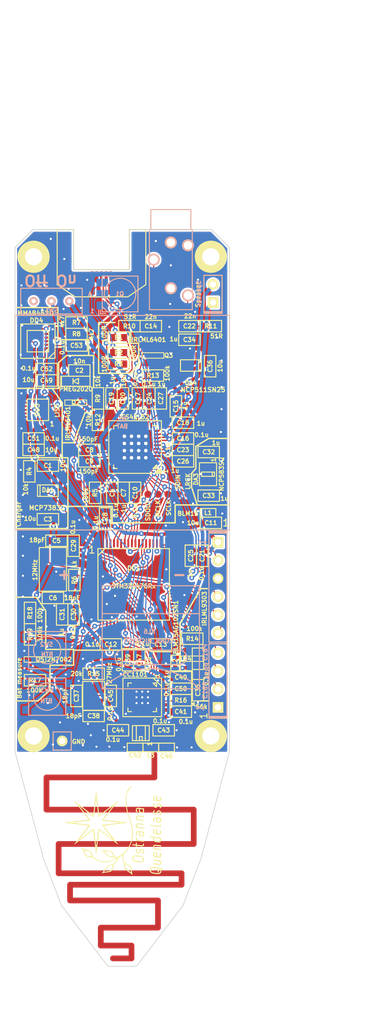
<source format=kicad_pcb>
(kicad_pcb (version 20211014) (generator pcbnew)
  (layers (0 "F.Cu" signal) (31 "B.Cu" signal) (36 "B.SilkS" user "B.Silkscreen") (37 "F.SilkS" user "F.Silkscreen") (38 "B.Mask" user) (39 "F.Mask" user) (44 "Edge.Cuts" user))
  (net 0 "")
  (net 1 "/ANT2")
  (net 2 "+BATT")
  (net 3 "GND")
  (net 4 "/ANT1")
  (net 5 "/RF2")
  (net 6 "/RF1")
  (net 7 "+5V")
  (net 8 "VAA")
  (net 9 "Net-(C5-Pad1)")
  (net 10 "Net-(C6-Pad1)")
  (net 11 "Net-(C8-Pad2)")
  (net 12 "Net-(C9-Pad2)")
  (net 13 "PwrMCU")
  (net 14 "/HP_OUTA")
  (net 15 "Net-(C14-Pad1)")
  (net 16 "Net-(C15-Pad1)")
  (net 17 "Net-(C15-Pad2)")
  (net 18 "/PWR_CTRLED")
  (net 19 "Net-(C18-Pad2)")
  (net 20 "Net-(C19-Pad2)")
  (net 21 "Net-(C20-Pad2)")
  (net 22 "Net-(C22-Pad1)")
  (net 23 "/HP_OUTB")
  (net 24 "PwrUnst")
  (net 25 "+3.3V")
  (net 26 "/SD_PWR")
  (net 27 "Net-(C37-Pad1)")
  (net 28 "Net-(C38-Pad1)")
  (net 29 "Net-(C39-Pad2)")
  (net 30 "VCC")
  (net 31 "Net-(C53-Pad1)")
  (net 32 "/PWR_UNST_ALWAYS")
  (net 33 "/Charge")
  (net 34 "Net-(DA1-Pad5)")
  (net 35 "/SDA")
  (net 36 "/SCL")
  (net 37 "/SPK_P")
  (net 38 "/SPK_M")
  (net 39 "/AU_RST")
  (net 40 "/AU_SDOUT")
  (net 41 "/AU_MCLK")
  (net 42 "/AU_SCLK")
  (net 43 "/AU_SDIN")
  (net 44 "/AU_LRCK")
  (net 45 "Net-(DD1-Pad6)")
  (net 46 "/BTN_UP")
  (net 47 "/BTN_DOWN")
  (net 48 "/CC_GDO0")
  (net 49 "/CC_CS")
  (net 50 "/CC_SCK")
  (net 51 "/CC_MISO")
  (net 52 "/CC_MOSI")
  (net 53 "/BAT_MEAS")
  (net 54 "Net-(DD1-Pad34)")
  (net 55 "Net-(DD1-Pad35)")
  (net 56 "Net-(DD1-Pad36)")
  (net 57 "/MEASURE_EN")
  (net 58 "/RED_LED")
  (net 59 "/GREEN_LED")
  (net 60 "/ACC_INT1")
  (net 61 "/SD_PWR_EN")
  (net 62 "/SD_DAT0")
  (net 63 "/SD_DAT1")
  (net 64 "Net-(DD1-Pad41)")
  (net 65 "/UART_TX")
  (net 66 "/UART_RX")
  (net 67 "/D-")
  (net 68 "/D+")
  (net 69 "/SWDIO")
  (net 70 "/SWCLK")
  (net 71 "/PWR_EN")
  (net 72 "/SD_DAT2")
  (net 73 "/SD_DAT3")
  (net 74 "/SD_CLK")
  (net 75 "/SD_CMD")
  (net 76 "/BLUE_LED")
  (net 77 "Net-(DD2-Pad17)")
  (net 78 "Net-(Q5-Pad3)")
  (net 79 "Net-(XL2-PadH1)")
  (net 80 "Net-(Q1-Pad1)")
  (net 81 "Net-(Q1-Pad2)")
  (net 82 "Net-(Q1-Pad3)")
  (net 83 "Net-(XL2-PadH4)")
  (footprint "Radio:ANT_868_SEIDHE" (layer "F.Cu") (at 143 131 -90)
    (fp_text reference "ANT1" hide)
    (fp_text value "ANT_PCB_MONO" hide)
  )
  (footprint "Radio:BALUN_JOHANSON868" (layer "F.Cu") (at 145.6 128.4 -90)
    (fp_text reference "BLN1" hide)
    (fp_text value "BALUN868JOHANSON" hide)
  )
  (footprint "Capacitors:CAP_0603" (layer "F.Cu") (at 132.6 91)
    (fp_text reference "C1")
    (fp_text value "10u")
  )
  (footprint "Capacitors:CAP_0603" (layer "F.Cu") (at 137 77.7)
    (fp_text reference "C2")
    (fp_text value "10n")
  )
  (footprint "Capacitors:CAP_0603" (layer "F.Cu") (at 132.6 98.5)
    (fp_text reference "C3")
    (fp_text value "10u")
  )
  (footprint "Capacitors:CAP_0603" (layer "F.Cu") (at 141.6 94.8 -90)
    (fp_text reference "C4")
    (fp_text value "0.1u")
  )
  (footprint "Capacitors:CAP_0603" (layer "F.Cu") (at 133.8 101.5)
    (fp_text reference "C5")
    (fp_text value "18pF")
  )
  (footprint "Capacitors:CAP_0603" (layer "F.Cu") (at 133.3 109.5 180)
    (fp_text reference "C6")
    (fp_text value "18pF")
  )
  (footprint "Capacitors:CAP_0603" (layer "F.Cu") (at 143.2 94.8 -90)
    (fp_text reference "C7")
    (fp_text value "1u")
  )
  (footprint "Capacitors:CAP_0603" (layer "F.Cu") (at 138.4 88.8)
    (fp_text reference "C8")
    (fp_text value "150pF")
  )
  (footprint "Capacitors:CAP_0603" (layer "F.Cu") (at 138.4 90.4)
    (fp_text reference "C9")
    (fp_text value "150pF")
  )
  (footprint "Capacitors:CAP_0603" (layer "F.Cu") (at 144.8 94.8 -90)
    (fp_text reference "C10")
    (fp_text value "0.1u")
  )
  (footprint "Capacitors:CAP_0603" (layer "F.Cu") (at 155.4 99 180)
    (fp_text reference "C11")
    (fp_text value "10u")
  )
  (footprint "Capacitors:CAP_0603" (layer "F.Cu") (at 141.4 116)
    (fp_text reference "C12")
    (fp_text value "0.1u")
  )
  (footprint "Capacitors:CAP_0603" (layer "F.Cu") (at 148.4 116)
    (fp_text reference "C13")
    (fp_text value "0.1u")
  )
  (footprint "Capacitors:CAP_0603" (layer "F.Cu") (at 147 71.5)
    (fp_text reference "C14")
    (fp_text value "22n")
  )
  (footprint "Capacitors:CAP_0603" (layer "F.Cu") (at 150.5 82.7 90)
    (fp_text reference "C15")
    (fp_text value "1u")
  )
  (footprint "Capacitors:CAP_0603" (layer "F.Cu") (at 151.5 87.2)
    (fp_text reference "C16")
    (fp_text value "0.1u")
  )
  (footprint "Capacitors:CAP_0603" (layer "F.Cu") (at 145.2 81.6 90)
    (fp_text reference "C17")
    (fp_text value "0.1u")
  )
  (footprint "Capacitors:CAP_0603" (layer "F.Cu") (at 151.5 85 180)
    (fp_text reference "C18")
    (fp_text value "1u")
  )
  (footprint "Capacitors:CAP_0603" (layer "F.Cu") (at 141.5 81.6 -90)
    (fp_text reference "C19")
    (fp_text value "1u")
  )
  (footprint "Capacitors:CAP_0603" (layer "F.Cu") (at 143.1 81.6 -90)
    (fp_text reference "C20")
    (fp_text value "10u")
  )
  (footprint "Capacitors:CAP_0603" (layer "F.Cu") (at 154.2 103.6 90)
    (fp_text reference "C21")
    (fp_text value "0.1u")
  )
  (footprint "Capacitors:CAP_0603" (layer "F.Cu") (at 152.4 71.5 180)
    (fp_text reference "C22")
    (fp_text value "22n")
  )
  (footprint "Capacitors:CAP_0603" (layer "F.Cu") (at 151.5 88.8)
    (fp_text reference "C23")
    (fp_text value "0.1u")
  )
  (footprint "Capacitors:CAP_0603" (layer "F.Cu") (at 146.8 81.6 90)
    (fp_text reference "C24")
    (fp_text value "0.1u")
  )
  (footprint "Capacitors:CAP_0603" (layer "F.Cu") (at 152.6 103.6 90)
    (fp_text reference "C25")
    (fp_text value "1u")
  )
  (footprint "Capacitors:CAP_0603" (layer "F.Cu") (at 151.5 90.4)
    (fp_text reference "C26")
    (fp_text value "1u")
  )
  (footprint "Capacitors:CAP_0603" (layer "F.Cu") (at 148.4 81.6 90)
    (fp_text reference "C27")
    (fp_text value "1u")
  )
  (footprint "Capacitors:CAP_0603" (layer "F.Cu") (at 140.6 98.4 -90)
    (fp_text reference "C28")
    (fp_text value "0.1u")
  )
  (footprint "Capacitors:CAP_0603" (layer "F.Cu") (at 136.2 102.2 -90)
    (fp_text reference "C29")
    (fp_text value "0.1u")
  )
  (footprint "Capacitors:CAP_0603" (layer "F.Cu") (at 136.2 111.8 90)
    (fp_text reference "C30")
    (fp_text value "0.1u")
  )
  (footprint "Capacitors:CAP_0603" (layer "F.Cu") (at 134.6 111.8 90)
    (fp_text reference "C31")
    (fp_text value "1u")
  )
  (footprint "Capacitors:CAP_0603" (layer "F.Cu") (at 155.1 89.1 180)
    (fp_text reference "C32")
    (fp_text value "1u")
  )
  (footprint "Capacitors:CAP_0603" (layer "F.Cu") (at 155.1 95.2)
    (fp_text reference "C33")
    (fp_text value "1u")
  )
  (footprint "Capacitors:CAP_0603" (layer "F.Cu") (at 152.4 73.4)
    (fp_text reference "C34")
    (fp_text value "1u")
  )
  (footprint "Capacitors:CAP_0603" (layer "F.Cu") (at 153.6 122.4 -90)
    (fp_text reference "C35")
    (fp_text value "0.1u")
  )
  (footprint "Capacitors:CAP_0603" (layer "F.Cu") (at 155.3 77.1 90)
    (fp_text reference "C36")
    (fp_text value "10u")
  )
  (footprint "Capacitors:CAP_0603" (layer "F.Cu") (at 136.6 123.2 -90)
    (fp_text reference "C37")
    (fp_text value "18pF")
  )
  (footprint "Capacitors:CAP_0603" (layer "F.Cu") (at 139 126 180)
    (fp_text reference "C38")
    (fp_text value "18pF")
  )
  (footprint "Capacitors:CAP_0603" (layer "F.Cu") (at 143.8 118.2 -90)
    (fp_text reference "C39")
    (fp_text value "0.1u")
  )
  (footprint "Capacitors:CAP_0603" (layer "F.Cu") (at 151.2 120.6)
    (fp_text reference "C40")
    (fp_text value "1u")
  )
  (footprint "Capacitors:CAP_0603" (layer "F.Cu") (at 151.2 125.4)
    (fp_text reference "C41")
    (fp_text value "0.1u")
  )
  (footprint "Capacitors:CAP_0402" (layer "F.Cu") (at 144.8 130.4 180)
    (fp_text reference "C42")
    (fp_text value "*" hide)
  )
  (footprint "Capacitors:CAP_0603" (layer "F.Cu") (at 148.8 128)
    (fp_text reference "C43")
    (fp_text value "0.1u")
  )
  (footprint "Capacitors:CAP_0603" (layer "F.Cu") (at 142.4 128 180)
    (fp_text reference "C44")
    (fp_text value "0.1u")
  )
  (footprint "Capacitors:CAP_0603" (layer "F.Cu") (at 141.4 123.2 90)
    (fp_text reference "C45")
    (fp_text value "0.1u")
  )
  (footprint "Capacitors:CAP_0402" (layer "F.Cu") (at 149.2 130.4)
    (fp_text reference "C46")
    (fp_text value "*" hide)
  )
  (footprint "Capacitors:CAP_0603" (layer "F.Cu") (at 145.4 118.2 90)
    (fp_text reference "C47")
    (fp_text value "0.1u")
  )
  (footprint "Capacitors:CAP_0603" (layer "F.Cu") (at 130.6 88.8)
    (fp_text reference "C48")
    (fp_text value "10u")
  )
  (footprint "Capacitors:CAP_0603" (layer "F.Cu") (at 132.4 79.1)
    (fp_text reference "C49")
    (fp_text value "10u")
  )
  (footprint "Capacitors:CAP_0603" (layer "F.Cu") (at 151.2 122.2)
    (fp_text reference "C50")
    (fp_text value "0.1u")
  )
  (footprint "Capacitors:CAP_0603" (layer "F.Cu") (at 130.6 87.2)
    (fp_text reference "C51")
    (fp_text value "0.1u")
  )
  (footprint "Capacitors:CAP_0603" (layer "F.Cu") (at 132.4 77.5)
    (fp_text reference "C52")
    (fp_text value "0.1u")
  )
  (footprint "Capacitors:CAP_0603" (layer "F.Cu") (at 136.6 74.2)
    (fp_text reference "C53")
    (fp_text value "0.1u")
  )
  (footprint "Diodes:SOD323" (layer "F.Cu") (at 136.5 79.2)
    (fp_text reference "D1" hide)
    (fp_text value "PMEG2020")
  )
  (footprint "SOT:SOT23-5" (layer "F.Cu") (at 132.6 94.5)
    (fp_text reference "DA1")
    (fp_text value "MCP73832")
  )
  (footprint "QFN_DFN:QFN40" (layer "F.Cu") (at 144.8 88.4 90)
    (fp_text reference "DA2" hide)
    (fp_text value "CS42L52")
  )
  (footprint "SOT:SC82AB" (layer "F.Cu") (at 155 92.2 -90)
    (fp_text reference "DA3")
    (fp_text value "NCP583SQ")
  )
  (footprint "SOT:SOT23-5" (layer "F.Cu") (at 152.6 77 180)
    (fp_text reference "DA4")
    (fp_text value "NCP511SN25")
  )
  (footprint "LQFP_TQFP:LQFP64" (layer "F.Cu") (at 144.6 107.6)
    (fp_text reference "DD1")
    (fp_text value "STM32L476Rx")
  )
  (footprint "QFN_DFN:QFN20" (layer "F.Cu") (at 145.8 123.4 -90)
    (fp_text reference "DD2" hide)
    (fp_text value "CC1101")
  )
  (footprint "LGA:LGA16_3X3_5_3" (layer "F.Cu") (at 131.2 83.2 180)
    (fp_text reference "DD3")
    (fp_text value "LIS3")
  )
  (footprint "QFN_DFN:QFN16_5x3" (layer "F.Cu") (at 131.2 73.6 90)
    (fp_text reference "DD4")
    (fp_text value "MMA8452Q")
  )
  (footprint "Resistors:RES_0603_FUSE" (layer "F.Cu") (at 153.6 118 90)
    (fp_text reference "F1" hide)
    (fp_text value "Fuse0R" hide)
  )
  (footprint "Inductors:IND_0402" (layer "F.Cu") (at 155 97.6)
    (fp_text reference "L1")
    (fp_text value "BLM15")
  )
  (footprint "Inductors:IND_0402" (layer "F.Cu") (at 150.4 118.6 90)
    (fp_text reference "L2")
    (fp_text value "BLM15AG102SN1")
  )
  (footprint "Inductors:IND_0402" (layer "F.Cu") (at 147 130.4 180)
    (fp_text reference "L3")
    (fp_text value "*" hide)
  )
  (footprint "Pictures:Ostranna_12d7_10d1" (layer "F.Cu") (at 139.7 142.1 90)
    (fp_text reference "Logo1" hide)
    (fp_text value "Logo" hide)
  )
  (footprint "SOT:SOT23-3" (layer "F.Cu") (at 136.5 82.2)
    (fp_text reference "Q2")
    (fp_text value "IRLML6401")
  )
  (footprint "SOT:SOT23-3" (layer "F.Cu") (at 147.3 75.6 180)
    (fp_text reference "Q3")
    (fp_text value "IRLML6401")
  )
  (footprint "SOT:SOT23-3" (layer "F.Cu") (at 152.8 118)
    (fp_text reference "Q4")
    (fp_text value "IRLML9303")
  )
  (footprint "SOT:SOT23-3" (layer "F.Cu") (at 130.8 118.1 180)
    (fp_text reference "Q5")
    (fp_text value "2N7002")
  )
  (footprint "Resistors:RES_0603" (layer "F.Cu") (at 142.5 73.1)
    (fp_text reference "R1")
    (fp_text value "100R")
  )
  (footprint "Resistors:RES_0603" (layer "F.Cu") (at 142.5 75.2)
    (fp_text reference "R2")
    (fp_text value "100R")
  )
  (footprint "Resistors:RES_0603" (layer "F.Cu") (at 142.5 76.8)
    (fp_text reference "R3")
    (fp_text value "100R")
  )
  (footprint "Resistors:RES_0603" (layer "F.Cu") (at 130 91.8 90)
    (fp_text reference "R4")
    (fp_text value "10k")
  )
  (footprint "Resistors:RES_0603" (layer "F.Cu") (at 139.2 94.8 90)
    (fp_text reference "R5")
    (fp_text value "100k")
  )
  (footprint "Resistors:RES_0603" (layer "F.Cu") (at 136.3 107 90)
    (fp_text reference "R6")
    (fp_text value "1k")
  )
  (footprint "Resistors:RES_0603" (layer "F.Cu") (at 136.6 71)
    (fp_text reference "R7")
    (fp_text value "4k7")
  )
  (footprint "Resistors:RES_0603" (layer "F.Cu") (at 136.6 72.6)
    (fp_text reference "R8")
    (fp_text value "4k7")
  )
  (footprint "Resistors:RES_0603" (layer "F.Cu") (at 139.6 81.6 90)
    (fp_text reference "R9")
    (fp_text value "10k")
  )
  (footprint "Resistors:RES_0603" (layer "F.Cu") (at 144 71.5)
    (fp_text reference "R10")
    (fp_text value "51R")
  )
  (footprint "Resistors:RES_0603" (layer "F.Cu") (at 155.4 71.5 180)
    (fp_text reference "R11")
    (fp_text value "51R")
  )
  (footprint "Resistors:RES_0603" (layer "F.Cu") (at 139.6 84.6 90)
    (fp_text reference "R12")
    (fp_text value "10k")
  )
  (footprint "Resistors:RES_0603" (layer "F.Cu") (at 147.3 78.4)
    (fp_text reference "R13")
    (fp_text value "100k")
  )
  (footprint "Resistors:RES_0603" (layer "F.Cu") (at 152.8 115.2)
    (fp_text reference "R14")
    (fp_text value "100k")
  )
  (footprint "Resistors:RES_0603" (layer "F.Cu") (at 139 120.1 180)
    (fp_text reference "R15")
    (fp_text value "20k")
  )
  (footprint "Resistors:RES_0603" (layer "F.Cu") (at 151.2 123.8)
    (fp_text reference "R16")
    (fp_text value "56k")
  )
  (footprint "Resistors:RES_0603" (layer "F.Cu") (at 130.8 121 180)
    (fp_text reference "R17")
    (fp_text value "100k")
  )
  (footprint "Resistors:RES_0603" (layer "F.Cu") (at 130.1 111.6 -90)
    (fp_text reference "R18")
    (fp_text value "100k")
  )
  (footprint "Resistors:RES_0603" (layer "F.Cu") (at 130.1 114.6 -90)
    (fp_text reference "R19")
    (fp_text value "100k")
  )
  (footprint "PCB:TESTPOINT_1MM" (layer "F.Cu") (at 149.4 95)
    (fp_text reference "TP2" hide)
    (fp_text value "TESTPOINT" hide)
  )
  (footprint "PCB:TESTPOINT_1MM" (layer "F.Cu") (at 150.8 95)
    (fp_text reference "TP3" hide)
    (fp_text value "TESTPOINT" hide)
  )
  (footprint "PCB:TESTPOINT_1MM" (layer "F.Cu") (at 146.6 95)
    (fp_text reference "TP4" hide)
    (fp_text value "TESTPOINT" hide)
  )
  (footprint "PCB:TESTPOINT_1MM" (layer "F.Cu") (at 148 95)
    (fp_text reference "TP5" hide)
    (fp_text value "TESTPOINT" hide)
  )
  (footprint "PCB:TESTPOINT_1MM" (layer "F.Cu") (at 152.2 95)
    (fp_text reference "TP6" hide)
    (fp_text value "TESTPOINT" hide)
  )
  (footprint "PCB:TESTPOINT_1MM" (layer "F.Cu") (at 139.4 118)
    (fp_text reference "TP7" hide)
    (fp_text value "TESTPOINT" hide)
  )
  (footprint "Connectors:PLS-6" (layer "F.Cu") (at 156.4 101.7 -90)
    (fp_text reference "XL1" hide)
    (fp_text value "CONN_6" hide)
  )
  (footprint "Connectors:USBmicro_MOLEX_WM17142" (layer "F.Cu") (at 140.1 63.6 -90)
    (fp_text reference "XL2" hide)
    (fp_text value "USB_MINI_B" hide)
  )
  (footprint "Connectors:PLS-4" (layer "F.Cu") (at 156.4 124.8 90)
    (fp_text reference "XL3" hide)
    (fp_text value "CONN_4" hide)
  )
  (footprint "Connectors:PLS-2" (layer "F.Cu") (at 155.7 68.2 90)
    (fp_text reference "XL5" hide)
    (fp_text value "CONN_2" hide)
  )
  (footprint "Connectors:PLS-1Rnd" (layer "F.Cu") (at 134.6 129.5)
    (fp_text reference "XL7" hide)
    (fp_text value "CONN_1" hide)
  )
  (footprint "Quartz:0503x4-4" (layer "F.Cu") (at 133.3 105.5 -90)
    (fp_text reference "XTAL1" hide)
    (fp_text value "12MHz")
  )
  (footprint "Quartz:03225C4" (layer "F.Cu") (at 139 123.2 -90)
    (fp_text reference "XTAL2" hide)
    (fp_text value "27MHz")
  )
  (footprint "PCB:Hole2d4_out4d5mm" (layer "F.Cu") (at 130.6 61.8)
    (fp_text reference "HOLE1" hide)
    (fp_text value "HOLE_METALLED" hide)
  )
  (footprint "PCB:Hole2d4_out4d5mm" (layer "F.Cu") (at 130.6 128.8)
    (fp_text reference "HOLE2" hide)
    (fp_text value "HOLE_METALLED" hide)
  )
  (footprint "PCB:Hole2d4_out4d5mm" (layer "F.Cu") (at 155.4 61.8)
    (fp_text reference "HOLE3" hide)
    (fp_text value "HOLE_METALLED" hide)
  )
  (footprint "PCB:Hole2d4_out4d5mm" (layer "F.Cu") (at 155.4 128.8)
    (fp_text reference "HOLE4" hide)
    (fp_text value "HOLE_METALLED" hide)
  )
  (footprint "Installation:EEMB603030" (layer "B.Cu") (at 143 85)
    (fp_text reference "B1")
    (fp_text value "BAT")
  )
  (footprint "LEDs:LED_5050" (layer "B.Cu") (at 142.7 67)
    (fp_text reference "Q1")
    (fp_text value "LED_5050" hide)
  )
  (footprint "BtnsSwitches:SW_SS-1P2T" (layer "B.Cu") (at 133.1 68 180)
    (fp_text reference "SW1")
    (fp_text value "SWITCH")
  )
  (footprint "BtnsSwitches:BTN_4x4_SMD" (layer "B.Cu") (at 132.5 116.8 180)
    (fp_text reference "SW2")
    (fp_text value "BTN")
  )
  (footprint "BtnsSwitches:BTN_4x4_SMD" (layer "B.Cu") (at 132.5 123.3 180)
    (fp_text reference "SW3")
    (fp_text value "BTN")
  )
  (footprint "Connectors:AUDIO_CKX3_5_30" (layer "B.Cu") (at 149.8 58 90)
    (fp_text reference "XL4" hide)
    (fp_text value "AudioJackSimple" hide)
  )
  (footprint "Connectors:MICROSD_CAP_FIX05A" (layer "B.Cu") (at 147 115 -90)
    (fp_text reference "XL6")
    (fp_text value "CONN_MICROSD")
  )
  (gr_line (start 134 73.4) (end 138.3 73.4) (layer "F.SilkS") (width 0.2))
  (gr_line (start 139 75.6) (end 139 80) (layer "F.SilkS") (width 0.2))
  (gr_line (start 136.2 118.9) (end 132.9 118.9) (layer "F.SilkS") (width 0.2))
  (gr_line (start 153.3 88.3) (end 153.3 91.4) (layer "F.SilkS") (width 0.2))
  (gr_line (start 157.7 87.2) (end 155.1 87.2) (layer "F.SilkS") (width 0.2))
  (gr_line (start 136.2 87.8) (end 137.8 83.6) (layer "F.SilkS") (width 0.2))
  (gr_line (start 135.2 75.6) (end 134.2 76.5) (layer "F.SilkS") (width 0.2))
  (gr_line (start 151.1 119.7) (end 152.8 119.7) (layer "F.SilkS") (width 0.2))
  (gr_line (start 134.6 82.2) (end 133.2 80.2) (layer "F.SilkS") (width 0.2))
  (gr_line (start 155.1 87.2) (end 153.3 88.3) (layer "F.SilkS") (width 0.2))
  (gr_line (start 131 109.4) (end 132.3 111.3) (layer "F.SilkS") (width 0.2))
  (gr_line (start 142.9 116.8) (end 143.1 116.6) (layer "F.SilkS") (width 0.2))
  (gr_line (start 150.4 99) (end 141.6 99) (layer "F.SilkS") (width 0.2))
  (gr_line (start 152.8 119.7) (end 152.8 123.8) (layer "F.SilkS") (width 0.2))
  (gr_line (start 132.3 116.7) (end 136.2 116.7) (layer "F.SilkS") (width 0.2))
  (gr_line (start 136.2 116.7) (end 136.2 118.9) (layer "F.SilkS") (width 0.2))
  (gr_line (start 142 71) (end 141.1 71) (layer "F.SilkS") (width 0.2))
  (gr_line (start 135.4 99.8) (end 135.4 89.9) (layer "F.SilkS") (width 0.2))
  (gr_line (start 154 108.2) (end 154.9 108.2) (layer "F.SilkS") (width 0.2))
  (gr_line (start 131.2 123.9) (end 128.2 123.9) (layer "F.SilkS") (width 0.2))
  (gr_line (start 132.3 111.3) (end 132.3 116.7) (layer "F.SilkS") (width 0.2))
  (gr_line (start 134.1 80.2) (end 128.2 80.2) (layer "F.SilkS") (width 0.2))
  (gr_line (start 141.6 96.7) (end 135.4 96.7) (layer "F.SilkS") (width 0.2))
  (gr_line (start 134.6 87.8) (end 136.2 87.8) (layer "F.SilkS") (width 0.2))
  (gr_line (start 128.2 68.9) (end 134 68.9) (layer "F.SilkS") (width 0.2))
  (gr_line (start 151.1 116.7) (end 151.1 113.1) (layer "F.SilkS") (width 0.2))
  (gr_line (start 147.1 117) (end 149.9 117) (layer "F.SilkS") (width 0.2))
  (gr_line (start 152.7 92.1) (end 152.7 94) (layer "F.SilkS") (width 0.2))
  (gr_line (start 150.4 96.5) (end 150.4 99) (layer "F.SilkS") (width 0.2))
  (gr_line (start 138.3 75.2) (end 138.3 75.6) (layer "F.SilkS") (width 0.2))
  (gr_line (start 151.1 116.7) (end 151.1 119.7) (layer "F.SilkS") (width 0.2))
  (gr_line (start 141.6 99) (end 141.6 96.7) (layer "F.SilkS") (width 0.2))
  (gr_line (start 134.2 76.5) (end 134.1 76.6) (layer "F.SilkS") (width 0.2))
  (gr_line (start 152.8 124.2) (end 153.1 124.2) (layer "F.SilkS") (width 0.2))
  (gr_line (start 139.7 71) (end 139.7 78.1) (layer "F.SilkS") (width 0.2))
  (gr_line (start 138.3 75.6) (end 139 75.6) (layer "F.SilkS") (width 0.2))
  (gr_line (start 152.7 94) (end 153.5 96.5) (layer "F.SilkS") (width 0.2))
  (gr_line (start 141.1 71) (end 139.7 71) (layer "F.SilkS") (width 0.2))
  (gr_line (start 134.6 89.9) (end 134.6 82.2) (layer "F.SilkS") (width 0.2))
  (gr_line (start 145.3 76.7) (end 145.3 73.9) (layer "F.SilkS") (width 0.2))
  (gr_line (start 155.1 123.9) (end 153.9 123.9) (layer "F.SilkS") (width 0.2))
  (gr_line (start 134.1 76.6) (end 134.1 80.2) (layer "F.SilkS") (width 0.2))
  (gr_line (start 138.3 73.4) (end 138.3 75.2) (layer "F.SilkS") (width 0.2))
  (gr_line (start 128.1 109.4) (end 131 109.4) (layer "F.SilkS") (width 0.2))
  (gr_line (start 134 68.9) (end 134 73.4) (layer "F.SilkS") (width 0.2))
  (gr_line (start 153.5 96.5) (end 150.4 96.5) (layer "F.SilkS") (width 0.2))
  (gr_line (start 151.1 113.1) (end 154 108.2) (layer "F.SilkS") (width 0.2))
  (gr_line (start 153.3 91.4) (end 152.7 92.1) (layer "F.SilkS") (width 0.2))
  (gr_line (start 128.2 99.8) (end 135.4 99.8) (layer "F.SilkS") (width 0.2))
  (gr_line (start 145.3 73.9) (end 144.2 73.9) (layer "F.SilkS") (width 0.2))
  (gr_line (start 135.4 89.9) (end 128.1 89.9) (layer "F.SilkS") (width 0.2))
  (gr_line (start 152.8 124.2) (end 153.2 124.6) (layer "F.SilkS") (width 0.2))
  (gr_line (start 144.3 78.1) (end 145.3 76.7) (layer "F.SilkS") (width 0.2))
  (gr_line (start 132.9 118.9) (end 132.9 122.4) (layer "F.SilkS") (width 0.2))
  (gr_line (start 132.9 122.4) (end 131.2 123.9) (layer "F.SilkS") (width 0.2))
  (gr_line (start 144.2 73.9) (end 144.2 72.5) (layer "F.SilkS") (width 0.2))
  (gr_line (start 138.3 75.6) (end 135.2 75.6) (layer "F.SilkS") (width 0.2))
  (gr_line (start 143.1 116.6) (end 146.3 116.6) (layer "F.SilkS") (width 0.2))
  (gr_line (start 139.7 78.1) (end 144.3 78.1) (layer "F.SilkS") (width 0.2))
  (gr_line (start 146.3 116.6) (end 147.1 117) (layer "F.SilkS") (width 0.2))
  (gr_line (start 153.5 96.5) (end 157.8 96.5) (layer "F.SilkS") (width 0.2))
  (gr_line (start 137.8 83.6) (end 138.8 83.6) (layer "F.SilkS") (width 0.2))
  (gr_line (start 152.8 124.3) (end 152.9 124.5) (layer "F.SilkS") (width 0.2))
  (gr_line (start 136.2 116.8) (end 142.9 116.8) (layer "F.SilkS") (width 0.2))
  (gr_line (start 141 161) (end 134.5 152.5) (layer "Edge.Cuts") (width 0.1))
  (gr_line (start 136.2 63.6) (end 144 63.6) (layer "Edge.Cuts") (width 0.1))
  (gr_line (start 143 161) (end 141 161) (layer "Edge.Cuts") (width 0.1))
  (gr_line (start 132 146) (end 128 131) (layer "Edge.Cuts") (width 0.1))
  (gr_line (start 145 161) (end 151.5 152.5) (layer "Edge.Cuts") (width 0.1))
  (gr_line (start 158 60.5) (end 158 131) (layer "Edge.Cuts") (width 0.1))
  (gr_line (start 136.2 58) (end 136.2 63.6) (layer "Edge.Cuts") (width 0.1))
  (gr_line (start 154 146) (end 158 131) (layer "Edge.Cuts") (width 0.1))
  (gr_line (start 144 63.6) (end 144 58) (layer "Edge.Cuts") (width 0.1))
  (gr_line (start 143 161) (end 145 161) (layer "Edge.Cuts") (width 0.1))
  (gr_line (start 151.5 152.5) (end 154 146) (layer "Edge.Cuts") (width 0.1))
  (gr_line (start 134.5 152.5) (end 132 146) (layer "Edge.Cuts") (width 0.1))
  (gr_line (start 155.5 58) (end 158 60.5) (layer "Edge.Cuts") (width 0.1))
  (gr_line (start 130.5 58) (end 136.2 58) (layer "Edge.Cuts") (width 0.1))
  (gr_line (start 144 58) (end 155.5 58) (layer "Edge.Cuts") (width 0.1))
  (gr_line (start 128 131) (end 128 60.5) (layer "Edge.Cuts") (width 0.1))
  (gr_line (start 128 60.5) (end 130.5 58) (layer "Edge.Cuts") (width 0.1))
  (gr_text "PB13" (at 154.6 122.4 90) (layer "B.SilkS") (effects (font (size 0.6 0.6)) (justify mirror)))
  (gr_text "PB14" (at 154.9 119.7 90) (layer "B.SilkS") (effects (font (size 0.6 0.6)) (justify mirror)))
  (gr_text "Speaker" (at 153.7 66.9 90) (layer "B.SilkS") (effects (font (size 0.6 0.6)) (justify mirror)))
  (gr_text "Off On" (at 133 65.1 180) (layer "B.SilkS") (effects (font (size 1.5 1.5) (thickness 0.3)) (justify mirror)))
  (gr_text "+" (at 134.9 106.2) (layer "B.SilkS") (effects (font (size 1.5 1.5) (thickness 0.3)) (justify mirror)))
  (gr_text "-" (at 151 106.2) (layer "B.SilkS") (effects (font (size 1.5 1.5) (thickness 0.3)) (justify mirror)))
  (gr_text "PB15" (at 154.6 117.1 90) (layer "B.SilkS") (effects (font (size 0.6 0.6)) (justify mirror)))
  (gr_text "SCLK" (at 149.5 96.9 90) (layer "F.SilkS") (effects (font (size 0.6 0.6))))
  (gr_text "LRCK" (at 152.2 93.2 90) (layer "F.SilkS") (effects (font (size 0.6 0.6))))
  (gr_text "Bat measure" (at 128.6 120.7 90) (layer "F.SilkS") (effects (font (size 0.6 0.6))))
  (gr_text "Charger" (at 128.5 97.8 90) (layer "F.SilkS") (effects (font (size 0.6 0.6))))
  (gr_text "SDOUT" (at 146.6 97.3 90) (layer "F.SilkS") (effects (font (size 0.6 0.6))))
  (gr_text "SDIN" (at 150.8 93.3 90) (layer "F.SilkS") (effects (font (size 0.6 0.6))))
  (gr_text "Speaker" (at 153.6 67.1 90) (layer "F.SilkS") (effects (font (size 0.6 0.6))))
  (gr_text "MCLK" (at 148 97 90) (layer "F.SilkS") (effects (font (size 0.6 0.6))))
  (gr_text "Ostranna\nQuendelasse" (at 146.5 142.7 90) (layer "F.SilkS") (effects (font (size 1.5 1.2) (thickness 0.15) italic)))
  (gr_text "GND" (at 136.9 129.6) (layer "F.SilkS") (effects (font (size 0.6 0.6))))
  (segment (start 152.9793 139.1532) (end 153 141.5) (width 0.15) (layer "F.Cu") (net 1))
  (segment (start 152.9692 143.8498) (end 143.55 143.9) (width 0.15) (layer "F.Cu") (net 1))
  (segment (start 147.5 133) (end 147.3698 134.5987) (width 0.15) (layer "F.Cu") (net 1))
  (segment (start 139.95 134.6) (end 132.4989 134.6697) (width 0.15) (layer "F.Cu") (net 1))
  (segment (start 134.1118 147.9784) (end 134.1 145.95) (width 0.15) (layer "F.Cu") (net 1))
  (segment (start 147.5 130.4) (end 147.5 133) (width 0.6) (layer "F.Cu") (net 1))
  (segment (start 147.5 130.4) (end 148.7 130.4) (width 0.6) (layer "F.Cu") (net 1))
  (segment (start 134.2335 144.0223) (end 134.1 145.95) (width 0.15) (layer "F.Cu") (net 1))
  (segment (start 141.85 151.8) (end 147.8871 151.7823) (width 0.15) (layer "F.Cu") (net 1))
  (segment (start 144.2455 158.1425) (end 144.3 159) (width 0.15) (layer "F.Cu") (net 1))
  (segment (start 144 155.6) (end 140.1778 155.6674) (width 0.15) (layer "F.Cu") (net 1))
  (segment (start 142.7 139.1) (end 152.9793 139.1532) (width 0.15) (layer "F.Cu") (net 1))
  (segment (start 140.0358 158.0715) (end 142.15 158.1) (width 0.15) (layer "F.Cu") (net 1))
  (segment (start 144.2455 159.8365) (end 144.3 159) (width 0.15) (layer "F.Cu") (net 1))
  (segment (start 147.3698 134.5987) (end 139.95 134.6) (width 0.15) (layer "F.Cu") (net 1))
  (segment (start 153 141.5) (end 152.9692 143.8498) (width 0.15) (layer "F.Cu") (net 1))
  (segment (start 135.7551 151.7519) (end 141.85 151.8) (width 0.15) (layer "F.Cu") (net 1))
  (segment (start 132.509 139.0315) (end 142.7 139.1) (width 0.15) (layer "F.Cu") (net 1))
  (segment (start 147.8871 155.7587) (end 144 155.6) (width 0.15) (layer "F.Cu") (net 1))
  (segment (start 143.5 149.6) (end 151.1737 149.6115) (width 0.15) (layer "F.Cu") (net 1))
  (segment (start 140.1778 155.6674) (end 140 156.85) (width 0.15) (layer "F.Cu") (net 1))
  (segment (start 142.7 148) (end 151.1128 148.0595) (width 0.15) (layer "F.Cu") (net 1))
  (segment (start 151.1128 148.0595) (end 151.3 148.8) (width 0.15) (layer "F.Cu") (net 1))
  (segment (start 143.5 149.6) (end 135.8058 149.6521) (width 0.15) (layer "F.Cu") (net 1))
  (segment (start 140 156.85) (end 140.0358 158.0715) (width 0.15) (layer "F.Cu") (net 1))
  (segment (start 132.4 136.85) (end 132.509 139.0315) (width 0.15) (layer "F.Cu") (net 1))
  (segment (start 135.7 150.7) (end 135.7551 151.7519) (width 0.15) (layer "F.Cu") (net 1))
  (segment (start 142.15 158.1) (end 144.2455 158.1425) (width 0.15) (layer "F.Cu") (net 1))
  (segment (start 151.1737 149.6115) (end 151.3 148.8) (width 0.15) (layer "F.Cu") (net 1))
  (segment (start 147.8871 151.7823) (end 148 153.7) (width 0.15) (layer "F.Cu") (net 1))
  (segment (start 135.8058 149.6521) (end 135.7 150.7) (width 0.15) (layer "F.Cu") (net 1))
  (segment (start 148 153.7) (end 147.8871 155.7587) (width 0.15) (layer "F.Cu") (net 1))
  (segment (start 142.7 148) (end 134.1118 147.9784) (width 0.15) (layer "F.Cu") (net 1))
  (segment (start 143 159.9) (end 144.2455 159.8365) (width 0.15) (layer "F.Cu") (net 1))
  (segment (start 143.55 143.9) (end 134.2335 144.0223) (width 0.15) (layer "F.Cu") (net 1))
  (segment (start 132.4989 134.6697) (end 132.4 136.85) (width 0.15) (layer "F.Cu") (net 1))
  (segment (start 134.3426 93.7608) (end 133.9001 95.1219) (width 0.5) (layer "F.Cu") (net 2))
  (segment (start 130.35 110.4) (end 130.35 110.2964) (width 0.5) (layer "F.Cu") (net 2))
  (segment (start 130.35 110.65) (end 130.35 110.4) (width 0.5) (layer "F.Cu") (net 2))
  (segment (start 133.9001 95.1219) (end 133.55 95.5675) (width 0.5) (layer "F.Cu") (net 2))
  (segment (start 130.1 110.85) (end 130.35 110.65) (width 0.5) (layer "F.Cu") (net 2))
  (segment (start 133.3953 99.5081) (end 133.3953 99.008) (width 0.5) (layer "F.Cu") (net 2))
  (segment (start 133.55 96.0325) (end 133.55 95.8) (width 0.5) (layer "F.Cu") (net 2))
  (segment (start 130.35 110.2964) (end 131.0033 109.0721) (width 0.5) (layer "F.Cu") (net 2))
  (segment (start 133.362 98.5) (end 133.55 98.242) (width 0.5) (layer "F.Cu") (net 2))
  (segment (start 133.55 95.5675) (end 133.55 95.8) (width 0.5) (layer "F.Cu") (net 2))
  (segment (start 133.55 97.992) (end 133.55 96.0325) (width 0.5) (layer "F.Cu") (net 2))
  (segment (start 133.3953 99.008) (end 133.3953 98.758) (width 0.5) (layer "F.Cu") (net 2))
  (segment (start 136.5 83.216) (end 136.2928 83.4232) (width 0.5) (layer "F.Cu") (net 2))
  (segment (start 133.3953 98.758) (end 133.362 98.5) (width 0.5) (layer "F.Cu") (net 2))
  (segment (start 136.2928 83.4232) (end 136.0428 83.6732) (width 0.5) (layer "F.Cu") (net 2))
  (segment (start 136.0428 83.6732) (end 134.3426 93.7608) (width 0.5) (layer "F.Cu") (net 2))
  (segment (start 133.55 98.242) (end 133.55 97.992) (width 0.5) (layer "F.Cu") (net 2))
  (via (at 133.3953 99.5081) (size 0.7) (drill 0.3) (layers "F.Cu" "B.Cu") (net 2))
  (via (at 131.0033 109.0721) (size 0.7) (drill 0.3) (layers "F.Cu" "B.Cu") (net 2))
  (segment (start 135 103) (end 133.3953 101.25) (width 0.5) (layer "B.Cu") (net 2))
  (segment (start 131.0033 109.0721) (end 133 105) (width 0.5) (layer "B.Cu") (net 2))
  (segment (start 133.25 104.75) (end 135 103) (width 0.5) (layer "B.Cu") (net 2))
  (segment (start 133.3953 101.25) (end 133.3953 101) (width 0.5) (layer "B.Cu") (net 2))
  (segment (start 133 105) (end 133.25 104.75) (width 0.5) (layer "B.Cu") (net 2))
  (segment (start 133.3953 101) (end 133.3953 99.5081) (width 0.5) (layer "B.Cu") (net 2))
  (segment (start 154.708 104.8065) (end 156.4 106.78) (width 0.5) (layer "F.Cu") (net 3))
  (segment (start 131.6435 91.025) (end 131.3935 91.025) (width 0.5) (layer "F.Cu") (net 3))
  (segment (start 151.956 122.458) (end 151.956 122.708) (width 0.5) (layer "F.Cu") (net 3))
  (segment (start 142.8101 102.5056) (end 142.85 102.315) (width 0.2) (layer "F.Cu") (net 3))
  (segment (start 145.2 128.4) (end 144.9 128.4) (width 0.35) (layer "F.Cu") (net 3))
  (segment (start 148.658 80.2899) (end 148.8442 79.8934) (width 0.5) (layer "F.Cu") (net 3))
  (segment (start 147.75 124.4) (end 147.39 124.4) (width 0.2) (layer "F.Cu") (net 3))
  (segment (start 138.0999 65.0249) (end 138.5586 65) (width 0.2) (layer "F.Cu") (net 3))
  (segment (start 150.6602 130.4023) (end 150 130.4023) (width 0.5) (layer "F.Cu") (net 3))
  (segment (start 147.39 124.4) (end 147 124.4) (width 0.2) (layer "F.Cu") (net 3))
  (segment (start 138.219 125.742) (end 138.238 126) (width 0.5) (layer "F.Cu") (net 3))
  (segment (start 132.5192 100.3408) (end 132.0325 99.1116) (width 0.5) (layer "F.Cu") (net 3))
  (segment (start 147.4435 115.742) (end 147.4435 115.492) (width 0.5) (layer "F.Cu") (net 3))
  (segment (start 140.6952 121.5184) (end 140.4036 121.65) (width 0.5) (layer "F.Cu") (net 3))
  (segment (start 131.689 119.116) (end 131.6195 119.3232) (width 0.5) (layer "F.Cu") (net 3))
  (segment (start 150.485 127.051) (end 155.4 128.8) (width 0.5) (layer "F.Cu") (net 3))
  (segment (start 132.3845 122.3097) (end 130 123.1) (width 0.5) (layer "F.Cu") (net 3))
  (segment (start 131.838 91) (end 131.8065 90.742) (width 0.5) (layer "F.Cu") (net 3))
  (segment (start 152.262 86.692) (end 152.262 85.508) (width 0.5) (layer "F.Cu") (net 3))
  (segment (start 145.2 80.838) (end 144.942 80.6435) (width 0.5) (layer "F.Cu") (net 3))
  (segment (start 128.8 75.5) (end 128.6244 74.8596) (width 0.5) (layer "F.Cu") (net 3))
  (segment (start 144.55 91.14) (end 144.55 90.4) (width 0.2) (layer "F.Cu") (net 3))
  (segment (start 144.05 86.5) (end 144.3 86.9) (width 0.2) (layer "F.Cu") (net 3))
  (segment (start 137.7935 126.508) (end 134.6 129.5) (width 0.5) (layer "F.Cu") (net 3))
  (segment (start 156.3065 94.942) (end 156.4101 94.942) (width 0.5) (layer "F.Cu") (net 3))
  (segment (start 152.4565 88.95) (end 152.7065 88.95) (width 0.5) (layer "F.Cu") (net 3))
  (segment (start 139.6 80.85) (end 139.85 80.844) (width 0.5) (layer "F.Cu") (net 3))
  (segment (start 138.5032 94.9751) (end 138.7 95.1) (width 0.5) (layer "F.Cu") (net 3))
  (segment (start 147.75 122.9) (end 146.7014 122.8959) (width 0.2) (layer "F.Cu") (net 3))
  (segment (start 134.7565 101.469) (end 134.562 101.5) (width 0.5) (layer "F.Cu") (net 3))
  (segment (start 138.2424 91.1048) (end 138.0825 90.908) (width 0.5) (layer "F.Cu") (net 3))
  (segment (start 133.8226 119.5252) (end 133.9 118.5) (width 0.5) (layer "F.Cu") (net 3))
  (segment (start 146.542 80.838) (end 146.292 80.838) (width 0.5) (layer "F.Cu") (net 3))
  (segment (start 138.219 124.75) (end 138.219 125) (width 0.5) (layer "F.Cu") (net 3))
  (segment (start 149.7 130.4) (end 149.65 130.35) (width 0.5) (layer "F.Cu") (net 3))
  (segment (start 129.7 82.7) (end 129.3 82.675) (width 0.2) (layer "F.Cu") (net 3))
  (segment (start 141.638 128) (end 141.8325 128.258) (width 0.5) (layer "F.Cu") (net 3))
  (segment (start 135.942 101.469) (end 135.692 101.469) (width 0.5) (layer "F.Cu") (net 3))
  (segment (start 152.262 85.508) (end 152.262 85.258) (width 0.5) (layer "F.Cu") (net 3))
  (segment (start 138.85 109.35) (end 138.385 109.35) (width 0.2) (layer "F.Cu") (net 3))
  (segment (start 139.8 122.1) (end 140.05 122.269) (width 0.5) (layer "F.Cu") (net 3))
  (segment (start 129.75 90.85) (end 130 91.05) (width 0.5) (layer "F.Cu") (net 3))
  (segment (start 152.6 104.362) (end 152.192 104.35) (width 0.2) (layer "F.Cu") (net 3))
  (segment (start 142.942 95.562) (end 143.2 95.562) (width 0.5) (layer "F.Cu") (net 3))
  (segment (start 156.162 99) (end 156.2751 98.742) (width 0.5) (layer "F.Cu") (net 3))
  (segment (start 139.7 96) (end 139.45 95.75) (width 0.5) (layer "F.Cu") (net 3))
  (segment (start 151.956 124.892) (end 151.956 125.142) (width 0.5) (layer "F.Cu") (net 3))
  (segment (start 137.2 126) (end 137.7935 126) (width 0.5) (layer "F.Cu") (net 3))
  (segment (start 155.042 75.8935) (end 155.042 76.1435) (width 0.5) (layer "F.Cu") (net 3))
  (segment (start 135.0816 109.1474) (end 137.8499 109.2646) (width 0.5) (layer "F.Cu") (net 3))
  (segment (start 142.3 117.4) (end 142.7933 118.2685) (width 0.5) (layer "F.Cu") (net 3))
  (segment (start 129.2 83.725) (end 129.3 83.725) (width 0.2) (layer "F.Cu") (net 3))
  (segment (start 139.4 130.3) (end 137.5 130.1) (width 0.5) (layer "F.Cu") (net 3))
  (segment (start 128.6244 74.8596) (end 128.6244 74.342) (width 0.5) (layer "F.Cu") (net 3))
  (segment (start 143.358 80.6435) (end 143.608 80.3935) (width 0.5) (layer "F.Cu") (net 3))
  (segment (start 153.942 104.362) (end 154.2 104.362) (width 0.5) (layer "F.Cu") (net 3))
  (segment (start 143.5737 111.0293) (end 142.1351 110.6283) (width 0.5) (layer "F.Cu") (net 3))
  (segment (start 136.4325 77.192) (end 136.4325 77.442) (width 0.5) (layer "F.Cu") (net 3))
  (segment (start 134.342 112.3675) (end 134.092 112.1175) (width 0.5) (layer "F.Cu") (net 3))
  (segment (start 140.342 97.1935) (end 140.342 97.0899) (width 0.5) (layer "F.Cu") (net 3))
  (segment (start 154.2 104.362) (end 154.458 104.5565) (width 0.5) (layer "F.Cu") (net 3))
  (segment (start 152.6 104.362) (end 152.858 104.362) (width 0.5) (layer "F.Cu") (net 3))
  (segment (start 141.35 102.315) (end 141.3899 102.5056) (width 0.2) (layer "F.Cu") (net 3))
  (segment (start 152.9675 73.908) (end 152.9675 73.658) (width 0.5) (layer "F.Cu") (net 3))
  (segment (start 153.162 73.4) (end 153.3565 73.658) (width 0.5) (layer "F.Cu") (net 3))
  (segment (start 147.8 89.65) (end 147.54 89.65) (width 0.2) (layer "F.Cu") (net 3))
  (segment (start 148.06 89.65) (end 148.2471 89.6983) (width 0.2) (layer "F.Cu") (net 3))
  (segment (start 149.3675 128.508) (end 149.3675 128.258) (width 0.5) (layer "F.Cu") (net 3))
  (segment (start 144 130.3593) (end 144.25 130.3593) (width 0.5) (layer "F.Cu") (net 3))
  (segment (start 136.6 123.962) (end 136.342 123.7675) (width 0.5) (layer "F.Cu") (net 3))
  (segment (start 132.9825 110.008) (end 132.7325 109.758) (width 0.5) (layer "F.Cu") (net 3))
  (segment (start 144.6767 92.2143) (end 144.7007 92.2416) (width 0.5) (layer "F.Cu") (net 3))
  (segment (start 146.9 124.4) (end 146.6 124.2) (width 0.2) (layer "F.Cu") (net 3))
  (segment (start 152.7065 88.95) (end 153.8935 88.95) (width 0.5) (layer "F.Cu") (net 3))
  (segment (start 153.7101 73.658) (end 154.2457 73.7649) (width 0.5) (layer "F.Cu") (net 3))
  (segment (start 138.8537 91.8514) (end 138.2424 91.1048) (width 0.5) (layer "F.Cu") (net 3))
  (segment (start 144.55 91.4) (end 144.55 91.66) (width 0.2) (layer "F.Cu") (net 3))
  (segment (start 141.5 80.838) (end 141.242 80.6435) (width 0.5) (layer "F.Cu") (net 3))
  (segment (start 141.242 80.2899) (end 140.9021 79.8131) (width 0.5) (layer "F.Cu") (net 3))
  (segment (start 128.9 85.8) (end 128.9184 89.5048) (width 0.5) (layer "F.Cu") (net 3))
  (segment (start 146.7 89.65) (end 146.3 89.9) (width 0.2) (layer "F.Cu") (net 3))
  (segment (start 128.6244 74.342) (end 128.6994 74.1004) (width 0.5) (layer "F.Cu") (net 3))
  (segment (start 145.4 117.438) (end 145.142 117.438) (width 0.5) (layer "F.Cu") (net 3))
  (segment (start 145.7831 94.0357) (end 145.7831 94.4293) (width 0.5) (layer "F.Cu") (net 3))
  (segment (start 140.3 121.65) (end 140.05 121.65) (width 0.5) (layer "F.Cu") (net 3))
  (segment (start 134.4809 102.9509) (end 134.4809 102.7009) (width 0.5) (layer "F.Cu") (net 3))
  (segment (start 152.6 75.4675) (end 152.4914 74.6397) (width 0.5) (layer "F.Cu") (net 3))
  (segment (start 145.0227 112.0903) (end 144.4287 111.54) (width 0.5) (layer "F.Cu") (net 3))
  (segment (start 149.7 68.4) (end 149.8 66.1991) (width 0.5) (layer "F.Cu") (net 3))
  (segment (start 148.7846 90.0619) (end 149.0993 90.1517) (width 0.2) (layer "F.Cu") (net 3))
  (segment (start 138.6 128.7) (end 139.4 130.3) (width 0.5) (layer "F.Cu") (net 3))
  (segment (start 148.2471 89.6983) (end 148.2981 89.7493) (width 0.2) (layer "F.Cu") (net 3))
  (segment (start 152.262 89.058) (end 152.262 88.8) (width 0.5) (layer "F.Cu") (net 3))
  (segment (start 147.3967 128.9831) (end 149.0577 129.017) (width 0.5) (layer "F.Cu") (net 3))
  (segment (start 149.1 99.4) (end 151.5 98.9) (width 0.5) (layer "F.Cu") (net 3))
  (segment (start 132.2002 107.3491) (end 131.8508 106.6491) (width 0.5) (layer "F.Cu") (net 3))
  (segment (start 152.4 123.3) (end 153.092 123.3) (width 0.5) (layer "F.Cu") (net 3))
  (segment (start 150.485 127.051) (end 151.3576 126.1048) (width 0.5) (layer "F.Cu") (net 3))
  (segment (start 133.8952 111.9576) (end 133.6169 111.6793) (width 0.5) (layer "F.Cu") (net 3))
  (segment (start 131.6008 106.3991) (end 131.1257 104.7977) (width 0.5) (layer "F.Cu") (net 3))
  (segment (start 152.092 104.35) (end 150.815 104.35) (width 0.2) (layer "F.Cu") (net 3))
  (segment (start 138.95 95.35) (end 139.2 95.55) (width 0.5) (layer "F.Cu") (net 3))
  (segment (start 132.7996 106.3991) (end 132.5496 106.6491) (width 0.5) (layer "F.Cu") (net 3))
  (segment (start 137.1675 74.458) (end 137.362 74.2) (width 0.5) (layer "F.Cu") (net 3))
  (segment (start 137.5 118) (end 138.4 116.2) (width 0.5) (layer "F.Cu") (net 3))
  (segment (start 156.0565 95.708) (end 156.0565 95.458) (width 0.5) (layer "F.Cu") (net 3))
  (segment (start 141.4435 128) (end 141.638 128) (width 0.5) (layer "F.Cu") (net 3))
  (segment (start 152.858 104.362) (end 153.108 104.362) (width 0.5) (layer "F.Cu") (net 3))
  (segment (start 131.8065 90.492) (end 131.8065 89.308) (width 0.5) (layer "F.Cu") (net 3))
  (segment (start 152.9675 74.0116) (end 152.9675 73.908) (width 0.5) (layer "F.Cu") (net 3))
  (segment (start 143.542 117.6325) (end 143.292 117.8825) (width 0.5) (layer "F.Cu") (net 3))
  (segment (start 142.2109 102.8477) (end 141.9496 103.0449) (width 0.2) (layer "F.Cu") (net 3))
  (segment (start 129.3 82.675) (end 129.2 82.675) (width 0.2) (layer "F.Cu") (net 3))
  (segment (start 152.0675 90.658) (end 151.8175 90.908) (width 0.5) (layer "F.Cu") (net 3))
  (segment (start 155.042 75.7899) (end 155.042 75.8935) (width 0.5) (layer "F.Cu") (net 3))
  (segment (start 132.0325 99.1116) (end 132.0325 99.008) (width 0.5) (layer "F.Cu") (net 3))
  (segment (start 128.7249 84.1095) (end 128.7249 84.1282) (width 0.5) (layer "F.Cu") (net 3))
  (segment (start 138.2 124.3) (end 138.219 124.75) (width 0.5) (layer "F.Cu") (net 3))
  (segment (start 134.092 112.1175) (end 133.8952 111.9576) (width 0.5) (layer "F.Cu") (net 3))
  (segment (start 129.0249 92.8032) (end 129.0249 93.1968) (width 0.5) (layer "F.Cu") (net 3))
  (segment (start 129.1586 83.725) (end 128.8684 83.8741) (width 0.2) (layer "F.Cu") (net 3))
  (segment (start 129.0249 93.1968) (end 131.3935 97.992) (width 0.5) (layer "F.Cu") (net 3))
  (segment (start 128.7249 84.1282) (end 128.7249 84.5218) (width 0.5) (layer "F.Cu") (net 3))
  (segment (start 143.2 95.562) (end 143.458 95.562) (width 0.5) (layer "F.Cu") (net 3))
  (segment (start 137.638 89.308) (end 137.638 89.058) (width 0.5) (layer "F.Cu") (net 3))
  (segment (start 153.8935 88.95) (end 154.1435 88.95) (width 0.5) (layer "F.Cu") (net 3))
  (segment (start 148.49 89.8098) (end 149.0582 90.2959) (width 0.2) (layer "F.Cu") (net 3))
  (segment (start 147.7 59.6) (end 149.8 59.8009) (width 0.5) (layer "F.Cu") (net 3))
  (segment (start 146.6725 128.4) (end 147.0752 128.6997) (width 0.35) (layer "F.Cu") (net 3))
  (segment (start 139.85 80.844) (end 140.1 80.844) (width 0.5) (layer "F.Cu") (net 3))
  (segment (start 144.35 130.35) (end 144.35 130.1) (width 0.5) (layer "F.Cu") (net 3))
  (segment (start 143.05 71.25) (end 142.8 71) (width 0.5) (layer "F.Cu") (net 3))
  (segment (start 135.942 112.562) (end 135.692 112.562) (width 0.5) (layer "F.Cu") (net 3))
  (segment (start 139.9116 72.9377) (end 139.9116 74.3994) (width 0.5) (layer "F.Cu") (net 3))
  (segment (start 136.4718 76.6834) (end 136.5707 76.6834) (width 0.5) (layer "F.Cu") (net 3))
  (segment (start 132.9675 79.7116) (end 132.9675 79.608) (width 0.5) (layer "F.Cu") (net 3))
  (segment (start 146.3 128.4) (end 146.6 128.4) (width 0.35) (layer "F.Cu") (net 3))
  (segment (start 133.5169 110.5832) (end 133.1424 110.2048) (width 0.5) (layer "F.Cu") (net 3))
  (segment (start 137.638 89.892) (end 137.638 89.308) (width 0.5) (layer "F.Cu") (net 3))
  (segment (start 143.1 80.838) (end 143.358 80.6435) (width 0.5) (layer "F.Cu") (net 3))
  (segment (start 133.3565 77.242) (end 133.6065 76.992) (width 0.5) (layer "F.Cu") (net 3))
  (segment (start 133.6036 105.924) (end 132.7996 106.3991) (width 0.5) (layer "F.Cu") (net 3))
  (segment (start 131.6195 119.3232) (end 131.6195 119.5732) (width 0.5) (layer "F.Cu") (net 3))
  (segment (start 133.162 79.1) (end 133.162 78.842) (width 0.5) (layer "F.Cu") (net 3))
  (segment (start 153.6065 73.658) (end 153.7101 73.658) (width 0.5) (layer "F.Cu") (net 3))
  (segment (start 144.542 95.562) (end 144.8 95.562) (width 0.5) (layer "F.Cu") (net 3))
  (segment (start 150.2758 126.8419) (end 150.485 127.051) (width 0.5) (layer "F.Cu") (net 3))
  (segment (start 144.942 80.6435) (end 144.692 80.3935) (width 0.5) (layer "F.Cu") (net 3))
  (segment (start 144.05 85.66) (end 144.05 86.4) (width 0.2) (layer "F.Cu") (net 3))
  (segment (start 143.3743 104.5958) (end 144.0265 105.3994) (width 0.5) (layer "F.Cu") (net 3))
  (segment (start 151.5175 125.908) (end 151.7675 125.658) (width 0.5) (layer "F.Cu") (net 3))
  (segment (start 153.342 123.3) (end 153.6 123.162) (width 0.5) (layer "F.Cu") (net 3))
  (segment (start 131.362 87.2) (end 133 86.5) (width 0.5) (layer "F.Cu") (net 3))
  (segment (start 153.2 69.5) (end 156.1324 69.9204) (width 0.5) (layer "F.Cu") (net 3))
  (segment (start 130.25 91.025) (end 130 91.05) (width 0.5) (layer "F.Cu") (net 3))
  (segment (start 134.1175 100.992) (end 135.3 99.7) (width 0.5) (layer "F.Cu") (net 3))
  (segment (start 139.315 109.35) (end 139.5056 109.3899) (width 0.2) (layer "F.Cu") (net 3))
  (segment (start 137.1675 74.708) (end 137.1675 74.458) (width 0.5) (layer "F.Cu") (net 3))
  (segment (start 137.638 90.142) (end 137.638 89.892) (width 0.5) (layer "F.Cu") (net 3))
  (segment (start 147.8 89.65) (end 148.06 89.65) (width 0.2) (layer "F.Cu") (net 3))
  (segment (start 131.362 88.292) (end 131.362 88.542) (width 0.5) (layer "F.Cu") (net 3))
  (segment (start 156.15 71.5) (end 156.3 73.1) (width 0.5) (layer "F.Cu") (net 3))
  (segment (start 132.6 124.2) (end 134.3 126.9) (width 0.5) (layer "F.Cu") (net 3))
  (segment (start 147.058 80.838) (end 146.8 80.838) (width 0.5) (layer "F.Cu") (net 3))
  (segment (start 136.0453 69.0751) (end 137.218 68.9435) (width 0.5) (layer "F.Cu") (net 3))
  (segment (start 150.0967 91.3831) (end 149.8184 91.1048) (width 0.5) (layer "F.Cu") (net 3))
  (segment (start 154.458 104.5565) (end 154.708 104.8065) (width 0.5) (layer "F.Cu") (net 3))
  (segment (start 156.1324 69.9204) (end 156.15 71.5) (width 0.5) (layer "F.Cu") (net 3))
  (segment (start 140.4023 117.433) (end 141.5502 119.2305) (width 0.5) (layer "F.Cu") (net 3))
  (segment (start 140.8325 115.3884) (end 141.1813 114.3501) (width 0.5) (layer "F.Cu") (net 3))
  (segment (start 151.956 125.142) (end 151.962 125.4) (width 0.5) (layer "F.Cu") (net 3))
  (segment (start 132.2002 107.3491) (end 132.3691 108.0491) (width 0.5) (layer "F.Cu") (net 3))
  (segment (start 144.4287 111.54) (end 143.5737 111.0293) (width 0.5) (layer "F.Cu") (net 3))
  (segment (start 132.9594 81.0206) (end 132.9675 79.7116) (width 0.5) (layer "F.Cu") (net 3))
  (segment (start 129.5 90.6) (end 129.75 90.85) (width 0.5) (layer "F.Cu") (net 3))
  (segment (start 147.4435 115.3884) (end 147.0827 114.5251) (width 0.5) (layer "F.Cu") (net 3))
  (segment (start 156.9 80) (end 156.9 76.3) (width 0.5) (layer "F.Cu") (net 3))
  (segment (start 129.2 82.675) (end 129.1586 82.675) (width 0.2) (layer "F.Cu") (net 3))
  (segment (start 138.0435 126) (end 138.238 126) (width 0.5) (layer "F.Cu") (net 3))
  (segment (start 145.7454 93.4123) (end 145.7749 93.6501) (width 0.5) (layer "F.Cu") (net 3))
  (segment (start 136.2 101.438) (end 135.942 101.469) (width 0.5) (layer "F.Cu") (net 3))
  (segment (start 129.0594 73.0996) (end 128.7619 72.9631) (width 0.2) (layer "F.Cu") (net 3))
  (segment (start 131.2 71.6493) (end 131.1745 71.4526) (width 0.2) (layer "F.Cu") (net 3))
  (segment (start 129.1 106.4) (end 129.1 109.3) (width 0.5) (layer "F.Cu") (net 3))
  (segment (start 143.2986 130.3593) (end 144 130.3593) (width 0.5) (layer "F.Cu") (net 3))
  (segment (start 131.838 91) (end 131.6435 91.025) (width 0.5) (layer "F.Cu") (net 3))
  (segment (start 132.1 65.8) (end 131.8 69.2) (width 0.5) (layer "F.Cu") (net 3))
  (segment (start 144.0745 105.5153) (end 144.0826 105.5704) (width 0.5) (layer "F.Cu") (net 3))
  (segment (start 154.3498 89.608) (end 154.3498 91.1509) (width 0.5) (layer "F.Cu") (net 3))
  (segment (start 133 59.3) (end 130.6 61.8) (width 0.5) (layer "F.Cu") (net 3))
  (segment (start 141.3899 102.5056) (end 141.6594 102.7751) (width 0.2) (layer "F.Cu") (net 3))
  (segment (start 140.5973 102.9251) (end 140.2399 102.5677) (width 0.5) (layer "F.Cu") (net 3))
  (segment (start 132.3691 108.2991) (end 132.3691 108.992) (width 0.5) (layer "F.Cu") (net 3))
  (segment (start 151.3793 91.3831) (end 150.9857 91.3831) (width 0.5) (layer "F.Cu") (net 3))
  (segment (start 151.956 124.05) (end 151.956 124.3) (width 0.5) (layer "F.Cu") (net 3))
  (segment (start 144.35 129.9964) (end 144.5914 129.6251) (width 0.5) (layer "F.Cu") (net 3))
  (segment (start 134.6 112.562) (end 134.342 112.3675) (width 0.5) (layer "F.Cu") (net 3))
  (segment (start 141.342 95.7565) (end 141.092 96.0065) (width 0.5) (layer "F.Cu") (net 3))
  (segment (start 153.092 123.3) (end 153.342 123.3) (width 0.5) (layer "F.Cu") (net 3))
  (segment (start 132.8678 122.793) (end 132.3845 122.3097) (width 0.5) (layer "F.Cu") (net 3))
  (segment (start 128.8 91.6) (end 129.0249 91.9032) (width 0.5) (layer "F.Cu") (net 3))
  (segment (start 131.2 72.0989) (end 131.2 71.6493) (width 0.2) (layer "F.Cu") (net 3))
  (segment (start 129.1 98.1) (end 129.1 95.1) (width 0.5) (layer "F.Cu") (net 3))
  (segment (start 153.692 104.362) (end 153.942 104.362) (width 0.5) (layer "F.Cu") (net 3))
  (segment (start 138.0435 126.258) (end 137.7935 126.508) (width 0.5) (layer "F.Cu") (net 3))
  (segment (start 128.7249 82.8782) (end 128.7249 83.1282) (width 0.5) (layer "F.Cu") (net 3))
  (segment (start 151.962 122.2) (end 151.956 122.458) (width 0.5) (layer "F.Cu") (net 3))
  (segment (start 138.2424 88.0952) (end 138.5207 87.8169) (width 0.5) (layer "F.Cu") (net 3))
  (segment (start 131.6195 119.5732) (end 131.6195 120.5) (width 0.5) (layer "F.Cu") (net 3))
  (segment (start 128.6244 72.858) (end 128.6994 73.0995) (width 0.5) (layer "F.Cu") (net 3))
  (segment (start 149.562 128) (end 149.7565 127.742) (width 0.5) (layer "F.Cu") (net 3))
  (segment (start 141.6594 102.7751) (end 141.7153 102.9671) (width 0.2) (layer "F.Cu") (net 3))
  (segment (start 152.262 85.258) (end 152.262 85) (width 0.5) (layer "F.Cu") (net 3))
  (segment (start 133.9576 100.7952) (end 133.6793 100.5169) (width 0.5) (layer "F.Cu") (net 3))
  (segment (start 132.0325 98.758) (end 131.838 98.5) (width 0.5) (layer "F.Cu") (net 3))
  (segment (start 134.1175 100.992) (end 133.9576 100.7952) (width 0.5) (layer "F.Cu") (net 3))
  (segment (start 140.342 97.4435) (end 140.342 97.1935) (width 0.5) (layer "F.Cu") (net 3))
  (segment (start 140.4036 121.65) (end 140.3 121.65) (width 0.5) (layer "F.Cu") (net 3))
  (segment (start 131.6195 120.5) (end 131.6195 120.75) (width 0.5) (layer "F.Cu") (net 3))
  (segment (start 132.1184 100.7952) (end 132.5192 100.3408) (width 0.5) (layer "F.Cu") (net 3))
  (segment (start 144.3 130.4) (end 144.35 130.35) (width 0.5) (layer "F.Cu") (net 3))
  (segment (start 144.775 129.2975) (end 144.5914 129.6251) (width 0.35) (layer "F.Cu") (net 3))
  (segment (start 128.9 80.9) (end 128.9 77.4) (width 0.5) (layer "F.Cu") (net 3))
  (segment (start 147.54 89.65) (end 146.8 89.65) (width 0.2) (layer "F.Cu") (net 3))
  (segment (start 131.8508 106.6491) (end 131.6008 106.3991) (width 0.5) (layer "F.Cu") (net 3))
  (segment (start 156.0565 95.8116) (end 156.0565 95.708) (width 0.5) (layer "F.Cu") (net 3))
  (segment (start 153.6 123.162) (end 153.6 124.1) (width 0.5) (layer "F.Cu") (net 3))
  (segment (start 144.892 117.438) (end 144.308 117.438) (width 0.5) (layer "F.Cu") (net 3))
  (segment (start 140.0534 96.6571) (end 139.7 96) (width 0.5) (layer "F.Cu") (net 3))
  (segment (start 151.95 123.8) (end 151.956 124.05) (width 0.5) (layer "F.Cu") (net 3))
  (segment (start 143.292 117.8825) (end 142.7933 118.2685) (width 0.5) (layer "F.Cu") (net 3))
  (segment (start 129.1 100.9) (end 129.1 103.6) (width 0.5) (layer "F.Cu") (net 3))
  (segment (start 140.638 116) (end 140.4435 116.258) (width 0.5) (layer "F.Cu") (net 3))
  (segment (start 152.262 88.8) (end 152.4565 88.95) (width 0.5) (layer "F.Cu") (net 3))
  (segment (start 138.2 126.258) (end 138.238 126) (width 0.5) (layer "F.Cu") (net 3))
  (segment (start 144.55 91.66) (end 144.5849 91.8527) (width 0.2) (layer "F.Cu") (net 3))
  (segment (start 147.4435 115.492) (end 147.4435 115.3884) (width 0.5) (layer "F.Cu") (net 3))
  (segment (start 140.8325 115.492) (end 140.8325 115.3884) (width 0.5) (layer "F.Cu") (net 3))
  (segment (start 155.808 76.3) (end 155.558 76.3) (width 0.5) (layer "F.Cu") (net 3))
  (segment (start 141.6693 71.2748) (end 140.1601 72.5359) (width 0.5) (layer "F.Cu") (net 3))
  (segment (start 131.6195 120.75) (end 131.55 121) (width 0.5) (layer "F.Cu") (net 3))
  (segment (start 132.5531 82.075) (end 132.5531 81.5749) (width 0.2) (layer "F.Cu") (net 3))
  (segment (start 131.362 87.708) (end 131.362 88.292) (width 0.5) (layer "F.Cu") (net 3))
  (segment (start 151.3576 126.1048) (end 151.5175 125.908) (width 0.5) (layer "F.Cu") (net 3))
  (segment (start 128.7999 83.7406) (end 128.7505 83.8782) (width 0.5) (layer "F.Cu") (net 3))
  (segment (start 138.2 124.3) (end 137.95 124.131) (width 0.5) (layer "F.Cu") (net 3))
  (segment (start 133.162 78.008) (end 133.162 77.758) (width 0.5) (layer "F.Cu") (net 3))
  (segment (start 129.1586 82.675) (end 128.8585 82.8024) (width 0.2) (layer "F.Cu") (net 3))
  (segment (start 128.7505 83.8782) (end 128.7249 84.1095) (width 0.5) (layer "F.Cu") (net 3))
  (segment (start 156.2751 97.6072) (end 157 97.7) (width 0.5) (layer "F.Cu") (net 3))
  (segment (start 129.1 103.6) (end 129.1 106.4) (width 0.5) (layer "F.Cu") (net 3))
  (segment (start 149.3675 128.6116) (end 149.3675 128.508) (width 0.5) (layer "F.Cu") (net 3))
  (segment (start 148.4 80.838) (end 148.658 80.6435) (width 0.5) (layer "F.Cu") (net 3))
  (segment (start 132.9675 79.358) (end 133.162 79.1) (width 0.5) (layer "F.Cu") (net 3))
  (segment (start 154.3498 89.358) (end 154.3498 89.608) (width 0.5) (layer "F.Cu") (net 3))
  (segment (start 135.1 120.2) (end 136.9 121.1) (width 0.5) (layer "F.Cu") (net 3))
  (segment (start 149.4249 104.6594) (end 149.6944 104.3899) (width 0.2) (layer "F.Cu") (net 3))
  (segment (start 150.3 96.2) (end 151.5 98.9) (width 0.5) (layer "F.Cu") (net 3))
  (segment (start 137.638 90.4) (end 137.638 90.142) (width 0.5) (layer "F.Cu") (net 3))
  (segment (start 143.708 95.562) (end 144.292 95.562) (width 0.5) (layer "F.Cu") (net 3))
  (segment (start 132.0325 97.8884) (end 132.6 96.0325) (width 0.5) (layer "F.Cu") (net 3))
  (segment (start 132.0325 98.242) (end 132.0325 97.992) (width 0.5) (layer "F.Cu") (net 3))
  (segment (start 132.7325 109.758) (end 132.538 109.5) (width 0.5) (layer "F.Cu") (net 3))
  (segment (start 134.2856 67.0538) (end 132.1 65.8) (width 0.5) (layer "F.Cu") (net 3))
  (segment (start 149.8184 91.1048) (end 149.0582 90.2959) (width 0.5) (layer "F.Cu") (net 3))
  (segment (start 149.8 66.1991) (end 152.2003 60.1996) (width 0.5) (layer "F.Cu") (net 3))
  (segment (start 155.7 72) (end 155.95 71.75) (width 0.5) (layer "F.Cu") (net 3))
  (segment (start 141.2 130.3) (end 139.4 130.3) (width 0.5) (layer "F.Cu") (net 3))
  (segment (start 149.65 130.35) (end 149.65 130.1) (width 0.5) (layer "F.Cu") (net 3))
  (segment (start 153.6 123.162) (end 153.858 123.3565) (width 0.5) (layer "F.Cu") (net 3))
  (segment (start 135.108 112.562) (end 134.858 112.562) (width 0.5) (layer "F.Cu") (net 3))
  (segment (start 144.9 128.4) (end 144.9 128.575) (width 0.35) (layer "F.Cu") (net 3))
  (segment (start 152.262 87.2) (end 152.262 86.942) (width 0.5) (layer "F.Cu") (net 3))
  (segment (start 150.1816 115.7302) (end 151.3089 114.1739) (width 0.5) (layer "F.Cu") (net 3))
  (segment (start 152.2003 60.1996) (end 155.4 61.8) (width 0.5) (layer "F.Cu") (net 3))
  (segment (start 143.45 71.25) (end 143.7 71) (width 0.5) (layer "F.Cu") (net 3))
  (segment (start 129.1586 82.675) (end 128.7999 82.6643) (width 0.2) (layer "F.Cu") (net 3))
  (segment (start 131.8065 90.742) (end 131.8065 90.492) (width 0.5) (layer "F.Cu") (net 3))
  (segment (start 132.8 89.3) (end 131.362 88.8) (width 0.5) (layer "F.Cu") (net 3))
  (segment (start 145.7749 93.6501) (end 145.7831 94.0357) (width 0.5) (layer "F.Cu") (net 3))
  (segment (start 145.058 95.3675) (end 144.8 95.562) (width 0.5) (layer "F.Cu") (net 3))
  (segment (start 133.162 78.842) (end 133.162 78.592) (width 0.5) (layer "F.Cu") (net 3))
  (segment (start 129.6989 73.0996) (end 129.2493 73.0996) (width 0.2) (layer "F.Cu") (net 3))
  (segment (start 141.6594 102.7751) (end 141.8593 102.9251) (width 0.2) (layer "F.Cu") (net 3))
  (segment (start 155.9 124.3) (end 156.4 124.8) (width 0.5) (layer "F.Cu") (net 3))
  (segment (start 141.35 101.85) (end 141.35 102.315) (width 0.2) (layer "F.Cu") (net 3))
  (segment (start 136.5707 76.6834) (end 136.4325 77.0884) (width 0.5) (layer "F.Cu") (net 3))
  (segment (start 129.3 83.725) (end 129.7 83.7) (width 0.2) (layer "F.Cu") (net 3))
  (segment (start 139.8704 74.4989) (end 138.9682 76.6096) (width 0.5) (layer "F.Cu") (net 3))
  (segment (start 151.956 122.708) (end 151.956 123.3) (width 0.5) (layer "F.Cu") (net 3))
  (segment (start 138.7 95.1) (end 138.95 95.35) (width 0.5) (layer "F.Cu") (net 3))
  (segment (start 152.262 88.542) (end 152.262 88.292) (width 0.5) (layer "F.Cu") (net 3))
  (segment (start 134.8 69.1) (end 134.428 68.4871) (width 0.5) (layer "F.Cu") (net 3))
  (segment (start 133.3 130) (end 130.6 128.8) (width 0.5) (layer "F.Cu") (net 3))
  (segment (start 138.219 125.492) (end 138.219 125.742) (width 0.5) (layer "F.Cu") (net 3))
  (segment (start 149.65 130.1) (end 149.65 129.9964) (width 0.5) (layer "F.Cu") (net 3))
  (segment (start 129 71.4) (end 128.6244 72.3404) (width 0.5) (layer "F.Cu") (net 3))
  (segment (start 131.1257 104.4041) (end 131.1257 102.5041) (width 0.5) (layer "F.Cu") (net 3))
  (segment (start 151.8175 90.908) (end 151.6576 91.1048) (width 0.5) (layer "F.Cu") (net 3))
  (segment (start 151.962 121.692) (end 151.962 121.942) (width 0.5) (layer "F.Cu") (net 3))
  (segment (start 144.058 117.438) (end 143.8 117.438) (width 0.5) (layer "F.Cu") (net 3))
  (segment (start 141.35 113.35) (end 141.35 112.885) (width 0.2) (layer "F.Cu") (net 3))
  (segment (start 133.6065 76.992) (end 135.5967 76.7169) (width 0.5) (layer "F.Cu") (net 3))
  (segment (start 145.2495 106.0537) (end 149.1749 105.5001) (width 0.5) (layer "F.Cu") (net 3))
  (segment (start 133 86.5) (end 133.1252 84.9002) (width 0.5) (layer "F.Cu") (net 3))
  (segment (start 142.5406 102.7751) (end 142.8101 102.5056) (width 0.2) (layer "F.Cu") (net 3))
  (segment (start 138.0825 90.908) (end 137.8325 90.658) (width 0.5) (layer "F.Cu") (net 3))
  (segment (start 138.2054 109.3213) (end 137.8901 109.4091) (width 0.2) (layer "F.Cu") (net 3))
  (segment (start 154.3498 91.3491) (end 154.3498 91.25) (width 0.5) (layer "F.Cu") (net 3))
  (segment (start 140.05 121.65) (end 139.8 122.1) (width 0.5) (layer "F.Cu") (net 3))
  (segment (start 140.2399 102.5677) (end 138.5609 99.9372) (width 0.5) (layer "F.Cu") (net 3))
  (segment (start 128.7999 82.6643) (end 128.7505 82.5218) (width 0.5) (layer "F.Cu") (net 3))
  (segment (start 135.9884 123.7675) (end 132.8678 122.793) (width 0.5) (layer "F.Cu") (net 3))
  (segment (start 149.7565 127.742) (end 150.0065 127.492) (width 0.5) (layer "F.Cu") (net 3))
  (segment (start 150 130.4023) (end 149.75 130.4023) (width 0.5) (layer "F.Cu") (net 3))
  (segment (start 130 91.05) (end 129.75 91.25) (width 0.5) (layer "F.Cu") (net 3))
  (segment (start 140.1 80.844) (end 140.992 80.844) (width 0.5) (layer "F.Cu") (net 3))
  (segment (start 144.0826 105.5704) (end 144.5659 106.0537) (width 0.5) (layer "F.Cu") (net 3))
  (segment (start 134.4809 101.758) (end 134.562 101.5) (width 0.5) (layer "F.Cu") (net 3))
  (segment (start 128.7249 82.2954) (end 128.9 80.9) (width 0.5) (layer "F.Cu") (net 3))
  (segment (start 150.9857 91.3831) (end 150.0967 91.3831) (width 0.5) (layer "F.Cu") (net 3))
  (segment (start 138.5586 65) (end 138.6 65) (width 0.2) (layer "F.Cu") (net 3))
  (segment (start 142.85 102.315) (end 142.85 101.85) (width 0.2) (layer "F.Cu") (net 3))
  (segment (start 128.9184 89.5048) (end 129.5 90.6) (width 0.5) (layer "F.Cu") (net 3))
  (segment (start 134.2856 67.0538) (end 135.5 66.3) (width 0.5) (layer "F.Cu") (net 3))
  (segment (start 134.4809 102.7009) (end 134.4809 102.008) (width 0.5) (layer "F.Cu") (net 3))
  (segment (start 148.7846 90.0619) (end 148.9221 90.3589) (width 0.2) (layer "F.Cu") (net 3))
  (segment (start 144.775 129.05) (end 144.775 129.225) (width 0.35) (layer "F.Cu") (net 3))
  (segment (start 144.55 90.4) (end 144.55 90.3) (width 0.2) (layer "F.Cu") (net 3))
  (segment (start 155.042 76.1435) (end 155.3 76.338) (width 0.5) (layer "F.Cu") (net 3))
  (segment (start 137.8325 88.542) (end 138.0825 88.292) (width 0.5) (layer "F.Cu") (net 3))
  (segment (start 156.2751 97.1032) (end 156.0565 95.8116) (width 0.5) (layer "F.Cu") (net 3))
  (segment (start 153.3565 73.658) (end 153.6065 73.658) (width 0.5) (layer "F.Cu") (net 3))
  (segment (start 151.962 120.6) (end 151.962 120.858) (width 0.5) (layer "F.Cu") (net 3))
  (segment (start 144.9 129.05) (end 144.775 129.05) (width 0.35) (layer "F.Cu") (net 3))
  (segment (start 155.558 76.3) (end 155.3 76.338) (width 0.5) (layer "F.Cu") (net 3))
  (segment (start 152.262 90.4) (end 152.0675 90.658) (width 0.5) (layer "F.Cu") (net 3))
  (segment (start 138.0825 88.292) (end 138.2424 88.0952) (width 0.5) (layer "F.Cu") (net 3))
  (segment (start 143.25 71.5) (end 143.45 71.25) (width 0.5) (layer "F.Cu") (net 3))
  (segment (start 133.1424 110.2048) (end 132.9825 110.008) (width 0.5) (layer "F.Cu") (net 3))
  (segment (start 143.25 71.5) (end 143.05 71.25) (width 0.5) (layer "F.Cu") (net 3))
  (segment (start 132.7 82.2) (end 132.5531 82.175) (width 0.2) (layer "F.Cu") (net 3))
  (segment (start 149.6944 104.3899) (end 149.885 104.35) (width 0.2) (layer "F.Cu") (net 3))
  (segment (start 129.1586 82.675) (end 128.8667 82.53) (width 0.2) (layer "F.Cu") (net 3))
  (segment (start 154.3498 91.1509) (end 154.3498 91.25) (width 0.5) (layer "F.Cu") (net 3))
  (segment (start 141.3074 114.0129) (end 141.3309 114.3394) (width 0.2) (layer "F.Cu") (net 3))
  (segment (start 152.262 89.308) (end 152.262 89.058) (width 0.5) (layer "F.Cu") (net 3))
  (segment (start 140.3 122.269) (end 140.892 122.269) (width 0.5) (layer "F.Cu") (net 3))
  (segment (start 149.75 130.4023) (end 149.7 130.4) (width 0.5) (layer "F.Cu") (net 3))
  (segment (start 141.6594 102.7751) (end 141.8593 102.7751) (width 0.2) (layer "F.Cu") (net 3))
  (segment (start 156.4101 94.942) (end 156.8066 94.8714) (width 0.5) (layer "F.Cu") (net 3))
  (segment (start 129.1586 83.725) (end 128.8566 83.6017) (width 0.2) (layer "F.Cu") (net 3))
  (segment (start 147.85 113.815) (end 147.8101 114.0056) (width 0.2) (layer "F.Cu") (net 3))
  (segment (start 128.9 77.4) (end 128.8 75.5) (width 0.5) (layer "F.Cu") (net 3))
  (segment (start 145.708 80.838) (end 145.458 80.838) (width 0.5) (layer "F.Cu") (net 3))
  (segment (start 135.5967 76.7169) (end 136.4718 76.6834) (width 0.5) (layer "F.Cu") (net 3))
  (segment (start 149.1749 105.5001) (end 149.4249 104.6594) (width 0.2) (layer "F.Cu") (net 3))
  (segment (start 134.428 68.4871) (end 134.2856 67.0538) (width 0.5) (layer "F.Cu") (net 3))
  (segment (start 135.692 112.562) (end 135.108 112.562) (width 0.5) (layer "F.Cu") (net 3))
  (segment (start 140.4435 116.258) (end 140.1935 116.508) (width 0.5) (layer "F.Cu") (net 3))
  (segment (start 131.1257 104.7977) (end 131.1257 104.4041) (width 0.5) (layer "F.Cu") (net 3))
  (segment (start 142.592 80.838) (end 142.008 80.838) (width 0.5) (layer "F.Cu") (net 3))
  (segment (start 134.8 69.1) (end 136.0453 69.0751) (width 0.5) (layer "F.Cu") (net 3))
  (segment (start 130.4408 71.0244) (end 129 71.4) (width 0.5) (layer "F.Cu") (net 3))
  (segment (start 140.892 122.269) (end 141.142 122.269) (width 0.5) (layer "F.Cu") (net 3))
  (segment (start 144.5881 91.8654) (end 144.5291 92.1873) (width 0.2) (layer "F.Cu") (net 3))
  (segment (start 156.9 83.1) (end 156.9 80) (width 0.5) (layer "F.Cu") (net 3))
  (segment (start 138.2 127.1) (end 138.2 126.508) (width 0.5) (layer "F.Cu") (net 3))
  (segment (start 147.892 80.838) (end 147.308 80.838) (width 0.5) (layer "F.Cu") (net 3))
  (segment (start 154.1435 88.95) (end 154.338 89.1) (width 0.5) (layer "F.Cu") (net 3))
  (segment (start 154.338 89.1) (end 154.3498 89.358) (width 0.5) (layer "F.Cu") (net 3))
  (segment (start 155.862 95.2) (end 156.0565 94.942) (width 0.5) (layer "F.Cu") (net 3))
  (segment (start 141.858 95.562) (end 142.108 95.562) (width 0.5) (layer "F.Cu") (net 3))
  (segment (start 147.308 80.838) (end 147.058 80.838) (width 0.5) (layer "F.Cu") (net 3))
  (segment (start 148.658 80.3935) (end 148.658 80.2899) (width 0.5) (layer "F.Cu") (net 3))
  (segment (start 129.0249 91.9032) (end 129.0249 92.8032) (width 0.5) (layer "F.Cu") (net 3))
  (segment (start 141.142 122.269) (end 141.4 122.438) (width 0.5) (layer "F.Cu") (net 3))
  (segment (start 156.0565 94.942) (end 156.3065 94.942) (width 0.5) (layer "F.Cu") (net 3))
  (segment (start 147.0752 128.6997) (end 147.3967 128.9831) (width 0.5) (layer "F.Cu") (net 3))
  (segment (start 128.7249 83.5218) (end 128.7999 83.7406) (width 0.5) (layer "F.Cu") (net 3))
  (segment (start 129.75 91.25) (end 129.5 91.5) (width 0.5) (layer "F.Cu") (net 3))
  (segment (start 131.1745 71.4526) (end 131.0767 70.9893) (width 0.2) (layer "F.Cu") (net 3))
  (segment (start 135.3 93.6) (end 137 98.6) (width 0.5) (layer "F.Cu") (net 3))
  (segment (start 141.242 80.844) (end 141.5 80.838) (width 0.5) (layer "F.Cu") (net 3))
  (segment (start 144.5881 91.8654) (end 144.7935 92.1201) (width 0.2) (layer "F.Cu") (net 3))
  (segment (start 140.1935 116.6116) (end 140.4023 117.433) (width 0.5) (layer "F.Cu") (net 3))
  (segment (start 152.262 86.942) (end 152.262 86.692) (width 0.5) (layer "F.Cu") (net 3))
  (segment (start 133.162 78.592) (end 133.162 78.008) (width 0.5) (layer "F.Cu") (net 3))
  (segment (start 141.092 96.0065) (end 140.0534 96.6571) (width 0.5) (layer "F.Cu") (net 3))
  (segment (start 151.962 121.942) (end 151.962 122.2) (width 0.5) (layer "F.Cu") (net 3))
  (segment (start 147.638 116) (end 147.4435 115.742) (width 0.5) (layer "F.Cu") (net 3))
  (segment (start 140.342 97.0899) (end 140.0534 96.6571) (width 0.5) (layer "F.Cu") (net 3))
  (segment (start 141.35 113.35) (end 141.35 113.815) (width 0.2) (layer "F.Cu") (net 3))
  (segment (start 140.8325 115.742) (end 140.8325 115.492) (width 0.5) (layer "F.Cu") (net 3))
  (segment (start 129.2493 74.1004) (end 128.6994 74.1004) (width 0.2) (layer "F.Cu") (net 3))
  (segment (start 145.7831 94.4293) (end 145.7056 94.6295) (width 0.5) (layer "F.Cu") (net 3))
  (segment (start 135.1 120.2) (end 134.4 122.2) (width 0.5) (layer "F.Cu") (net 3))
  (segment (start 143.608 80.3935) (end 144.15 79.8746) (width 0.5) (layer "F.Cu") (net 3))
  (segment (start 152.192 104.35) (end 152.092 104.35) (width 0.2) (layer "F.Cu") (net 3))
  (segment (start 152.262 87.458) (end 152.262 87.2) (width 0.5) (layer "F.Cu") (net 3))
  (segment (start 151.956 123.3) (end 151.956 123.55) (width 0.5) (layer "F.Cu") (net 3))
  (segment (start 134.3 126.9) (end 134.6 129.5) (width 0.5) (layer "F.Cu") (net 3))
  (segment (start 151.5 98.9) (end 152.9 96.3) (width 0.5) (layer "F.Cu") (net 3))
  (segment (start 128.7249 84.5218) (end 128.9 85.8) (width 0.5) (layer "F.Cu") (net 3))
  (segment (start 143.1 80.838) (end 142.842 80.838) (width 0.5) (layer "F.Cu") (net 3))
  (segment (start 144.9 128.575) (end 144.9 128.875) (width 0.35) (layer "F.Cu") (net 3))
  (segment (start 132.5531 82.175) (end 132.5531 82.075) (width 0.2) (layer "F.Cu") (net 3))
  (segment (start 144.35 130.1) (end 144.35 129.9964) (width 0.5) (layer "F.Cu") (net 3))
  (segment (start 156.8 86.3) (end 156.9 83.1) (width 0.5) (layer "F.Cu") (net 3))
  (segment (start 138.5207 87.8169) (end 140.8249 87.4389) (width 0.5) (layer "F.Cu") (net 3))
  (segment (start 146.6 128.4) (end 146.6725 128.4) (width 0.35) (layer "F.Cu") (net 3))
  (segment (start 131.689 119.116) (end 133.9 118.5) (width 0.5) (layer "F.Cu") (net 3))
  (segment (start 145.142 117.438) (end 144.892 117.438) (width 0.5) (layer "F.Cu") (net 3))
  (segment (start 144.0265 105.3994) (end 144.0745 105.5153) (width 0.5) (layer "F.Cu") (net 3))
  (segment (start 128.6244 73.3412) (end 128.6244 73.8588) (width 0.5) (layer "F.Cu") (net 3))
  (segment (start 139.45 95.75) (end 139.2 95.55) (width 0.5) (layer "F.Cu") (net 3))
  (segment (start 132.5531 81.5749) (end 132.9594 81.0206) (width 0.5) (layer "F.Cu") (net 3))
  (segment (start 138.8537 91.8514) (end 138.2249 93.4032) (width 0.5) (layer "F.Cu") (net 3))
  (segment (start 142.692 95.562) (end 142.942 95.562) (width 0.5) (layer "F.Cu") (net 3))
  (segment (start 142.6964 71) (end 141.6693 71.2748) (width 0.5) (layer "F.Cu") (net 3))
  (segment (start 156.9 76.3) (end 155.808 76.3) (width 0.5) (layer "F.Cu") (net 3))
  (segment (start 151.95 123.8) (end 152.15 123.55) (width 0.5) (layer "F.Cu") (net 3))
  (segment (start 149.885 104.35) (end 150.35 104.35) (width 0.2) (layer "F.Cu") (net 3))
  (segment (start 142.0825 128.508) (end 143.2986 130.3593) (width 0.5) (layer "F.Cu") (net 3))
  (segment (start 146.3 128.4) (end 146 128.4) (width 0.35) (layer "F.Cu") (net 3))
  (segment (start 140.6 97.638) (end 140.342 97.4435) (width 0.5) (layer "F.Cu") (net 3))
  (segment (start 141.8593 102.9251) (end 143.3743 104.5958) (width 0.5) (layer "F.Cu") (net 3))
  (segment (start 129.6989 74.1004) (end 129.2493 74.1004) (width 0.2) (layer "F.Cu") (net 3))
  (segment (start 129.0594 74.1004) (end 128.7619 73.964) (width 0.2) (layer "F.Cu") (net 3))
  (segment (start 144.292 95.562) (end 144.542 95.562) (width 0.5) (layer "F.Cu") (net 3))
  (segment (start 156.2751 97.6072) (end 156.2751 97.1032) (width 0.5) (layer "F.Cu") (net 3))
  (segment (start 131.5565 89.058) (end 131.362 88.8) (width 0.5) (layer "F.Cu") (net 3))
  (segment (start 128.9 65.8) (end 128.9 68.6) (width 0.5) (layer "F.Cu") (net 3))
  (segment (start 146.8 89.65) (end 146.7 89.65) (width 0.2) (layer "F.Cu") (net 3))
  (segment (start 140.8001 121.4934) (end 140.6952 121.5184) (width 0.5) (layer "F.Cu") (net 3))
  (segment (start 143.8 117.438) (end 143.542 117.6325) (width 0.5) (layer "F.Cu") (net 3))
  (segment (start 137.638 88.8) (end 137.8325 88.542) (width 0.5) (layer "F.Cu") (net 3))
  (segment (start 140.1935 116.508) (end 140.1935 116.6116) (width 0.5) (layer "F.Cu") (net 3))
  (segment (start 154.108 123.6065) (end 155.65 124.05) (width 0.5) (layer "F.Cu") (net 3))
  (segment (start 145.458 80.838) (end 145.2 80.838) (width 0.5) (layer "F.Cu") (net 3))
  (segment (start 134.3675 101.242) (end 134.1175 100.992) (width 0.5) (layer "F.Cu") (net 3))
  (segment (start 137.5 118) (end 135.1 120.2) (width 0.5) (layer "F.Cu") (net 3))
  (segment (start 153.2 125.5) (end 151.962 125.4) (width 0.5) (layer "F.Cu") (net 3))
  (segment (start 147 124.4) (end 146.9 124.4) (width 0.2) (layer "F.Cu") (net 3))
  (segment (start 151.7675 125.658) (end 151.962 125.4) (width 0.5) (layer "F.Cu") (net 3))
  (segment (start 151.956 124.3) (end 151.956 124.892) (width 0.5) (layer "F.Cu") (net 3))
  (segment (start 137.8325 90.658) (end 137.638 90.4) (width 0.5) (layer "F.Cu") (net 3))
  (segment (start 131.9 111.2) (end 132.4 113.5) (width 0.5) (layer "F.Cu") (net 3))
  (segment (start 142.7933 118.2685) (end 141.5502 119.2305) (width 0.5) (layer "F.Cu") (net 3))
  (segment (start 132.0325 99.008) (end 132.0325 98.758) (width 0.5) (layer "F.Cu") (net 3))
  (segment (start 139.5056 109.3899) (end 140.8441 110.3482) (width 0.2) (layer "F.Cu") (net 3))
  (segment (start 137.1675 74.8116) (end 137.1675 74.708) (width 0.5) (layer "F.Cu") (net 3))
  (segment (start 149.6 71.6) (end 149.7 68.4) (width 0.5) (layer "F.Cu") (net 3))
  (segment (start 141.8593 102.9251) (end 142.5406 102.7751) (width 0.2) (layer "F.Cu") (net 3))
  (segment (start 137.108 124.131) (end 136.858 124.131) (width 0.5) (layer "F.Cu") (net 3))
  (segment (start 148.142 80.838) (end 147.892 80.838) (width 0.5) (layer "F.Cu") (net 3))
  (segment (start 144.25 130.3593) (end 144.3 130.4) (width 0.5) (layer "F.Cu") (net 3))
  (segment (start 133.162 77.758) (end 133.162 77.5) (width 0.5) (layer "F.Cu") (net 3))
  (segment (start 130.5 91.025) (end 130.25 91.025) (width 0.5) (layer "F.Cu") (net 3))
  (segment (start 131.362 87.458) (end 131.362 87.708) (width 0.5) (layer "F.Cu") (net 3))
  (segment (start 143.458 95.562) (end 143.708 95.562) (width 0.5) (layer "F.Cu") (net 3))
  (segment (start 151.962 120.858) (end 151.962 121.108) (width 0.5) (layer "F.Cu") (net 3))
  (segment (start 132.7011 72.5992) (end 133.1507 72.5992) (width 0.2) (layer "F.Cu") (net 3))
  (segment (start 146.292 80.838) (end 145.708 80.838) (width 0.5) (layer "F.Cu") (net 3))
  (segment (start 132.9675 79.608) (end 132.9675 79.358) (width 0.5) (layer "F.Cu") (net 3))
  (segment (start 147.8101 114.0056) (end 147.5406 114.2751) (width 0.2) (layer "F.Cu") (net 3))
  (segment (start 141.8325 128.258) (end 142.0825 128.508) (width 0.5) (layer "F.Cu") (net 3))
  (segment (start 138.385 109.35) (end 137.8499 109.2646) (width 0.2) (layer "F.Cu") (net 3))
  (segment (start 144.55 90.3) (end 144.3 89.9) (width 0.2) (layer "F.Cu") (net 3))
  (segment (start 135.692 101.469) (end 135.0065 101.469) (width 0.5) (layer "F.Cu") (net 3))
  (segment (start 141.242 80.6435) (end 141.242 80.3935) (width 0.5) (layer "F.Cu") (net 3))
  (segment (start 138.2249 94.3032) (end 138.2249 94.6968) (width 0.5) (layer "F.Cu") (net 3))
  (segment (start 128.6994 73.0995) (end 128.6244 73.3412) (width 0.5) (layer "F.Cu") (net 3))
  (segment (start 132.3691 108.992) (end 132.3691 109.242) (width 0.5) (layer "F.Cu") (net 3))
  (segment (start 136.092 123.7675) (end 135.9884 123.7675) (width 0.5) (layer "F.Cu") (net 3))
  (segment (start 131.75 121.25) (end 131.55 121) (width 0.5) (layer "F.Cu") (net 3))
  (segment (start 152.262 90.142) (end 152.262 89.892) (width 0.5) (layer "F.Cu") (net 3))
  (segment (start 151.956 123.55) (end 151.95 123.8) (width 0.5) (layer "F.Cu") (net 3))
  (segment (start 155.5751 72.1968) (end 155.7 72) (width 0.5) (layer "F.Cu") (net 3))
  (segment (start 149.8 59.8009) (end 152.2003 60.1996) (width 0.5) (layer "F.Cu") (net 3))
  (segment (start 140.4 128) (end 141.1935 128) (width 0.5) (layer "F.Cu") (net 3))
  (segment (start 148.4 80.838) (end 148.142 80.838) (width 0.5) (layer "F.Cu") (net 3))
  (segment (start 132.3691 109.242) (end 132.538 109.5) (width 0.5) (layer "F.Cu") (net 3))
  (segment (start 141.8349 91.3651) (end 138.8537 91.8514) (width 0.5) (layer "F.Cu") (net 3))
  (segment (start 131.3935 91.025) (end 130.5 91.025) (width 0.5) (layer "F.Cu") (net 3))
  (segment (start 144.9909 92.5492) (end 145.477 93.1438) (width 0.5) (layer "F.Cu") (net 3))
  (segment (start 152.7 130.4) (end 150.6602 130.4023) (width 0.5) (layer "F.Cu") (net 3))
  (segment (start 151.9712 126.489) (end 151.962 125.4) (width 0.5) (layer "F.Cu") (net 3))
  (segment (start 128.6244 72.3404) (end 128.6244 72.858) (width 0.5) (layer "F.Cu") (net 3))
  (segment (start 139.45 64.475) (end 139.35 64.475) (width 0.2) (layer "F.Cu") (net 3))
  (segment (start 150.6 128) (end 150.485 127.051) (width 0.5) (layer "F.Cu") (net 3))
  (segment (start 129.0594 74.1004) (end 128.7619 74.2368) (width 0.2) (layer "F.Cu") (net 3))
  (segment (start 137.7935 126) (end 138.0435 126) (width 0.5) (layer "F.Cu") (net 3))
  (segment (start 136.4325 77.442) (end 136.238 77.7) (width 0.5) (layer "F.Cu") (net 3))
  (segment (start 153.108 104.362) (end 153.692 104.362) (width 0.5) (layer "F.Cu") (net 3))
  (segment (start 131.838 98.5) (end 129.1 98.1) (width 0.5) (layer "F.Cu") (net 3))
  (segment (start 142.108 95.562) (end 142.692 95.562) (width 0.5) (layer "F.Cu") (net 3))
  (segment (start 134.9 62.1) (end 130.6 61.8) (width 0.5) (layer "F.Cu") (net 3))
  (segment (start 141.35 112.885) (end 141.3899 112.6944) (width 0.2) (layer "F.Cu") (net 3))
  (segment (start 131.362 88.542) (end 131.362 88.8) (width 0.5) (layer "F.Cu") (net 3))
  (segment (start 148.0121 121.0319) (end 149.109 118.651) (width 0.5) (layer "F.Cu") (net 3))
  (segment (start 131.6435 98.242) (end 131.838 98.5) (width 0.5) (layer "F.Cu") (net 3))
  (segment (start 133.6169 111.6793) (end 133.5169 110.5832) (width 0.5) (layer "F.Cu") (net 3))
  (segment (start 141.3101 114.0056) (end 141.1813 114.3501) (width 0.2) (layer "F.Cu") (net 3))
  (segment (start 129.0594 73.0996) (end 128.7619 73.2359) (width 0.2) (layer "F.Cu") (net 3))
  (segment (start 139.9116 74.3994) (end 139.8704 74.4989) (width 0.5) (layer "F.Cu") (net 3))
  (segment (start 155.65 124.05) (end 155.9 124.3) (width 0.5) (layer "F.Cu") (net 3))
  (segment (start 149.3675 128.258) (end 149.562 128) (width 0.5) (layer "F.Cu") (net 3))
  (segment (start 128.6244 73.8588) (end 128.6994 74.1004) (width 0.5) (layer "F.Cu") (net 3))
  (segment (start 142.2109 102.8477) (end 141.891 102.7785) (width 0.2) (layer "F.Cu") (net 3))
  (segment (start 132.1 65.8) (end 128.9 65.8) (width 0.5) (layer "F.Cu") (net 3))
  (segment (start 141.8593 102.9251) (end 140.5973 102.9251) (width 0.5) (layer "F.Cu") (net 3))
  (segment (start 131.8065 89.308) (end 131.5565 89.058) (width 0.5) (layer "F.Cu") (net 3))
  (segment (start 136.4325 77.0884) (end 136.4325 77.192) (width 0.5) (layer "F.Cu") (net 3))
  (segment (start 137.95 124.131) (end 137.7 124.131) (width 0.5) (layer "F.Cu") (net 3))
  (segment (start 146.8 80.838) (end 146.542 80.838) (width 0.5) (layer "F.Cu") (net 3))
  (segment (start 136.342 123.7675) (end 136.092 123.7675) (width 0.5) (layer "F.Cu") (net 3))
  (segment (start 128.9 65.8) (end 130.6 61.8) (width 0.5) (layer "F.Cu") (net 3))
  (segment (start 138.238 126) (end 138.0435 126.258) (width 0.5) (layer "F.Cu") (net 3))
  (segment (start 131.0767 70.9893) (end 130.4408 71.0244) (width 0.5) (layer "F.Cu") (net 3))
  (segment (start 148.2981 89.7493) (end 148.49 89.8098) (width 0.2) (layer "F.Cu") (net 3))
  (segment (start 141.3899 112.6944) (end 141.5505 112.2036) (width 0.2) (layer "F.Cu") (net 3))
  (segment (start 155.95 71.75) (end 156.15 71.5) (width 0.5) (layer "F.Cu") (net 3))
  (segment (start 142.1351 110.6283) (end 140.8441 110.3482) (width 0.5) (layer "F.Cu") (net 3))
  (segment (start 152.262 87.708) (end 152.262 87.458) (width 0.5) (layer "F.Cu") (net 3))
  (segment (start 153.858 123.3565) (end 154.108 123.6065) (width 0.5) (layer "F.Cu") (net 3))
  (segment (start 138.5609 99.9372) (end 138.5609 99.2536) (width 0.5) (layer "F.Cu") (net 3))
  (segment (start 145.7056 94.6295) (end 145.7056 94.6472) (width 0.5) (layer "F.Cu") (net 3))
  (segment (start 128.7249 83.1282) (end 128.7249 83.5218) (width 0.5) (layer "F.Cu") (net 3))
  (segment (start 148.658 80.6435) (end 148.658 80.3935) (width 0.5) (layer "F.Cu") (net 3))
  (segment (start 154.2457 73.7649) (end 155.5751 72.1968) (width 0.5) (layer "F.Cu") (net 3))
  (segment (start 133.1507 72.5992) (end 133.2754 71.9493) (width 0.2) (layer "F.Cu") (net 3))
  (segment (start 141.35 113.815) (end 141.3101 114.0056) (width 0.2) (layer "F.Cu") (net 3))
  (segment (start 138.5609 99.2536) (end 139.6169 96.9967) (width 0.5) (layer "F.Cu") (net 3))
  (segment (start 152.9675 73.658) (end 153.162 73.4) (width 0.5) (layer "F.Cu") (net 3))
  (segment (start 131.9 111.2) (end 133.5169 110.5832) (width 0.5) (layer "F.Cu") (net 3))
  (segment (start 138.9 64.475) (end 138.8 64.475) (width 0.2) (layer "F.Cu") (net 3))
  (segment (start 131.362 87.2) (end 131.362 87.458) (width 0.5) (layer "F.Cu") (net 3))
  (segment (start 141.3074 114.0129) (end 141.0755 114.2438) (width 0.2) (layer "F.Cu") (net 3))
  (segment (start 138.6 65) (end 138.7 65) (width 0.2) (layer "F.Cu") (net 3))
  (segment (start 140.638 116) (end 140.8325 115.742) (width 0.5) (layer "F.Cu") (net 3))
  (segment (start 144.7007 92.2416) (end 144.8932 92.4471) (width 0.5) (layer "F.Cu") (net 3))
  (segment (start 152.262 90.4) (end 152.262 90.142) (width 0.5) (layer "F.Cu") (net 3))
  (segment (start 156.2751 98.492) (end 156.2751 97.6072) (width 0.5) (layer "F.Cu") (net 3))
  (segment (start 137.638 89.058) (end 137.638 88.8) (width 0.5) (layer "F.Cu") (net 3))
  (segment (start 142.842 80.838) (end 142.592 80.838) (width 0.5) (layer "F.Cu") (net 3))
  (segment (start 142.008 80.838) (end 141.758 80.838) (width 0.5) (layer "F.Cu") (net 3))
  (segment (start 129.1586 83.725) (end 129.2 83.725) (width 0.2) (layer "F.Cu") (net 3))
  (segment (start 133.7817 105.824) (end 133.6036 105.924) (width 0.5) (layer "F.Cu") (net 3))
  (segment (start 139.6169 96.9967) (end 139.8952 96.7184) (width 0.5) (layer "F.Cu") (net 3))
  (segment (start 145.477 93.1438) (end 145.7454 93.4123) (width 0.5) (layer "F.Cu") (net 3))
  (segment (start 139 64.475) (end 138.9 64.475) (width 0.2) (layer "F.Cu") (net 3))
  (segment (start 128.7999 82.6643) (end 128.7249 82.8782) (width 0.5) (layer "F.Cu") (net 3))
  (segment (start 131.838 98.5) (end 132.0325 98.242) (width 0.5) (layer "F.Cu") (net 3))
  (segment (start 143.7 71) (end 144.2206 70.0327) (width 0.5) (layer "F.Cu") (net 3))
  (segment (start 151.962 121.108) (end 151.962 121.692) (width 0.5) (layer "F.Cu") (net 3))
  (segment (start 134.4809 102.008) (end 134.4809 101.758) (width 0.5) (layer "F.Cu") (net 3))
  (segment (start 152.262 88.8) (end 152.262 88.542) (width 0.5) (layer "F.Cu") (net 3))
  (segment (start 132.0325 97.992) (end 132.0325 97.8884) (width 0.5) (layer "F.Cu") (net 3))
  (segment (start 151.6576 91.1048) (end 151.3793 91.3831) (width 0.5) (layer "F.Cu") (net 3))
  (segment (start 134.3998 103.6509) (end 134.4809 102.9509) (width 0.5) (layer "F.Cu") (net 3))
  (segment (start 136.2 112.562) (end 135.942 112.562) (width 0.5) (layer "F.Cu") (net 3))
  (segment (start 131.75 121.6036) (end 131.75 121.5) (width 0.5) (layer "F.Cu") (net 3))
  (segment (start 134.562 101.5) (end 134.3675 101.242) (width 0.5) (layer "F.Cu") (net 3))
  (segment (start 132.3845 122.3097) (end 131.75 121.6036) (width 0.5) (layer "F.Cu") (net 3))
  (segment (start 135.1 120.2) (end 133.8226 119.5252) (width 0.5) (layer "F.Cu") (net 3))
  (segment (start 132.6 96.0325) (end 132.6 95.8) (width 0.5) (layer "F.Cu") (net 3))
  (segment (start 138.85 109.35) (end 139.315 109.35) (width 0.2) (layer "F.Cu") (net 3))
  (segment (start 141.6 95.562) (end 141.858 95.562) (width 0.5) (layer "F.Cu") (net 3))
  (segment (start 152.4914 74.6397) (end 152.9675 74.0116) (width 0.5) (layer "F.Cu") (net 3))
  (segment (start 147.5406 114.2751) (end 147.0827 114.5251) (width 0.2) (layer "F.Cu") (net 3))
  (segment (start 139.25 64.475) (end 139 64.475) (width 0.2) (layer "F.Cu") (net 3))
  (segment (start 139.35 64.475) (end 139.25 64.475) (width 0.2) (layer "F.Cu") (net 3))
  (segment (start 144.05 86.4) (end 144.05 86.5) (width 0.2) (layer "F.Cu") (net 3))
  (segment (start 142.8 71) (end 142.6964 71) (width 0.5) (layer "F.Cu") (net 3))
  (segment (start 137.5 130.1) (end 134.6 129.5) (width 0.5) (layer "F.Cu") (net 3))
  (segment (start 129.5 91.5) (end 128.8 91.6) (width 0.5) (layer "F.Cu") (net 3))
  (segment (start 135.0065 101.469) (end 134.7565 101.469) (width 0.5) (layer "F.Cu") (net 3))
  (segment (start 141.6 95.562) (end 141.342 95.7565) (width 0.5) (layer "F.Cu") (net 3))
  (segment (start 141.242 80.3935) (end 141.242 80.2899) (width 0.5) (layer "F.Cu") (net 3))
  (segment (start 131.75 121.5) (end 131.75 121.25) (width 0.5) (layer "F.Cu") (net 3))
  (segment (start 144.775 129.225) (end 144.775 129.2975) (width 0.35) (layer "F.Cu") (net 3))
  (segment (start 144.5849 91.8527) (end 144.6767 92.2143) (width 0.2) (layer "F.Cu") (net 3))
  (segment (start 144.308 117.438) (end 144.058 117.438) (width 0.5) (layer "F.Cu") (net 3))
  (segment (start 152.262 89.892) (end 152.262 89.308) (width 0.5) (layer "F.Cu") (net 3))
  (segment (start 139.8952 96.7184) (end 140.0534 96.6571) (width 0.5) (layer "F.Cu") (net 3))
  (segment (start 128.7505 82.5218) (end 128.7249 82.2954) (width 0.5) (layer "F.Cu") (net 3))
  (segment (start 144.55 91.4) (end 144.55 91.14) (width 0.2) (layer "F.Cu") (net 3))
  (segment (start 144.692 80.3935) (end 144.15 79.8746) (width 0.5) (layer "F.Cu") (net 3))
  (segment (start 136.5707 76.6834) (end 137.1675 74.8116) (width 0.5) (layer "F.Cu") (net 3))
  (segment (start 152.15 123.55) (end 152.4 123.3) (width 0.5) (layer "F.Cu") (net 3))
  (segment (start 138.2 126.508) (end 138.2 126.258) (width 0.5) (layer "F.Cu") (net 3))
  (segment (start 137.7 124.131) (end 137.108 124.131) (width 0.5) (layer "F.Cu") (net 3))
  (segment (start 153.9603 92.1661) (end 154.3498 91.3491) (width 0.5) (layer "F.Cu") (net 3))
  (segment (start 128.7999 83.7406) (end 129.1586 83.725) (width 0.2) (layer "F.Cu") (net 3))
  (segment (start 140.1601 72.5359) (end 139.9116 72.9377) (width 0.5) (layer "F.Cu") (net 3))
  (segment (start 133.6793 100.5169) (end 132.5192 100.3408) (width 0.5) (layer "F.Cu") (net 3))
  (segment (start 138.2249 94.6968) (end 138.5032 94.9751) (width 0.5) (layer "F.Cu") (net 3))
  (segment (start 145.308 95.1175) (end 145.058 95.3675) (width 0.5) (layer "F.Cu") (net 3))
  (segment (start 150.815 104.35) (end 150.35 104.35) (width 0.2) (layer "F.Cu") (net 3))
  (segment (start 140.05 122.269) (end 140.3 122.269) (width 0.5) (layer "F.Cu") (net 3))
  (segment (start 153.6 65) (end 149.8 66.1991) (width 0.5) (layer "F.Cu") (net 3))
  (segment (start 147.85 113.35) (end 147.85 113.815) (width 0.2) (layer "F.Cu") (net 3))
  (segment (start 129.1 98.1) (end 129.1 100.9) (width 0.5) (layer "F.Cu") (net 3))
  (segment (start 140.6 97.638) (end 141.9 97.9) (width 0.5) (layer "F.Cu") (net 3))
  (segment (start 149.7372 126.8419) (end 150.2758 126.8419) (width 0.5) (layer "F.Cu") (net 3))
  (segment (start 129.2493 73.0996) (end 128.6994 73.0995) (width 0.2) (layer "F.Cu") (net 3))
  (segment (start 138.219 125) (end 138.219 125.492) (width 0.5) (layer "F.Cu") (net 3))
  (segment (start 156.2751 98.742) (end 156.2751 98.492) (width 0.5) (layer "F.Cu") (net 3))
  (segment (start 138.2249 93.4032) (end 138.2249 94.3032) (width 0.5) (layer "F.Cu") (net 3))
  (segment (start 154.2457 73.7649) (end 155.042 75.7899) (width 0.5) (layer "F.Cu") (net 3))
  (segment (start 150.0065 127.492) (end 150.485 127.051) (width 0.5) (layer "F.Cu") (net 3))
  (segment (start 136.858 124.131) (end 136.6 123.962) (width 0.5) (layer "F.Cu") (net 3))
  (segment (start 131.1257 102.5041) (end 132.1184 100.7952) (width 0.5) (layer "F.Cu") (net 3))
  (segment (start 133.162 77.5) (end 133.3565 77.242) (width 0.5) (layer "F.Cu") (net 3))
  (segment (start 143.2986 130.3593) (end 141.2 130.3) (width 0.5) (layer "F.Cu") (net 3))
  (segment (start 152.6 75.7) (end 152.6 75.4675) (width 0.5) (layer "F.Cu") (net 3))
  (segment (start 145.7056 94.6472) (end 145.308 95.1175) (width 0.5) (layer "F.Cu") (net 3))
  (segment (start 140.992 80.844) (end 141.242 80.844) (width 0.5) (layer "F.Cu") (net 3))
  (segment (start 144.8932 92.4471) (end 144.9909 92.5492) (width 0.5) (layer "F.Cu") (net 3))
  (segment (start 144.9 128.875) (end 144.9 129.05) (width 0.35) (layer "F.Cu") (net 3))
  (segment (start 149.0577 129.017) (end 149.3675 128.6116) (width 0.5) (layer "F.Cu") (net 3))
  (segment (start 132.3691 108.0491) (end 132.3691 108.2991) (width 0.5) (layer "F.Cu") (net 3))
  (segment (start 149.5352 126.886) (end 149.7372 126.8419) (width 0.5) (layer "F.Cu") (net 3))
  (segment (start 132.5496 106.6491) (end 132.2002 107.3491) (width 0.5) (layer "F.Cu") (net 3))
  (segment (start 141.1935 128) (end 141.4435 128) (width 0.5) (layer "F.Cu") (net 3))
  (segment (start 131.3935 97.992) (end 131.6435 98.242) (width 0.5) (layer "F.Cu") (net 3))
  (segment (start 134.858 112.562) (end 134.6 112.562) (width 0.5) (layer "F.Cu") (net 3))
  (segment (start 138.2054 109.3213) (end 137.9331 109.1397) (width 0.2) (layer "F.Cu") (net 3))
  (segment (start 146.7014 122.8959) (end 146.6 122.6) (width 0.2) (layer "F.Cu") (net 3))
  (segment (start 144.05 85.4) (end 144.05 85.66) (width 0.2) (layer "F.Cu") (net 3))
  (segment (start 141.758 80.838) (end 141.5 80.838) (width 0.5) (layer "F.Cu") (net 3))
  (segment (start 149.8 63) (end 149.8 66.1991) (width 0.5) (layer "F.Cu") (net 3))
  (segment (start 144.5659 106.0537) (end 145.2495 106.0537) (width 0.5) (layer "F.Cu") (net 3))
  (segment (start 152.262 88.292) (end 152.262 87.708) (width 0.5) (layer "F.Cu") (net 3))
  (segment (start 138.7 65) (end 138.8 64.475) (width 0.2) (layer "F.Cu") (net 3))
  (segment (start 149.65 129.9964) (end 149.0577 129.017) (width 0.5) (layer "F.Cu") (net 3))
  (segment (start 146 128.4) (end 145.2 128.4) (width 0.35) (layer "F.Cu") (net 3))
  (segment (start 156.0565 95.458) (end 155.862 95.2) (width 0.5) (layer "F.Cu") (net 3))
  (via (at 128.9 80.9) (size 0.7) (drill 0.3) (layers "F.Cu" "B.Cu") (net 3))
  (via (at 137.5 118) (size 0.7) (drill 0.3) (layers "F.Cu" "B.Cu") (net 3))
  (via (at 140.8441 110.3482) (size 0.7) (drill 0.3) (layers "F.Cu" "B.Cu") (net 3))
  (via (at 140.8001 121.4934) (size 0.7) (drill 0.3) (layers "F.Cu" "B.Cu") (net 3))
  (via (at 128.9 68.6) (size 0.7) (drill 0.3) (layers "F.Cu" "B.Cu") (net 3))
  (via (at 133.7817 105.824) (size 0.7) (drill 0.3) (layers "F.Cu" "B.Cu") (net 3))
  (via (at 138.0999 65.0249) (size 0.7) (drill 0.3) (layers "F.Cu" "B.Cu") (net 3))
  (via (at 134.3 126.9) (size 0.7) (drill 0.3) (layers "F.Cu" "B.Cu") (net 3))
  (via (at 132.4 113.5) (size 0.7) (drill 0.3) (layers "F.Cu" "B.Cu") (net 3))
  (via (at 132.5531 81.5749) (size 0.7) (drill 0.3) (layers "F.Cu" "B.Cu") (net 3))
  (via (at 138 85.7) (size 0.7) (drill 0.3) (layers "F.Cu" "B.Cu") (net 3))
  (via (at 156.8066 94.8714) (size 0.7) (drill 0.3) (layers "F.Cu" "B.Cu") (net 3))
  (via (at 149.8 63) (size 0.7) (drill 0.3) (layers "F.Cu" "B.Cu") (net 3))
  (via (at 131.8 69.2) (size 0.7) (drill 0.3) (layers "F.Cu" "B.Cu") (net 3))
  (via (at 133.3 130) (size 0.7) (drill 0.3) (layers "F.Cu" "B.Cu") (net 3))
  (via (at 137.218 68.9435) (size 0.7) (drill 0.3) (layers "F.Cu" "B.Cu") (net 3))
  (via (at 141.2 130.3) (size 0.7) (drill 0.3) (layers "F.Cu" "B.Cu") (net 3))
  (via (at 153.9603 92.1661) (size 0.7) (drill 0.3) (layers "F.Cu" "B.Cu") (net 3))
  (via (at 138.4 116.2) (size 0.7) (drill 0.3) (layers "F.Cu" "B.Cu") (net 3))
  (via (at 129.1 103.6) (size 0.7) (drill 0.3) (layers "F.Cu" "B.Cu") (net 3))
  (via (at 156.9 83.1) (size 0.7) (drill 0.3) (layers "F.Cu" "B.Cu") (net 3))
  (via (at 132.1 65.8) (size 0.7) (drill 0.3) (layers "F.Cu" "B.Cu") (net 3))
  (via (at 142 109.2) (size 0.7) (drill 0.3) (layers "F.Cu" "B.Cu") (net 3))
  (via (at 134.4 122.2) (size 0.7) (drill 0.3) (layers "F.Cu" "B.Cu") (net 3))
  (via (at 140.9021 79.8131) (size 0.7) (drill 0.3) (layers "F.Cu" "B.Cu") (net 3))
  (via (at 151.7 109.1) (size 0.7) (drill 0.3) (layers "F.Cu" "B.Cu") (net 3))
  (via (at 157 97.7) (size 0.7) (drill 0.3) (layers "F.Cu" "B.Cu") (net 3))
  (via (at 152.2 92.9) (size 0.7) (drill 0.3) (layers "F.Cu" "B.Cu") (net 3))
  (via (at 149.1749 105.5001) (size 0.7) (drill 0.3) (layers "F.Cu" "B.Cu") (net 3))
  (via (at 140.8249 87.4389) (size 0.7) (drill 0.3) (layers "F.Cu" "B.Cu") (net 3))
  (via (at 139.1 78.6) (size 0.7) (drill 0.3) (layers "F.Cu" "B.Cu") (net 3))
  (via (at 135.3 93.6) (size 0.7) (drill 0.3) (layers "F.Cu" "B.Cu") (net 3))
  (via (at 145.6 73) (size 0.7) (drill 0.3) (layers "F.Cu" "B.Cu") (net 3))
  (via (at 144.15 79.8746) (size 0.7) (drill 0.3) (layers "F.Cu" "B.Cu") (net 3))
  (via (at 152.9 96.3) (size 0.7) (drill 0.3) (layers "F.Cu" "B.Cu") (net 3))
  (via (at 133.2754 71.9493) (size 0.7) (drill 0.3) (layers "F.Cu" "B.Cu") (net 3))
  (via (at 129.3 116.9) (size 0.7) (drill 0.3) (layers "F.Cu" "B.Cu") (net 3))
  (via (at 156.8 86.3) (size 0.7) (drill 0.3) (layers "F.Cu" "B.Cu") (net 3))
  (via (at 135.1 120.2) (size 0.7) (drill 0.3) (layers "F.Cu" "B.Cu") (net 3))
  (via (at 138.6 128.7) (size 0.7) (drill 0.3) (layers "F.Cu" "B.Cu") (net 3))
  (via (at 149.1 99.4) (size 0.7) (drill 0.3) (layers "F.Cu" "B.Cu") (net 3))
  (via (at 142.3 117.4) (size 0.7) (drill 0.3) (layers "F.Cu" "B.Cu") (net 3))
  (via (at 150.3 96.2) (size 0.7) (drill 0.3) (layers "F.Cu" "B.Cu") (net 3))
  (via (at 148.8442 79.8934) (size 0.7) (drill 0.3) (layers "F.Cu" "B.Cu") (net 3))
  (via (at 129.1 98.1) (size 0.7) (drill 0.3) (layers "F.Cu" "B.Cu") (net 3))
  (via (at 150.1816 115.7302) (size 0.7) (drill 0.3) (layers "F.Cu" "B.Cu") (net 3))
  (via (at 135.0816 109.1474) (size 0.7) (drill 0.3) (layers "F.Cu" "B.Cu") (net 3))
  (via (at 130 123.1) (size 0.7) (drill 0.3) (layers "F.Cu" "B.Cu") (net 3))
  (via (at 144.2206 70.0327) (size 0.7) (drill 0.3) (layers "F.Cu" "B.Cu") (net 3))
  (via (at 139.4 130.3) (size 0.7) (drill 0.3) (layers "F.Cu" "B.Cu") (net 3))
  (via (at 149.7 68.4) (size 0.7) (drill 0.3) (layers "F.Cu" "B.Cu") (net 3))
  (via (at 145.0227 112.0903) (size 0.7) (drill 0.3) (layers "F.Cu" "B.Cu") (net 3))
  (via (at 132.8 89.3) (size 0.7) (drill 0.3) (layers "F.Cu" "B.Cu") (net 3))
  (via (at 134.9 62.1) (size 0.7) (drill 0.3) (layers "F.Cu" "B.Cu") (net 3))
  (via (at 141.9 97.9) (size 0.7) (drill 0.3) (layers "F.Cu" "B.Cu") (net 3))
  (via (at 132.6 124.2) (size 0.7) (drill 0.3) (layers "F.Cu" "B.Cu") (net 3))
  (via (at 137.2 126) (size 0.7) (drill 0.3) (layers "F.Cu" "B.Cu") (net 3))
  (via (at 153.6 124.1) (size 0.7) (drill 0.3) (layers "F.Cu" "B.Cu") (net 3))
  (via (at 128.8 91.6) (size 0.7) (drill 0.3) (layers "F.Cu" "B.Cu") (net 3))
  (via (at 142.8 120.1) (size 0.7) (drill 0.3) (layers "F.Cu" "B.Cu") (net 3))
  (via (at 151.5 98.9) (size 0.7) (drill 0.3) (layers "F.Cu" "B.Cu") (net 3))
  (via (at 150.6 128) (size 0.7) (drill 0.3) (layers "F.Cu" "B.Cu") (net 3))
  (via (at 133.1252 84.9002) (size 0.7) (drill 0.3) (layers "F.Cu" "B.Cu") (net 3))
  (via (at 135.5 66.3) (size 0.7) (drill 0.3) (layers "F.Cu" "B.Cu") (net 3))
  (via (at 137.5 130.1) (size 0.7) (drill 0.3) (layers "F.Cu" "B.Cu") (net 3))
  (via (at 129.1 95.1) (size 0.7) (drill 0.3) (layers "F.Cu" "B.Cu") (net 3))
  (via (at 143.5 125.7) (size 0.7) (drill 0.3) (layers "F.Cu" "B.Cu") (net 3))
  (via (at 134.8 69.1) (size 0.7) (drill 0.3) (layers "F.Cu" "B.Cu") (net 3))
  (via (at 141.5502 119.2305) (size 0.7) (drill 0.3) (layers "F.Cu" "B.Cu") (net 3))
  (via (at 129.1 106.4) (size 0.7) (drill 0.3) (layers "F.Cu" "B.Cu") (net 3))
  (via (at 138.9682 76.6096) (size 0.7) (drill 0.3) (layers "F.Cu" "B.Cu") (net 3))
  (via (at 153.6 65) (size 0.7) (drill 0.3) (layers "F.Cu" "B.Cu") (net 3))
  (via (at 133.5169 110.5832) (size 0.7) (drill 0.3) (layers "F.Cu" "B.Cu") (net 3))
  (via (at 135.3 99.7) (size 0.7) (drill 0.3) (layers "F.Cu" "B.Cu") (net 3))
  (via (at 128.9 85.8) (size 0.7) (drill 0.3) (layers "F.Cu" "B.Cu") (net 3))
  (via (at 149.6 71.6) (size 0.7) (drill 0.3) (layers "F.Cu" "B.Cu") (net 3))
  (via (at 150.6602 130.4023) (size 0.7) (drill 0.3) (layers "F.Cu" "B.Cu") (net 3))
  (via (at 140.1601 72.5359) (size 0.7) (drill 0.3) (layers "F.Cu" "B.Cu") (net 3))
  (via (at 156.9 90.4) (size 0.7) (drill 0.3) (layers "F.Cu" "B.Cu") (net 3))
  (via (at 129.1 100.9) (size 0.7) (drill 0.3) (layers "F.Cu" "B.Cu") (net 3))
  (via (at 152.4914 74.6397) (size 0.7) (drill 0.3) (layers "F.Cu" "B.Cu") (net 3))
  (via (at 149.5352 126.886) (size 0.7) (drill 0.3) (layers "F.Cu" "B.Cu") (net 3))
  (via (at 128.8 75.5) (size 0.7) (drill 0.3) (layers "F.Cu" "B.Cu") (net 3))
  (via (at 156.3 73.1) (size 0.7) (drill 0.3) (layers "F.Cu" "B.Cu") (net 3))
  (via (at 153.2 125.5) (size 0.7) (drill 0.3) (layers "F.Cu" "B.Cu") (net 3))
  (via (at 149.8 75.3) (size 0.7) (drill 0.3) (layers "F.Cu" "B.Cu") (net 3))
  (via (at 133.9 118.5) (size 0.7) (drill 0.3) (layers "F.Cu" "B.Cu") (net 3))
  (via (at 136.9 121.1) (size 0.7) (drill 0.3) (layers "F.Cu" "B.Cu") (net 3))
  (via (at 128.9 65.8) (size 0.7) (drill 0.3) (layers "F.Cu" "B.Cu") (net 3))
  (via (at 149.109 118.651) (size 0.7) (drill 0.3) (layers "F.Cu" "B.Cu") (net 3))
  (via (at 156.9 76.3) (size 0.7) (drill 0.3) (layers "F.Cu" "B.Cu") (net 3))
  (via (at 138.2 127.1) (size 0.7) (drill 0.3) (layers "F.Cu" "B.Cu") (net 3))
  (via (at 140.4 128) (size 0.7) (drill 0.3) (layers "F.Cu" "B.Cu") (net 3))
  (via (at 129.1 109.3) (size 0.7) (drill 0.3) (layers "F.Cu" "B.Cu") (net 3))
  (via (at 140.3 106.5) (size 0.7) (drill 0.3) (layers "F.Cu" "B.Cu") (net 3))
  (via (at 132.5 116.3) (size 0.7) (drill 0.3) (layers "F.Cu" "B.Cu") (net 3))
  (via (at 131.9 111.2) (size 0.7) (drill 0.3) (layers "F.Cu" "B.Cu") (net 3))
  (via (at 143.2986 130.3593) (size 0.7) (drill 0.3) (layers "F.Cu" "B.Cu") (net 3))
  (via (at 156.9 80) (size 0.7) (drill 0.3) (layers "F.Cu" "B.Cu") (net 3))
  (via (at 153.2 69.5) (size 0.7) (drill 0.3) (layers "F.Cu" "B.Cu") (net 3))
  (via (at 151.3089 114.1739) (size 0.7) (drill 0.3) (layers "F.Cu" "B.Cu") (net 3))
  (via (at 147.7 59.6) (size 0.7) (drill 0.3) (layers "F.Cu" "B.Cu") (net 3))
  (via (at 148.0121 121.0319) (size 0.7) (drill 0.3) (layers "F.Cu" "B.Cu") (net 3))
  (via (at 131.0767 70.9893) (size 0.7) (drill 0.3) (layers "F.Cu" "B.Cu") (net 3))
  (via (at 128.9 77.4) (size 0.7) (drill 0.3) (layers "F.Cu" "B.Cu") (net 3))
  (via (at 138.7 112.5) (size 0.7) (drill 0.3) (layers "F.Cu" "B.Cu") (net 3))
  (via (at 152.7 130.4) (size 0.7) (drill 0.3) (layers "F.Cu" "B.Cu") (net 3))
  (via (at 151.9712 126.489) (size 0.7) (drill 0.3) (layers "F.Cu" "B.Cu") (net 3))
  (via (at 136.5707 76.6834) (size 0.7) (drill 0.3) (layers "F.Cu" "B.Cu") (net 3))
  (via (at 141.8349 91.3651) (size 0.7) (drill 0.3) (layers "F.Cu" "B.Cu") (net 3))
  (via (at 147.0827 114.5251) (size 0.7) (drill 0.3) (layers "F.Cu" "B.Cu") (net 3))
  (via (at 141.5505 112.2036) (size 0.7) (drill 0.3) (layers "F.Cu" "B.Cu") (net 3))
  (via (at 135.7 75.7) (size 0.7) (drill 0.3) (layers "F.Cu" "B.Cu") (net 3))
  (via (at 133 59.3) (size 0.7) (drill 0.3) (layers "F.Cu" "B.Cu") (net 3))
  (via (at 137 98.6) (size 0.7) (drill 0.3) (layers "F.Cu" "B.Cu") (net 3))
  (via (at 129 71.4) (size 0.7) (drill 0.3) (layers "F.Cu" "B.Cu") (net 3))
  (segment (start 135.972 64.1505) (end 130.6 61.8) (width 0.5) (layer "B.Cu") (net 3))
  (segment (start 151.2177 76.4745) (end 152.4914 74.6397) (width 0.5) (layer "B.Cu") (net 3))
  (segment (start 140.8441 110.3482) (end 142 109.2) (width 0.5) (layer "B.Cu") (net 3))
  (segment (start 138.9682 76.6096) (end 136.5707 76.6834) (width 0.5) (layer "B.Cu") (net 3))
  (segment (start 147.0827 114.5251) (end 145.0227 112.0903) (width 0.5) (layer "B.Cu") (net 3))
  (segment (start 142.6964 87.15) (end 142.8 87.15) (width 0.5) (layer "B.Cu") (net 3))
  (segment (start 146.4036 66.7) (end 149.8 66.1991) (width 0.5) (layer "B.Cu") (net 3))
  (segment (start 153.9603 92.1661) (end 152.2 92.9) (width 0.5) (layer "B.Cu") (net 3))
  (segment (start 153.7005 119.8006) (end 154.2011 120.3012) (width 0.5) (layer "B.Cu") (net 3))
  (segment (start 140.8001 119.3) (end 141.0501 119.3) (width 0.5) (layer "B.Cu") (net 3))
  (segment (start 140.2995 119.8006) (end 140.8001 119.3) (width 0.5) (layer "B.Cu") (net 3))
  (segment (start 144.3983 86.65) (end 144.3983 86.4) (width 0.5) (layer "B.Cu") (net 3))
  (segment (start 151.7 109.1) (end 150.2656 106.9192) (width 0.5) (layer "B.Cu") (net 3))
  (segment (start 145.95 124.35) (end 145.8 124.2) (width 0.5) (layer "B.Cu") (net 3))
  (segment (start 138.0999 65.0249) (end 138.1747 69.6575) (width 0.5) (layer "B.Cu") (net 3))
  (segment (start 140.9021 79.8131) (end 139.8843 78.1271) (width 0.5) (layer "B.Cu") (net 3))
  (segment (start 138.0999 65.0249) (end 135.972 64.1505) (width 0.5) (layer "B.Cu") (net 3))
  (segment (start 144.6 122.2) (end 141.6985 120.8595) (width 0.5) (layer "B.Cu") (net 3))
  (segment (start 133.1754 71.5325) (end 132.6921 71.0492) (width 0.5) (layer "B.Cu") (net 3))
  (segment (start 138.1747 69.6575) (end 140.1601 72.5359) (width 0.5) (layer "B.Cu") (net 3))
  (segment (start 151.3089 114.1739) (end 151.933 113.9702) (width 0.5) (layer "B.Cu") (net 3))
  (segment (start 140.2995 111.5989) (end 140.8001 111.0983) (width 0.5) (layer "B.Cu") (net 3))
  (segment (start 156.9 90.4) (end 153.9603 92.1661) (width 0.5) (layer "B.Cu") (net 3))
  (segment (start 145.5 68.6) (end 146.05 68.3) (width 0.5) (layer "B.Cu") (net 3))
  (segment (start 144.95 68.9) (end 145.5 68.6) (width 0.5) (layer "B.Cu") (net 3))
  (segment (start 144.3983 83.8706) (end 144.8664 81.9418) (width 0.5) (layer "B.Cu") (net 3))
  (segment (start 142.8 87.15) (end 143.05 87.15) (width 0.5) (layer "B.Cu") (net 3))
  (segment (start 132.6921 71.0492) (end 131.0767 70.9893) (width 0.5) (layer "B.Cu") (net 3))
  (segment (start 152.9499 112.3495) (end 153.1999 112.0995) (width 0.5) (layer "B.Cu") (net 3))
  (segment (start 140.8001 110.7447) (end 140.8441 110.3482) (width 0.5) (layer "B.Cu") (net 3))
  (segment (start 144.2206 70.0327) (end 144.7 69.15) (width 0.5) (layer "B.Cu") (net 3))
  (segment (start 154.2011 120.6548) (end 155.65 124.05) (width 0.5) (layer "B.Cu") (net 3))
  (segment (start 140.8001 112.0995) (end 141.0501 112.0995) (width 0.5) (layer "B.Cu") (net 3))
  (segment (start 140.8249 87.4389) (end 142.6964 87.15) (width 0.5) (layer "B.Cu") (net 3))
  (segment (start 145.5 67) (end 146.05 66.7) (width 0.5) (layer "B.Cu") (net 3))
  (segment (start 155.903 94.0126) (end 153.9603 92.1661) (width 0.5) (layer "B.Cu") (net 3))
  (segment (start 132.7579 82.9069) (end 132.5531 81.5749) (width 0.5) (layer "B.Cu") (net 3))
  (segment (start 141.0501 119.3) (end 141.1537 119.3) (width 0.5) (layer "B.Cu") (net 3))
  (segment (start 135.0779 79.544) (end 135.7901 78.6537) (width 0.5) (layer "B.Cu") (net 3))
  (segment (start 149.1998 116.8997) (end 149.4498 116.6497) (width 0.5) (layer "B.Cu") (net 3))
  (segment (start 141.0501 112.0995) (end 141.1537 112.0995) (width 0.5) (layer "B.Cu") (net 3))
  (segment (start 139.8843 78.1271) (end 139.1 78.6) (width 0.5) (layer "B.Cu") (net 3))
  (segment (start 135.0816 109.1474) (end 133.5169 110.5832) (width 0.5) (layer "B.Cu") (net 3))
  (segment (start 149.1996 118.1509) (end 149.1996 117.4003) (width 0.5) (layer "B.Cu") (net 3))
  (segment (start 145.95 124.6) (end 145.95 124.35) (width 0.5) (layer "B.Cu") (net 3))
  (segment (start 154.2011 120.3012) (end 154.2011 120.5512) (width 0.5) (layer "B.Cu") (net 3))
  (segment (start 141.6985 120.8595) (end 140.8001 121.4934) (width 0.5) (layer "B.Cu") (net 3))
  (segment (start 138 85.7) (end 136.7961 83.835) (width 0.5) (layer "B.Cu") (net 3))
  (segment (start 149.4498 116.6497) (end 149.5742 116.4529) (width 0.5) (layer "B.Cu") (net 3))
  (segment (start 154.2011 110.8483) (end 154.2011 111.0983) (width 0.5) (layer "B.Cu") (net 3))
  (segment (start 146.4036 65.7) (end 149.8 66.1991) (width 0.5) (layer "B.Cu") (net 3))
  (segment (start 149.25 104.75) (end 149.25 105) (width 0.5) (layer "B.Cu") (net 3))
  (segment (start 154.2011 120.5512) (end 154.2011 120.6548) (width 0.5) (layer "B.Cu") (net 3))
  (segment (start 138.9327 109.3852) (end 140.8441 110.3482) (width 0.5) (layer "B.Cu") (net 3))
  (segment (start 155.9 124.3) (end 156.4 124.8) (width 0.5) (layer "B.Cu") (net 3))
  (segment (start 146.75 122.45) (end 147 122.2) (width 0.5) (layer "B.Cu") (net 3))
  (segment (start 146.05 66.7) (end 146.3 66.7) (width 0.5) (layer "B.Cu") (net 3))
  (segment (start 146.3 68.05) (end 146.4968 68.0251) (width 0.5) (layer "B.Cu") (net 3))
  (segment (start 146.3 66.7) (end 146.4036 66.7) (width 0.5) (layer "B.Cu") (net 3))
  (segment (start 135.0816 109.1474) (end 133.7817 105.824) (width 0.5) (layer "B.Cu") (net 3))
  (segment (start 145 122.6) (end 144.85 122.45) (width 0.5) (layer "B.Cu") (net 3))
  (segment (start 156.8066 94.8714) (end 155.903 94.0126) (width 0.5) (layer "B.Cu") (net 3))
  (segment (start 144.85 122.45) (end 144.6 122.2) (width 0.5) (layer "B.Cu") (net 3))
  (segment (start 149.25 105.1036) (end 149.1749 105.5001) (width 0.5) (layer "B.Cu") (net 3))
  (segment (start 149.1516 126.74) (end 147 124.6) (width 0.5) (layer "B.Cu") (net 3))
  (segment (start 145.5 65.4) (end 146.05 65.7) (width 0.5) (layer "B.Cu") (net 3))
  (segment (start 151 103) (end 149.25 104.75) (width 0.5) (layer "B.Cu") (net 3))
  (segment (start 138.8882 107.4089) (end 138.9327 109.3852) (width 0.5) (layer "B.Cu") (net 3))
  (segment (start 147 122.2) (end 148.0121 121.0319) (width 0.5) (layer "B.Cu") (net 3))
  (segment (start 148.8442 79.8934) (end 151.2177 76.4745) (width 0.5) (layer "B.Cu") (net 3))
  (segment (start 129.3 116.9) (end 132.5 116.3) (width 0.5) (layer "B.Cu") (net 3))
  (segment (start 139.8843 78.1271) (end 138.9682 76.6096) (width 0.5) (layer "B.Cu") (net 3))
  (segment (start 135.2471 82.2058) (end 135.0779 79.544) (width 0.5) (layer "B.Cu") (net 3))
  (segment (start 149.1996 118.2545) (end 149.1996 118.1509) (width 0.5) (layer "B.Cu") (net 3))
  (segment (start 147 124.6) (end 146.75 124.35) (width 0.5) (layer "B.Cu") (net 3))
  (segment (start 135.7 75.7) (end 135.6833 71.2112) (width 0.5) (layer "B.Cu") (net 3))
  (segment (start 146.05 65.7) (end 146.3 65.7) (width 0.5) (layer "B.Cu") (net 3))
  (segment (start 146.2533 128.3159) (end 145.95 124.7036) (width 0.5) (layer "B.Cu") (net 3))
  (segment (start 135.7901 78.6537) (end 136.5707 76.6834) (width 0.5) (layer "B.Cu") (net 3))
  (segment (start 133.1252 84.9002) (end 132.7579 82.9069) (width 0.5) (layer "B.Cu") (net 3))
  (segment (start 133.2754 71.9493) (end 133.1754 71.5325) (width 0.5) (layer "B.Cu") (net 3))
  (segment (start 137 98.6) (end 135.3 99.7) (width 0.5) (layer "B.Cu") (net 3))
  (segment (start 145.95 124.7036) (end 145.95 124.6) (width 0.5) (layer "B.Cu") (net 3))
  (segment (start 155.1749 108.8125) (end 154.2011 110.7447) (width 0.5) (layer "B.Cu") (net 3))
  (segment (start 143.2986 130.3593) (end 146.2533 128.3159) (width 0.5) (layer "B.Cu") (net 3))
  (segment (start 140.3 106.5) (end 138.8882 107.4089) (width 0.5) (layer "B.Cu") (net 3))
  (segment (start 141.1537 119.3) (end 141.5502 119.2305) (width 0.5) (layer "B.Cu") (net 3))
  (segment (start 149.1996 117.4003) (end 149.1998 116.8997) (width 0.5) (layer "B.Cu") (net 3))
  (segment (start 150.2656 106.9192) (end 149.1749 105.5001) (width 0.5) (layer "B.Cu") (net 3))
  (segment (start 155.903 94.0126) (end 152.9 96.3) (width 0.5) (layer "B.Cu") (net 3))
  (segment (start 151.933 113.9702) (end 152.4163 113.4869) (width 0.5) (layer "B.Cu") (net 3))
  (segment (start 140.8001 111.0983) (end 140.8001 110.8483) (width 0.5) (layer "B.Cu") (net 3))
  (segment (start 141.1537 112.0995) (end 141.5505 112.2036) (width 0.5) (layer "B.Cu") (net 3))
  (segment (start 144.8664 81.2582) (end 144.15 79.8746) (width 0.5) (layer "B.Cu") (net 3))
  (segment (start 145.6 73) (end 144.2206 70.0327) (width 0.5) (layer "B.Cu") (net 3))
  (segment (start 143.05 87.15) (end 143.3 86.9) (width 0.5) (layer "B.Cu") (net 3))
  (segment (start 132.5 116.3) (end 133.9 118.5) (width 0.5) (layer "B.Cu") (net 3))
  (segment (start 145 124.2) (end 143.5 125.7) (width 0.5) (layer "B.Cu") (net 3))
  (segment (start 149.5742 116.4529) (end 150.1816 115.7302) (width 0.5) (layer "B.Cu") (net 3))
  (segment (start 156.4 106.78) (end 155.1749 108.8125) (width 0.5) (layer "B.Cu") (net 3))
  (segment (start 149.25 105) (end 149.25 105.1036) (width 0.5) (layer "B.Cu") (net 3))
  (segment (start 142.8 90.4) (end 141.8349 91.3651) (width 0.5) (layer "B.Cu") (net 3))
  (segment (start 141.6985 120.8595) (end 142.8 120.1) (width 0.5) (layer "B.Cu") (net 3))
  (segment (start 140.8001 110.8483) (end 140.8001 110.7447) (width 0.5) (layer "B.Cu") (net 3))
  (segment (start 144.7 69.15) (end 144.95 68.9) (width 0.5) (layer "B.Cu") (net 3))
  (segment (start 140.2995 111.5989) (end 138.7 112.5) (width 0.5) (layer "B.Cu") (net 3))
  (segment (start 136.5707 76.6834) (end 135.7 75.7) (width 0.5) (layer "B.Cu") (net 3))
  (segment (start 140.2995 111.5989) (end 140.8001 112.0995) (width 0.5) (layer "B.Cu") (net 3))
  (segment (start 149.5352 126.886) (end 149.1516 126.74) (width 0.5) (layer "B.Cu") (net 3))
  (segment (start 152.4163 113.4869) (end 152.9499 112.3495) (width 0.5) (layer "B.Cu") (net 3))
  (segment (start 149.8 75.3) (end 151.2177 76.4745) (width 0.5) (layer "B.Cu") (net 3))
  (segment (start 144.3983 86.4) (end 144.3983 83.8706) (width 0.5) (layer "B.Cu") (net 3))
  (segment (start 154.2011 110.7447) (end 154.2011 110.8483) (width 0.5) (layer "B.Cu") (net 3))
  (segment (start 143.05 90.15) (end 142.8 90.4) (width 0.5) (layer "B.Cu") (net 3))
  (segment (start 144.3 86.9) (end 144.3983 86.65) (width 0.5) (layer "B.Cu") (net 3))
  (segment (start 146.75 124.35) (end 146.6 124.2) (width 0.5) (layer "B.Cu") (net 3))
  (segment (start 143.3 89.9) (end 143.05 90.15) (width 0.5) (layer "B.Cu") (net 3))
  (segment (start 146.2533 128.3159) (end 150.6602 130.4023) (width 0.5) (layer "B.Cu") (net 3))
  (segment (start 154.2011 111.0983) (end 153.7005 111.5989) (width 0.5) (layer "B.Cu") (net 3))
  (segment (start 135.6833 71.2112) (end 134.8 69.1) (width 0.5) (layer "B.Cu") (net 3))
  (segment (start 136.7961 83.835) (end 135.2471 82.2058) (width 0.5) (layer "B.Cu") (net 3))
  (segment (start 155.65 124.05) (end 155.9 124.3) (width 0.5) (layer "B.Cu") (net 3))
  (segment (start 146.05 68.3) (end 146.3 68.05) (width 0.5) (layer "B.Cu") (net 3))
  (segment (start 146.6 122.6) (end 146.75 122.45) (width 0.5) (layer "B.Cu") (net 3))
  (segment (start 146.3 65.7) (end 146.4036 65.7) (width 0.5) (layer "B.Cu") (net 3))
  (segment (start 144.8664 81.9418) (end 144.8664 81.2582) (width 0.5) (layer "B.Cu") (net 3))
  (segment (start 146.4968 68.0251) (end 149.8 66.1991) (width 0.5) (layer "B.Cu") (net 3))
  (segment (start 153.1999 112.0995) (end 153.7005 111.5989) (width 0.5) (layer "B.Cu") (net 3))
  (segment (start 130.6 128.8) (end 134.6 129.5) (width 0.5) (layer "B.Cu") (net 3))
  (segment (start 149.109 118.651) (end 149.1996 118.2545) (width 0.5) (layer "B.Cu") (net 3))
  (segment (start 141.5502 119.2305) (end 141.6985 120.8595) (width 0.5) (layer "B.Cu") (net 3))
  (segment (start 146.5 130.4) (end 145.3 130.4) (width 0.6) (layer "F.Cu") (net 4))
  (segment (start 146.2988 130.3855) (end 146.5 130.4) (width 0.35) (layer "F.Cu") (net 4))
  (segment (start 146.3 129.05) (end 146.2988 130.3855) (width 0.35) (layer "F.Cu") (net 4))
  (segment (start 146 127.575) (end 146.075 127.65) (width 0.15) (layer "F.Cu") (net 5))
  (segment (start 145.8 125.71) (end 146 127.575) (width 0.15) (layer "F.Cu") (net 5))
  (segment (start 146.075 127.65) (end 146.3 127.75) (width 0.15) (layer "F.Cu") (net 5))
  (segment (start 145.8 125.35) (end 145.8 125.71) (width 0.15) (layer "F.Cu") (net 5))
  (segment (start 145.3 125.35) (end 145.3 125.71) (width 0.15) (layer "F.Cu") (net 6))
  (segment (start 145.125 127.65) (end 144.9 127.75) (width 0.15) (layer "F.Cu") (net 6))
  (segment (start 145.3 125.71) (end 145.2 127.575) (width 0.15) (layer "F.Cu") (net 6))
  (segment (start 145.2 127.575) (end 145.125 127.65) (width 0.15) (layer "F.Cu") (net 6))
  (segment (start 135.846 82.2837) (end 135.5677 82.562) (width 0.5) (layer "F.Cu") (net 7))
  (segment (start 138.9032 82.9249) (end 139.1 82.8) (width 0.5) (layer "F.Cu") (net 7))
  (segment (start 138.5999 83.3608) (end 138.9964 83.65) (width 0.5) (layer "F.Cu") (net 7))
  (segment (start 137.1137 82.1413) (end 135.846 82.2837) (width 0.5) (layer "F.Cu") (net 7))
  (segment (start 139.1933 74.1306) (end 139.1453 74.1986) (width 0.5) (layer "F.Cu") (net 7))
  (segment (start 133.55 91.258) (end 133.55 91.508) (width 0.5) (layer "F.Cu") (net 7))
  (segment (start 137.5947 80.9768) (end 137.389 81.184) (width 0.5) (layer "F.Cu") (net 7))
  (segment (start 141.6414 65) (end 142.0001 65.0177) (width 0.2) (layer "F.Cu") (net 7))
  (segment (start 133.362 91) (end 133.55 91.258) (width 0.5) (layer "F.Cu") (net 7))
  (segment (start 141.4 64.475) (end 141.5 65) (width 0.2) (layer "F.Cu") (net 7))
  (segment (start 139.1 82.8) (end 139.35 82.55) (width 0.5) (layer "F.Cu") (net 7))
  (segment (start 144.0251 67.2968) (end 143.0985 68.7262) (width 0.5) (layer "F.Cu") (net 7))
  (segment (start 138.9964 83.65) (end 139.1 83.65) (width 0.5) (layer "F.Cu") (net 7))
  (segment (start 142.0001 65.0177) (end 143.7468 65.125) (width 0.5) (layer "F.Cu") (net 7))
  (segment (start 138.5999 83.3608) (end 138.6249 83.2032) (width 0.5) (layer "F.Cu") (net 7))
  (segment (start 137.1818 81.7448) (end 137.1818 81.6412) (width 0.5) (layer "F.Cu") (net 7))
  (segment (start 137.7812 77.958) (end 137.762 77.7) (width 0.5) (layer "F.Cu") (net 7))
  (segment (start 133.55 92.9675) (end 133.55 93.2) (width 0.5) (layer "F.Cu") (net 7))
  (segment (start 135.5677 82.562) (end 135.3177 83.3729) (width 0.5) (layer "F.Cu") (net 7))
  (segment (start 135.3177 83.3729) (end 133.8065 90.492) (width 0.5) (layer "F.Cu") (net 7))
  (segment (start 137.5947 79.7004) (end 137.5947 80.7268) (width 0.5) (layer "F.Cu") (net 7))
  (segment (start 144.0251 66.9032) (end 144.0251 67.2968) (width 0.5) (layer "F.Cu") (net 7))
  (segment (start 139.1865 73.2379) (end 139.1933 73.4526) (width 0.5) (layer "F.Cu") (net 7))
  (segment (start 137.5947 80.7268) (end 137.5947 80.9768) (width 0.5) (layer "F.Cu") (net 7))
  (segment (start 139.1933 73.4526) (end 139.1933 74.1306) (width 0.5) (layer "F.Cu") (net 7))
  (segment (start 137.7812 78.208) (end 137.7812 77.958) (width 0.5) (layer "F.Cu") (net 7))
  (segment (start 137.7812 78.9496) (end 137.7812 78.6996) (width 0.5) (layer "F.Cu") (net 7))
  (segment (start 141.6414 65) (end 141.9442 64.8785) (width 0.2) (layer "F.Cu") (net 7))
  (segment (start 142.6152 69.2095) (end 141.9334 69.8486) (width 0.5) (layer "F.Cu") (net 7))
  (segment (start 139.1 83.65) (end 139.35 83.65) (width 0.5) (layer "F.Cu") (net 7))
  (segment (start 137.1818 81.6412) (end 137.1818 81.3912) (width 0.5) (layer "F.Cu") (net 7))
  (segment (start 138.6249 83.2032) (end 138.9032 82.9249) (width 0.5) (layer "F.Cu") (net 7))
  (segment (start 137.5947 79.4504) (end 137.5947 79.7004) (width 0.5) (layer "F.Cu") (net 7))
  (segment (start 139.1865 72.6373) (end 139.1865 73.2379) (width 0.5) (layer "F.Cu") (net 7))
  (segment (start 133.5565 90.742) (end 133.362 91) (width 0.5) (layer "F.Cu") (net 7))
  (segment (start 139.1453 74.1986) (end 138.1431 76.2678) (width 0.5) (layer "F.Cu") (net 7))
  (segment (start 141.5 65) (end 141.6 65) (width 0.2) (layer "F.Cu") (net 7))
  (segment (start 141.6 65) (end 141.6414 65) (width 0.2) (layer "F.Cu") (net 7))
  (segment (start 137.9565 77.192) (end 137.9565 77.442) (width 0.5) (layer "F.Cu") (net 7))
  (segment (start 141.6414 65) (end 141.9308 65.1507) (width 0.2) (layer "F.Cu") (net 7))
  (segment (start 137.8005 79.2) (end 137.5947 79.4504) (width 0.5) (layer "F.Cu") (net 7))
  (segment (start 133.55 91.508) (end 133.55 92.9675) (width 0.5) (layer "F.Cu") (net 7))
  (segment (start 138.1431 76.2678) (end 137.9565 77.0884) (width 0.5) (layer "F.Cu") (net 7))
  (segment (start 139.35 83.65) (end 139.6 83.85) (width 0.5) (layer "F.Cu") (net 7))
  (segment (start 137.9565 77.0884) (end 137.9565 77.192) (width 0.5) (layer "F.Cu") (net 7))
  (segment (start 139.335 72.1941) (end 139.1865 72.6373) (width 0.5) (layer "F.Cu") (net 7))
  (segment (start 137.9565 77.442) (end 137.762 77.7) (width 0.5) (layer "F.Cu") (net 7))
  (segment (start 141.9334 69.8486) (end 139.8183 71.7108) (width 0.5) (layer "F.Cu") (net 7))
  (segment (start 137.1818 81.3912) (end 137.389 81.184) (width 0.5) (layer "F.Cu") (net 7))
  (segment (start 137.8005 79.2) (end 137.7812 78.9496) (width 0.5) (layer "F.Cu") (net 7))
  (segment (start 143.7468 65.125) (end 144.025 65.4032) (width 0.5) (layer "F.Cu") (net 7))
  (segment (start 133.8065 90.492) (end 133.5565 90.742) (width 0.5) (layer "F.Cu") (net 7))
  (segment (start 143.0985 68.7262) (end 142.6152 69.2095) (width 0.5) (layer "F.Cu") (net 7))
  (segment (start 144.025 65.4032) (end 144.0251 66.9032) (width 0.5) (layer "F.Cu") (net 7))
  (segment (start 139.35 82.55) (end 139.6 82.35) (width 0.5) (layer "F.Cu") (net 7))
  (segment (start 137.7812 78.6996) (end 137.7812 78.208) (width 0.5) (layer "F.Cu") (net 7))
  (segment (start 137.1137 82.1413) (end 137.1818 81.7448) (width 0.5) (layer "F.Cu") (net 7))
  (segment (start 139.8183 71.7108) (end 139.335 72.1941) (width 0.5) (layer "F.Cu") (net 7))
  (via (at 137.1137 82.1413) (size 0.7) (drill 0.3) (layers "F.Cu" "B.Cu") (net 7))
  (via (at 138.5999 83.3608) (size 0.7) (drill 0.3) (layers "F.Cu" "B.Cu") (net 7))
  (segment (start 137.1137 82.1413) (end 138.5999 83.3608) (width 0.5) (layer "B.Cu") (net 7))
  (segment (start 149.1048 81.7576) (end 148.908 81.9175) (width 0.5) (layer "F.Cu") (net 8))
  (segment (start 154.6884 78.0565) (end 154.792 78.0565) (width 0.5) (layer "F.Cu") (net 8))
  (segment (start 141.858 93.5935) (end 141.858 93.4899) (width 0.5) (layer "F.Cu") (net 8))
  (segment (start 143.5399 91.8407) (end 143.6594 92.1453) (width 0.2) (layer "F.Cu") (net 8))
  (segment (start 144.05 91.66) (end 144.0949 91.9619) (width 0.2) (layer "F.Cu") (net 8))
  (segment (start 145.458 82.362) (end 145.708 82.362) (width 0.5) (layer "F.Cu") (net 8))
  (segment (start 144.5223 84.9559) (end 144.6128 84.6414) (width 0.2) (layer "F.Cu") (net 8))
  (segment (start 144.1016 92.4525) (end 144.1318 92.7015) (width 0.2) (layer "F.Cu") (net 8))
  (segment (start 153.55 78.3) (end 153.55 78.0675) (width 0.5) (layer "F.Cu") (net 8))
  (segment (start 147.308 82.362) (end 147.892 82.362) (width 0.5) (layer "F.Cu") (net 8))
  (segment (start 141.6 94.038) (end 141.858 94.038) (width 0.5) (layer "F.Cu") (net 8))
  (segment (start 143.4067 92.4012) (end 143.5198 92.2001) (width 0.5) (layer "F.Cu") (net 8))
  (segment (start 153.55 78.5325) (end 152.4975 79.229) (width 0.5) (layer "F.Cu") (net 8))
  (segment (start 143.2 94.038) (end 143.4067 93.8435) (width 0.5) (layer "F.Cu") (net 8))
  (segment (start 144.292 94.038) (end 144.542 94.038) (width 0.5) (layer "F.Cu") (net 8))
  (segment (start 144.542 94.038) (end 144.8 94.038) (width 0.5) (layer "F.Cu") (net 8))
  (segment (start 144.1016 92.4525) (end 144.2403 92.5979) (width 0.2) (layer "F.Cu") (net 8))
  (segment (start 149.7952 81.0184) (end 149.5169 81.2967) (width 0.5) (layer "F.Cu") (net 8))
  (segment (start 146.2423 84.6736) (end 146.2724 84.3477) (width 0.2) (layer "F.Cu") (net 8))
  (segment (start 153.55 78.3) (end 153.55 78.5325) (width 0.5) (layer "F.Cu") (net 8))
  (segment (start 144.0949 91.9619) (end 144.1016 92.4525) (width 0.2) (layer "F.Cu") (net 8))
  (segment (start 142.942 94.038) (end 143.2 94.038) (width 0.5) (layer "F.Cu") (net 8))
  (segment (start 141.858 94.038) (end 142.108 94.038) (width 0.5) (layer "F.Cu") (net 8))
  (segment (start 155.042 78.0565) (end 155.3 77.862) (width 0.5) (layer "F.Cu") (net 8))
  (segment (start 137.8 73.1) (end 137.55 72.85) (width 0.5) (layer "F.Cu") (net 8))
  (segment (start 141.858 93.8435) (end 141.858 93.5935) (width 0.5) (layer "F.Cu") (net 8))
  (segment (start 144.55 85.14) (end 144.4687 84.5999) (width 0.2) (layer "F.Cu") (net 8))
  (segment (start 146.8 82.362) (end 146.706 82.5565) (width 0.5) (layer "F.Cu") (net 8))
  (segment (start 144.942 82.5565) (end 144.692 82.8065) (width 0.5) (layer "F.Cu") (net 8))
  (segment (start 146.05 85.4) (end 146.05 85.14) (width 0.2) (layer "F.Cu") (net 8))
  (segment (start 149.5169 81.2967) (end 149.3831 81.4793) (width 0.5) (layer "F.Cu") (net 8))
  (segment (start 143.55 91.4) (end 143.55 91.66) (width 0.2) (layer "F.Cu") (net 8))
  (segment (start 144.692 82.8065) (end 144.3949 83.6879) (width 0.5) (layer "F.Cu") (net 8))
  (segment (start 143.708 94.038) (end 144.292 94.038) (width 0.5) (layer "F.Cu") (net 8))
  (segment (start 143.55 91.66) (end 143.5198 92.2001) (width 0.2) (layer "F.Cu") (net 8))
  (segment (start 144.55 85.4) (end 144.55 85.14) (width 0.2) (layer "F.Cu") (net 8))
  (segment (start 148.142 82.362) (end 148.4 82.362) (width 0.5) (layer "F.Cu") (net 8))
  (segment (start 144.5223 84.9559) (end 144.3432 84.682) (width 0.2) (layer "F.Cu") (net 8))
  (segment (start 141.858 93.4899) (end 141.9061 93.0934) (width 0.5) (layer "F.Cu") (net 8))
  (segment (start 145.708 82.362) (end 146.292 82.362) (width 0.5) (layer "F.Cu") (net 8))
  (segment (start 143.2 94.038) (end 143.458 94.038) (width 0.5) (layer "F.Cu") (net 8))
  (segment (start 145.2 82.362) (end 144.942 82.5565) (width 0.5) (layer "F.Cu") (net 8))
  (segment (start 146.706 82.8065) (end 146.706 83.7296) (width 0.5) (layer "F.Cu") (net 8))
  (segment (start 149.9531 80.9184) (end 149.7952 81.0184) (width 0.5) (layer "F.Cu") (net 8))
  (segment (start 146.2423 84.6736) (end 146.5088 84.4837) (width 0.2) (layer "F.Cu") (net 8))
  (segment (start 144.542 93.5935) (end 144.542 93.8435) (width 0.5) (layer "F.Cu") (net 8))
  (segment (start 137.35 72.35) (end 137.35 72.1) (width 0.5) (layer "F.Cu") (net 8))
  (segment (start 148.908 81.9175) (end 148.658 82.1675) (width 0.5) (layer "F.Cu") (net 8))
  (segment (start 145.2 82.362) (end 145.458 82.362) (width 0.5) (layer "F.Cu") (net 8))
  (segment (start 144.692 81.9175) (end 144.942 82.1675) (width 0.5) (layer "F.Cu") (net 8))
  (segment (start 144.1016 92.4525) (end 144.0017 92.6269) (width 0.2) (layer "F.Cu") (net 8))
  (segment (start 144.0413 81.6) (end 144.692 81.9175) (width 0.5) (layer "F.Cu") (net 8))
  (segment (start 144.542 93.4899) (end 144.542 93.5935) (width 0.5) (layer "F.Cu") (net 8))
  (segment (start 144.05 91.4) (end 144.05 91.66) (width 0.2) (layer "F.Cu") (net 8))
  (segment (start 144.942 82.1675) (end 145.2 82.362) (width 0.5) (layer "F.Cu") (net 8))
  (segment (start 143.4067 93.5935) (end 143.4067 92.4012) (width 0.5) (layer "F.Cu") (net 8))
  (segment (start 146.05 85.14) (end 146.0849 84.9473) (width 0.2) (layer "F.Cu") (net 8))
  (segment (start 146.8 82.362) (end 147.058 82.362) (width 0.5) (layer "F.Cu") (net 8))
  (segment (start 147.892 82.362) (end 148.142 82.362) (width 0.5) (layer "F.Cu") (net 8))
  (segment (start 146.292 82.362) (end 146.542 82.362) (width 0.5) (layer "F.Cu") (net 8))
  (segment (start 142.108 94.038) (end 142.692 94.038) (width 0.5) (layer "F.Cu") (net 8))
  (segment (start 144.3949 84.3715) (end 144.4687 84.5999) (width 0.5) (layer "F.Cu") (net 8))
  (segment (start 137.35 72.1) (end 137.35 71.5) (width 0.5) (layer "F.Cu") (net 8))
  (segment (start 144.542 93.8435) (end 144.8 94.038) (width 0.5) (layer "F.Cu") (net 8))
  (segment (start 137.35 71.5) (end 137.35 71.25) (width 0.5) (layer "F.Cu") (net 8))
  (segment (start 143.458 94.038) (end 143.708 94.038) (width 0.5) (layer "F.Cu") (net 8))
  (segment (start 137.55 72.85) (end 137.35 72.6) (width 0.5) (layer "F.Cu") (net 8))
  (segment (start 146.706 83.7296) (end 146.4217 84.3615) (width 0.5) (layer "F.Cu") (net 8))
  (segment (start 144.1318 92.7015) (end 144.542 93.4899) (width 0.5) (layer "F.Cu") (net 8))
  (segment (start 146.0849 84.9473) (end 146.4217 84.3615) (width 0.2) (layer "F.Cu") (net 8))
  (segment (start 147.058 82.362) (end 147.308 82.362) (width 0.5) (layer "F.Cu") (net 8))
  (segment (start 138.375 73.7916) (end 138.2816 73.4952) (width 0.5) (layer "F.Cu") (net 8))
  (segment (start 143.4067 93.8435) (end 143.4067 93.5935) (width 0.5) (layer "F.Cu") (net 8))
  (segment (start 141.6 94.038) (end 141.858 93.8435) (width 0.5) (layer "F.Cu") (net 8))
  (segment (start 138.2816 73.4952) (end 138.0033 73.2169) (width 0.5) (layer "F.Cu") (net 8))
  (segment (start 138.0033 73.2169) (end 137.8 73.1) (width 0.5) (layer "F.Cu") (net 8))
  (segment (start 154.792 78.0565) (end 155.042 78.0565) (width 0.5) (layer "F.Cu") (net 8))
  (segment (start 146.542 82.362) (end 146.8 82.362) (width 0.5) (layer "F.Cu") (net 8))
  (segment (start 153.55 78.0675) (end 154.6884 78.0565) (width 0.5) (layer "F.Cu") (net 8))
  (segment (start 142.692 94.038) (end 142.942 94.038) (width 0.5) (layer "F.Cu") (net 8))
  (segment (start 144.3949 83.6879) (end 144.3949 84.3715) (width 0.5) (layer "F.Cu") (net 8))
  (segment (start 137.35 71.25) (end 137.35 71) (width 0.5) (layer "F.Cu") (net 8))
  (segment (start 148.658 82.1675) (end 148.4 82.362) (width 0.5) (layer "F.Cu") (net 8))
  (segment (start 146.706 82.5565) (end 146.706 82.8065) (width 0.5) (layer "F.Cu") (net 8))
  (segment (start 149.3831 81.4793) (end 149.1048 81.7576) (width 0.5) (layer "F.Cu") (net 8))
  (segment (start 143.5399 91.8407) (end 143.3872 92.1301) (width 0.2) (layer "F.Cu") (net 8))
  (segment (start 137.35 72.6) (end 137.35 72.35) (width 0.5) (layer "F.Cu") (net 8))
  (via (at 144.0413 81.6) (size 0.7) (drill 0.3) (layers "F.Cu" "B.Cu") (net 8))
  (via (at 138.375 73.7916) (size 0.7) (drill 0.3) (layers "F.Cu" "B.Cu") (net 8))
  (via (at 141.9061 93.0934) (size 0.7) (drill 0.3) (layers "F.Cu" "B.Cu") (net 8))
  (via (at 152.4975 79.229) (size 0.7) (drill 0.3) (layers "F.Cu" "B.Cu") (net 8))
  (via (at 149.9531 80.9184) (size 0.7) (drill 0.3) (layers "F.Cu" "B.Cu") (net 8))
  (segment (start 143.1251 79.5303) (end 138.375 73.7916) (width 0.5) (layer "B.Cu") (net 8))
  (segment (start 143.3249 80.2164) (end 143.1251 79.5303) (width 0.5) (layer "B.Cu") (net 8))
  (segment (start 141.0098 91.7069) (end 139.9998 87.7807) (width 0.5) (layer "B.Cu") (net 8))
  (segment (start 141.9061 93.0934) (end 141.0098 91.7069) (width 0.5) (layer "B.Cu") (net 8))
  (segment (start 144.0413 81.6) (end 143.3249 80.2164) (width 0.5) (layer "B.Cu") (net 8))
  (segment (start 139.9998 87.0971) (end 144.0413 81.6) (width 0.5) (layer "B.Cu") (net 8))
  (segment (start 139.9998 87.7807) (end 139.9998 87.0971) (width 0.5) (layer "B.Cu") (net 8))
  (segment (start 152.4975 79.229) (end 149.9531 80.9184) (width 0.5) (layer "B.Cu") (net 8))
  (segment (start 133.6761 104.901) (end 132.7996 104.6009) (width 0.15) (layer "F.Cu") (net 9))
  (segment (start 132.6685 102.7759) (end 132.6685 102.7009) (width 0.15) (layer "F.Cu") (net 9))
  (segment (start 132.7996 104.6009) (end 132.7246 104.5259) (width 0.15) (layer "F.Cu") (net 9))
  (segment (start 132.6685 101.933) (end 133.038 101.5) (width 0.15) (layer "F.Cu") (net 9))
  (segment (start 136.9243 105.4999) (end 133.6761 104.901) (width 0.15) (layer "F.Cu") (net 9))
  (segment (start 132.7246 104.5259) (end 132.2002 103.6509) (width 0.15) (layer "F.Cu") (net 9))
  (segment (start 132.6685 102.008) (end 132.6685 101.933) (width 0.15) (layer "F.Cu") (net 9))
  (segment (start 132.2002 103.6509) (end 132.6685 102.7759) (width 0.15) (layer "F.Cu") (net 9))
  (segment (start 138.385 105.85) (end 136.9243 105.4999) (width 0.15) (layer "F.Cu") (net 9))
  (segment (start 138.85 105.85) (end 138.385 105.85) (width 0.15) (layer "F.Cu") (net 9))
  (segment (start 132.6685 102.7009) (end 132.6685 102.008) (width 0.15) (layer "F.Cu") (net 9))
  (segment (start 134.9242 107.5495) (end 134.3998 107.3491) (width 0.15) (layer "F.Cu") (net 10))
  (segment (start 134.3998 107.3491) (end 134.2309 108.2241) (width 0.15) (layer "F.Cu") (net 10))
  (segment (start 135.875 107.5495) (end 135.8 107.5495) (width 0.15) (layer "F.Cu") (net 10))
  (segment (start 134.2309 108.2241) (end 134.2309 108.2991) (width 0.15) (layer "F.Cu") (net 10))
  (segment (start 134.2309 108.2991) (end 134.2309 108.992) (width 0.15) (layer "F.Cu") (net 10))
  (segment (start 134.2309 108.992) (end 134.2309 109.067) (width 0.15) (layer "F.Cu") (net 10))
  (segment (start 134.9992 107.5495) (end 134.9242 107.5495) (width 0.15) (layer "F.Cu") (net 10))
  (segment (start 134.2309 109.067) (end 134.062 109.5) (width 0.15) (layer "F.Cu") (net 10))
  (segment (start 135.8 107.5495) (end 134.9992 107.5495) (width 0.15) (layer "F.Cu") (net 10))
  (segment (start 136.3 107.75) (end 135.875 107.5495) (width 0.15) (layer "F.Cu") (net 10))
  (segment (start 139.162 88.8) (end 139.5315 89.15) (width 0.15) (layer "F.Cu") (net 11))
  (segment (start 139.5315 89.15) (end 139.6065 89.15) (width 0.15) (layer "F.Cu") (net 11))
  (segment (start 139.6065 89.15) (end 141.54 89.15) (width 0.15) (layer "F.Cu") (net 11))
  (segment (start 141.54 89.15) (end 141.8 89.15) (width 0.15) (layer "F.Cu") (net 11))
  (segment (start 139.5315 89.967) (end 139.162 90.4) (width 0.15) (layer "F.Cu") (net 12))
  (segment (start 141.8 89.65) (end 141.54 89.65) (width 0.15) (layer "F.Cu") (net 12))
  (segment (start 141.54 89.65) (end 139.6065 89.892) (width 0.15) (layer "F.Cu") (net 12))
  (segment (start 139.6065 89.892) (end 139.5315 89.967) (width 0.15) (layer "F.Cu") (net 12))
  (segment (start 130.7251 75.7474) (end 131.0033 76.0256) (width 0.2) (layer "F.Cu") (net 13))
  (segment (start 154.4435 99.258) (end 154.638 99) (width 0.5) (layer "F.Cu") (net 13))
  (segment (start 130.7578 85.3502) (end 130.7714 85.6771) (width 0.2) (layer "F.Cu") (net 13))
  (segment (start 141.9688 99.5382) (end 141.2116 99.3565) (width 0.5) (layer "F.Cu") (net 13))
  (segment (start 154.2 102.838) (end 154.458 103.0325) (width 0.5) (layer "F.Cu") (net 13))
  (segment (start 141.8687 113.9921) (end 141.7643 114.3022) (width 0.2) (layer "F.Cu") (net 13))
  (segment (start 154.8325 99.258) (end 155.0825 99.508) (width 0.5) (layer "F.Cu") (net 13))
  (segment (start 131.4435 79.7116) (end 131.1704 80.7999) (width 0.5) (layer "F.Cu") (net 13))
  (segment (start 139.386 99.6593) (end 139.9884 99.3565) (width 0.5) (layer "F.Cu") (net 13))
  (segment (start 130.7 84.7) (end 130.725 85.1) (width 0.2) (layer "F.Cu") (net 13))
  (segment (start 148.7175 115.492) (end 148.5617 114.3501) (width 0.5) (layer "F.Cu") (net 13))
  (segment (start 154.55 97.9) (end 154.55 97.65) (width 0.5) (layer "F.Cu") (net 13))
  (segment (start 136.458 102.7849) (end 136.708 102.7849) (width 0.5) (layer "F.Cu") (net 13))
  (segment (start 131.175 81.3) (end 131.2 81.7) (width 0.2) (layer "F.Cu") (net 13))
  (segment (start 152.6 102.838) (end 152.192 103.1825) (width 0.2) (layer "F.Cu") (net 13))
  (segment (start 149.3819 115.3623) (end 149.6242 114.8476) (width 0.5) (layer "F.Cu") (net 13))
  (segment (start 132.3001 84.225) (end 132.3001 84.325) (width 0.2) (layer "F.Cu") (net 13))
  (segment (start 130.7184 78.3952) (end 130.9967 78.1169) (width 0.5) (layer "F.Cu") (net 13))
  (segment (start 141.9675 115.742) (end 141.9675 115.492) (width 0.5) (layer "F.Cu") (net 13))
  (segment (start 132.3001 84.3651) (end 132.1637 84.6626) (width 0.2) (layer "F.Cu") (net 13))
  (segment (start 141.85 113.815) (end 141.9064 114.3501) (width 0.2) (layer "F.Cu") (net 13))
  (segment (start 138.385 109.85) (end 138.1944 109.8899) (width 0.2) (layer "F.Cu") (net 13))
  (segment (start 132.1753 75.7474) (end 132.2017 74.7921) (width 0.2) (layer "F.Cu") (net 13))
  (segment (start 138.2086 103.815) (end 137.8499 103.7789) (width 0.2) (layer "F.Cu") (net 13))
  (segment (start 135.942 111.038) (end 136.2 111.038) (width 0.5) (layer "F.Cu") (net 13))
  (segment (start 154.55 98.492) (end 154.55 97.9) (width 0.5) (layer "F.Cu") (net 13))
  (segment (start 131.638 78.592) (end 131.638 78.842) (width 0.5) (layer "F.Cu") (net 13))
  (segment (start 130.2337 80.6111) (end 130.7184 78.3952) (width 0.5) (layer "F.Cu") (net 13))
  (segment (start 130.725 81.1586) (end 130.7499 81.0653) (width 0.2) (layer "F.Cu") (net 13))
  (segment (start 138.85 103.85) (end 138.35 103.815) (width 0.2) (layer "F.Cu") (net 13))
  (segment (start 131.638 78.008) (end 131.638 78.592) (width 0.5) (layer "F.Cu") (net 13))
  (segment (start 153.108 102.838) (end 153.692 102.838) (width 0.5) (layer "F.Cu") (net 13))
  (segment (start 138.1862 109.8922) (end 137.9368 110.104) (width 0.2) (layer "F.Cu") (net 13))
  (segment (start 132.3001 84.3651) (end 132.4365 84.6626) (width 0.2) (layer "F.Cu") (net 13))
  (segment (start 130.725 81.2) (end 130.725 81.1586) (width 0.2) (layer "F.Cu") (net 13))
  (segment (start 131.638 78.842) (end 131.638 79.1) (width 0.5) (layer "F.Cu") (net 13))
  (segment (start 154.55 97.65) (end 154.5 97.6) (width 0.5) (layer "F.Cu") (net 13))
  (segment (start 142.162 116) (end 141.9675 116.258) (width 0.5) (layer "F.Cu") (net 13))
  (segment (start 136.4302 110.5935) (end 136.4302 110.1205) (width 0.5) (layer "F.Cu") (net 13))
  (segment (start 130.7 81.7) (end 130.725 81.3) (width 0.2) (layer "F.Cu") (net 13))
  (segment (start 149.162 116) (end 149.3565 115.742) (width 0.5) (layer "F.Cu") (net 13))
  (segment (start 138.1862 109.8922) (end 137.863 109.8416) (width 0.2) (layer "F.Cu") (net 13))
  (segment (start 132.3001 85.3968) (end 132.0218 85.6751) (width 0.5) (layer "F.Cu") (net 13))
  (segment (start 130.6996 75.5507) (end 130.7251 75.7474) (width 0.2) (layer "F.Cu") (net 13))
  (segment (start 141.108 99.3565) (end 140.858 99.3565) (width 0.5) (layer "F.Cu") (net 13))
  (segment (start 131.5512 76.1797) (end 131.5512 76.992) (width 0.5) (layer "F.Cu") (net 13))
  (segment (start 148.5617 114.3501) (end 148.35 113.815) (width 0.2) (layer "F.Cu") (net 13))
  (segment (start 140.85 99.5065) (end 140.85 99.6065) (width 0.2) (layer "F.Cu") (net 13))
  (segment (start 134.6 111.038) (end 134.858 111.038) (width 0.5) (layer "F.Cu") (net 13))
  (segment (start 141.7175 116.508) (end 141.5576 116.7048) (width 0.5) (layer "F.Cu") (net 13))
  (segment (start 131.88 76.0332) (end 131.6638 76.2788) (width 0.2) (layer "F.Cu") (net 13))
  (segment (start 140.342 99.3565) (end 140.6 99.162) (width 0.5) (layer "F.Cu") (net 13))
  (segment (start 136.4302 110.8435) (end 136.4302 110.5935) (width 0.5) (layer "F.Cu") (net 13))
  (segment (start 138.2081 103.8149) (end 137.9257 103.6495) (width 0.2) (layer "F.Cu") (net 13))
  (segment (start 131.6282 85.6751) (end 131.1282 85.6751) (width 0.5) (layer "F.Cu") (net 13))
  (segment (start 130.7578 85.3502) (end 131.0144 85.5533) (width 0.2) (layer "F.Cu") (net 13))
  (segment (start 148.9675 115.742) (end 148.7175 115.492) (width 0.5) (layer "F.Cu") (net 13))
  (segment (start 148.4293 114.0153) (end 148.6655 114.2419) (width 0.2) (layer "F.Cu") (net 13))
  (segment (start 131.4435 79.358) (end 131.4435 79.608) (width 0.5) (layer "F.Cu") (net 13))
  (segment (start 131.5512 77.242) (end 131.638 77.5) (width 0.5) (layer "F.Cu") (net 13))
  (segment (start 131.2046 76.0822) (end 131.4541 76.2941) (width 0.2) (layer "F.Cu") (net 13))
  (segment (start 141.8687 113.9921) (end 142.0355 114.2736) (width 0.2) (layer "F.Cu") (net 13))
  (segment (start 152.858 102.838) (end 153.108 102.838) (width 0.5) (layer "F.Cu") (net 13))
  (segment (start 155.0825 99.508) (end 155.65 100.95) (width 0.5) (layer "F.Cu") (net 13))
  (segment (start 129.838 88.542) (end 129.838 88.292) (width 0.5) (layer "F.Cu") (net 13))
  (segment (start 130.0325 86.942) (end 130.2825 86.692) (width 0.5) (layer "F.Cu") (net 13))
  (segment (start 136.2 102.962) (end 136.458 103.1565) (width 0.5) (layer "F.Cu") (net 13))
  (segment (start 154.55 98.742) (end 154.55 98.492) (width 0.5) (layer "F.Cu") (net 13))
  (segment (start 131.5512 76.1797) (end 131.8971 76.0256) (width 0.2) (layer "F.Cu") (net 13))
  (segment (start 131.638 77.5) (end 131.638 77.758) (width 0.5) (layer "F.Cu") (net 13))
  (segment (start 129.838 88.8) (end 129.838 88.542) (width 0.5) (layer "F.Cu") (net 13))
  (segment (start 130.7499 81.0653) (end 130.9403 80.8749) (width 0.2) (layer "F.Cu") (net 13))
  (segment (start 149.3565 115.3884) (end 149.3819 115.3623) (width 0.5) (layer "F.Cu") (net 13))
  (segment (start 130.725 85.2414) (end 130.7499 85.3347) (width 0.2) (layer "F.Cu") (net 13))
  (segment (start 149.3565 115.742) (end 149.3565 115.492) (width 0.5) (layer "F.Cu") (net 13))
  (segment (start 132.0218 85.6751) (end 131.6282 85.6751) (width 0.5) (layer "F.Cu") (net 13))
  (segment (start 136.8116 110.8435) (end 137.8063 110.005) (width 0.5) (layer "F.Cu") (net 13))
  (segment (start 141.2116 99.3565) (end 141.108 99.3565) (width 0.5) (layer "F.Cu") (net 13))
  (segment (start 131.4435 79.608) (end 131.4435 79.7116) (width 0.5) (layer "F.Cu") (net 13))
  (segment (start 130.9967 78.1169) (end 131.1935 78.008) (width 0.5) (layer "F.Cu") (net 13))
  (segment (start 138.1944 109.8899) (end 137.8397 109.9897) (width 0.2) (layer "F.Cu") (net 13))
  (segment (start 136.708 102.7849) (end 137.3255 102.7849) (width 0.5) (layer "F.Cu") (net 13))
  (segment (start 152.6 102.838) (end 152.858 102.838) (width 0.5) (layer "F.Cu") (net 13))
  (segment (start 129.838 87.708) (end 129.838 87.458) (width 0.5) (layer "F.Cu") (net 13))
  (segment (start 140.85 101.385) (end 140.85 101.85) (width 0.2) (layer "F.Cu") (net 13))
  (segment (start 130.9403 80.8749) (end 131.1593 80.7999) (width 0.2) (layer "F.Cu") (net 13))
  (segment (start 130.0325 89.058) (end 129.838 88.8) (width 0.5) (layer "F.Cu") (net 13))
  (segment (start 131.1593 80.7999) (end 131.1704 80.7999) (width 0.2) (layer "F.Cu") (net 13))
  (segment (start 130.725 85.2) (end 130.725 85.2414) (width 0.2) (layer "F.Cu") (net 13))
  (segment (start 141.5576 116.7048) (end 141.2233 117.0911) (width 0.5) (layer "F.Cu") (net 13))
  (segment (start 131.638 77.758) (end 131.638 78.008) (width 0.5) (layer "F.Cu") (net 13))
  (segment (start 131.4435 77.758) (end 131.638 77.5) (width 0.5) (layer "F.Cu") (net 13))
  (segment (start 131.0033 76.0256) (end 131.5512 76.1797) (width 0.2) (layer "F.Cu") (net 13))
  (segment (start 131.1282 85.6751) (end 130.9213 85.6709) (width 0.5) (layer "F.Cu") (net 13))
  (segment (start 150.815 103.85) (end 150.35 103.85) (width 0.2) (layer "F.Cu") (net 13))
  (segment (start 154.458 103.0325) (end 154.708 103.0325) (width 0.5) (layer "F.Cu") (net 13))
  (segment (start 130.7499 85.3347) (end 130.9213 85.6709) (width 0.2) (layer "F.Cu") (net 13))
  (segment (start 154.638 99) (end 154.55 98.742) (width 0.5) (layer "F.Cu") (net 13))
  (segment (start 149.162 116) (end 148.9675 115.742) (width 0.5) (layer "F.Cu") (net 13))
  (segment (start 131.175 81.1586) (end 131.035 80.8643) (width 0.2) (layer "F.Cu") (net 13))
  (segment (start 134.858 111.038) (end 135.108 111.038) (width 0.5) (layer "F.Cu") (net 13))
  (segment (start 142.162 116) (end 141.9675 115.742) (width 0.5) (layer "F.Cu") (net 13))
  (segment (start 149.3565 115.492) (end 149.3565 115.3884) (width 0.5) (layer "F.Cu") (net 13))
  (segment (start 132.2017 74.6507) (end 132.7011 74.6008) (width 0.2) (layer "F.Cu") (net 13))
  (segment (start 139.9884 99.3565) (end 140.092 99.3565) (width 0.5) (layer "F.Cu") (net 13))
  (segment (start 141.9675 115.492) (end 141.9675 115.3884) (width 0.5) (layer "F.Cu") (net 13))
  (segment (start 136.2 111.038) (end 136.458 110.8435) (width 0.5) (layer "F.Cu") (net 13))
  (segment (start 131.175 81.1586) (end 131.175 81.2) (width 0.2) (layer "F.Cu") (net 13))
  (segment (start 141.85 113.35) (end 141.85 113.815) (width 0.2) (layer "F.Cu") (net 13))
  (segment (start 136.458 110.8435) (end 136.708 110.8435) (width 0.5) (layer "F.Cu") (net 13))
  (segment (start 138.25 103.815) (end 138.2086 103.815) (width 0.2) (layer "F.Cu") (net 13))
  (segment (start 152.192 103.1825) (end 152.092 103.2825) (width 0.2) (layer "F.Cu") (net 13))
  (segment (start 148.5074 100.6641) (end 154.0899 99.258) (width 0.5) (layer "F.Cu") (net 13))
  (segment (start 137.3255 102.7849) (end 137.5751 102.8594) (width 0.5) (layer "F.Cu") (net 13))
  (segment (start 155.9 101.2) (end 156.4 101.7) (width 0.5) (layer "F.Cu") (net 13))
  (segment (start 133.248 122.0062) (end 133.0988 120.5808) (width 0.5) (layer "F.Cu") (net 13))
  (segment (start 132.2017 74.7921) (end 132.2017 74.7507) (width 0.2) (layer "F.Cu") (net 13))
  (segment (start 138.35 103.815) (end 138.25 103.815) (width 0.2) (layer "F.Cu") (net 13))
  (segment (start 136.708 103.4065) (end 137.8499 103.7789) (width 0.5) (layer "F.Cu") (net 13))
  (segment (start 136.708 110.8435) (end 136.8116 110.8435) (width 0.5) (layer "F.Cu") (net 13))
  (segment (start 132.7 84.2) (end 132.3001 84.225) (width 0.2) (layer "F.Cu") (net 13))
  (segment (start 154.8116 103.0325) (end 155.2083 103.2919) (width 0.5) (layer "F.Cu") (net 13))
  (segment (start 132.3001 84.325) (end 132.3001 84.7251) (width 0.2) (layer "F.Cu") (net 13))
  (segment (start 129.838 87.2) (end 130.0325 86.942) (width 0.5) (layer "F.Cu") (net 13))
  (segment (start 131.1704 80.7999) (end 131.175 81.1586) (width 0.2) (layer "F.Cu") (net 13))
  (segment (start 130.725 81.3) (end 130.725 81.2) (width 0.2) (layer "F.Cu") (net 13))
  (segment (start 137.8063 110.005) (end 137.8397 109.9897) (width 0.5) (layer "F.Cu") (net 13))
  (segment (start 140.092 99.3565) (end 140.342 99.3565) (width 0.5) (layer "F.Cu") (net 13))
  (segment (start 148.4293 114.0153) (end 148.4119 114.3421) (width 0.2) (layer "F.Cu") (net 13))
  (segment (start 136.2 102.962) (end 136.458 102.7849) (width 0.5) (layer "F.Cu") (net 13))
  (segment (start 152.092 103.2825) (end 150.815 103.85) (width 0.2) (layer "F.Cu") (net 13))
  (segment (start 140.85 99.6065) (end 140.85 101.385) (width 0.2) (layer "F.Cu") (net 13))
  (segment (start 138.2081 103.8149) (end 137.8985 103.9209) (width 0.2) (layer "F.Cu") (net 13))
  (segment (start 140.6 99.162) (end 140.85 99.5065) (width 0.2) (layer "F.Cu") (net 13))
  (segment (start 148.35 113.815) (end 148.35 113.35) (width 0.2) (layer "F.Cu") (net 13))
  (segment (start 131.2046 76.0822) (end 131.5279 76.0315) (width 0.2) (layer "F.Cu") (net 13))
  (segment (start 131.1935 78.008) (end 131.4435 77.758) (width 0.5) (layer "F.Cu") (net 13))
  (segment (start 131.175 81.2) (end 131.175 81.3) (width 0.2) (layer "F.Cu") (net 13))
  (segment (start 154.0899 99.258) (end 154.1935 99.258) (width 0.5) (layer "F.Cu") (net 13))
  (segment (start 131.5512 76.992) (end 131.5512 77.242) (width 0.5) (layer "F.Cu") (net 13))
  (segment (start 153.942 102.838) (end 154.2 102.838) (width 0.5) (layer "F.Cu") (net 13))
  (segment (start 135.108 111.038) (end 135.692 111.038) (width 0.5) (layer "F.Cu") (net 13))
  (segment (start 130.725 85.1) (end 130.725 85.2) (width 0.2) (layer "F.Cu") (net 13))
  (segment (start 131.638 79.1) (end 131.4435 79.358) (width 0.5) (layer "F.Cu") (net 13))
  (segment (start 131.88 76.0332) (end 131.5528 76.0298) (width 0.2) (layer "F.Cu") (net 13))
  (segment (start 141.9675 116.258) (end 141.7175 116.508) (width 0.5) (layer "F.Cu") (net 13))
  (segment (start 154.638 99) (end 154.8325 99.258) (width 0.5) (layer "F.Cu") (net 13))
  (segment (start 130.6996 75.1011) (end 130.6996 75.5507) (width 0.2) (layer "F.Cu") (net 13))
  (segment (start 130.2825 86.692) (end 130.9213 85.6709) (width 0.5) (layer "F.Cu") (net 13))
  (segment (start 129.838 88.292) (end 129.838 87.708) (width 0.5) (layer "F.Cu") (net 13))
  (segment (start 130.2825 89.308) (end 130.0325 89.058) (width 0.5) (layer "F.Cu") (net 13))
  (segment (start 132.3001 84.7251) (end 132.3001 85.3968) (width 0.5) (layer "F.Cu") (net 13))
  (segment (start 154.708 103.0325) (end 154.8116 103.0325) (width 0.5) (layer "F.Cu") (net 13))
  (segment (start 131.175 81.1586) (end 131.3074 80.8609) (width 0.2) (layer "F.Cu") (net 13))
  (segment (start 154.1935 99.258) (end 154.4435 99.258) (width 0.5) (layer "F.Cu") (net 13))
  (segment (start 129.838 87.458) (end 129.838 87.2) (width 0.5) (layer "F.Cu") (net 13))
  (segment (start 153.692 102.838) (end 153.942 102.838) (width 0.5) (layer "F.Cu") (net 13))
  (segment (start 148.5074 100.6641) (end 145.6804 100.5006) (width 0.5) (layer "F.Cu") (net 13))
  (segment (start 135.692 111.038) (end 135.942 111.038) (width 0.5) (layer "F.Cu") (net 13))
  (segment (start 140.858 99.3565) (end 140.6 99.162) (width 0.5) (layer "F.Cu") (net 13))
  (segment (start 136.458 103.1565) (end 136.708 103.4065) (width 0.5) (layer "F.Cu") (net 13))
  (segment (start 138.85 109.85) (end 138.385 109.85) (width 0.2) (layer "F.Cu") (net 13))
  (segment (start 130.7757 89.8934) (end 130.4424 89.5048) (width 0.5) (layer "F.Cu") (net 13))
  (segment (start 141.9675 115.3884) (end 141.9064 114.3501) (width 0.5) (layer "F.Cu") (net 13))
  (segment (start 136.2 111.038) (end 136.4302 110.8435) (width 0.5) (layer "F.Cu") (net 13))
  (segment (start 155.65 100.95) (end 155.9 101.2) (width 0.5) (layer "F.Cu") (net 13))
  (segment (start 131.8971 76.0256) (end 132.1753 75.7474) (width 0.2) (layer "F.Cu") (net 13))
  (segment (start 132.2017 74.7507) (end 132.2017 74.6507) (width 0.2) (layer "F.Cu") (net 13))
  (segment (start 130.4424 89.5048) (end 130.2825 89.308) (width 0.5) (layer "F.Cu") (net 13))
  (via (at 130.2337 80.6111) (size 0.7) (drill 0.3) (layers "F.Cu" "B.Cu") (net 13))
  (via (at 141.9688 99.5382) (size 0.7) (drill 0.3) (layers "F.Cu" "B.Cu") (net 13))
  (via (at 133.248 122.0062) (size 0.7) (drill 0.3) (layers "F.Cu" "B.Cu") (net 13))
  (via (at 148.5074 100.6641) (size 0.7) (drill 0.3) (layers "F.Cu" "B.Cu") (net 13))
  (via (at 133.0988 120.5808) (size 0.7) (drill 0.3) (layers "F.Cu" "B.Cu") (net 13))
  (via (at 141.2233 117.0911) (size 0.7) (drill 0.3) (layers "F.Cu" "B.Cu") (net 13))
  (via (at 155.2083 103.2919) (size 0.7) (drill 0.3) (layers "F.Cu" "B.Cu") (net 13))
  (via (at 130.7757 89.8934) (size 0.7) (drill 0.3) (layers "F.Cu" "B.Cu") (net 13))
  (via (at 136.4302 110.1205) (size 0.7) (drill 0.3) (layers "F.Cu" "B.Cu") (net 13))
  (via (at 139.386 99.6593) (size 0.7) (drill 0.3) (layers "F.Cu" "B.Cu") (net 13))
  (via (at 149.6242 114.8476) (size 0.7) (drill 0.3) (layers "F.Cu" "B.Cu") (net 13))
  (via (at 145.6804 100.5006) (size 0.7) (drill 0.3) (layers "F.Cu" "B.Cu") (net 13))
  (via (at 137.5751 102.8594) (size 0.7) (drill 0.3) (layers "F.Cu" "B.Cu") (net 13))
  (segment (start 133.248 122.0062) (end 130 124.6) (width 0.5) (layer "B.Cu") (net 13))
  (segment (start 129.875 83.5385) (end 129.875 82.8549) (width 0.5) (layer "B.Cu") (net 13))
  (segment (start 135.25 118.95) (end 135 119.2) (width 0.5) (layer "B.Cu") (net 13))
  (segment (start 133.0988 120.5808) (end 130 119.2) (width 0.5) (layer "B.Cu") (net 13))
  (segment (start 135.5 125.15) (end 135.25 124.85) (width 0.5) (layer "B.Cu") (net 13))
  (segment (start 147.9747 109.7707) (end 147.9747 109.0871) (width 0.5) (layer "B.Cu") (net 13))
  (segment (start 148.5985 102.6527) (end 148.5249 101.876) (width 0.5) (layer "B.Cu") (net 13))
  (segment (start 136.7068 114.2362) (end 136.7142 113.8401) (width 0.5) (layer "B.Cu") (net 13))
  (segment (start 143.3302 100.4166) (end 141.9688 99.5382) (width 0.5) (layer "B.Cu") (net 13))
  (segment (start 155.2083 103.2919) (end 155.65 102.45) (width 0.5) (layer "B.Cu") (net 13))
  (segment (start 135 124.6) (end 133.5749 122.5418) (width 0.5) (layer "B.Cu") (net 13))
  (segment (start 129.875 82.8549) (end 130.2337 80.6111) (width 0.5) (layer "B.Cu") (net 13))
  (segment (start 135.75 118.35) (end 136 118.1) (width 0.5) (layer "B.Cu") (net 13))
  (segment (start 130 124.6) (end 129.75 124.85) (width 0.5) (layer "B.Cu") (net 13))
  (segment (start 130.7757 89.8934) (end 129.875 83.5385) (width 0.5) (layer "B.Cu") (net 13))
  (segment (start 136 118.1) (end 136.4751 115.6968) (width 0.5) (layer "B.Cu") (net 13))
  (segment (start 136.4751 115.6968) (end 136.7068 114.2362) (width 0.5) (layer "B.Cu") (net 13))
  (segment (start 134.7582 119.3749) (end 133.0988 120.5808) (width 0.5) (layer "B.Cu") (net 13))
  (segment (start 135 119.2) (end 134.7582 119.3749) (width 0.5) (layer "B.Cu") (net 13))
  (segment (start 149.6242 114.8476) (end 147.9747 109.7707) (width 0.5) (layer "B.Cu") (net 13))
  (segment (start 147.9747 109.0871) (end 148.3498 105.1583) (width 0.5) (layer "B.Cu") (net 13))
  (segment (start 155.9 102.2) (end 156.4 101.7) (width 0.5) (layer "B.Cu") (net 13))
  (segment (start 136.7142 113.8401) (end 137.2864 113.2298) (width 0.5) (layer "B.Cu") (net 13))
  (segment (start 130 119.2) (end 129.75 118.95) (width 0.5) (layer "B.Cu") (net 13))
  (segment (start 137.5751 102.8594) (end 139.386 99.6593) (width 0.5) (layer "B.Cu") (net 13))
  (segment (start 148.3498 105.1583) (end 148.5985 103.2753) (width 0.5) (layer "B.Cu") (net 13))
  (segment (start 141.2233 117.0911) (end 138.3644 113.8401) (width 0.5) (layer "B.Cu") (net 13))
  (segment (start 155.65 102.45) (end 155.9 102.2) (width 0.5) (layer "B.Cu") (net 13))
  (segment (start 129.75 124.85) (end 129.5 125.15) (width 0.5) (layer "B.Cu") (net 13))
  (segment (start 129.75 118.95) (end 129.5 118.65) (width 0.5) (layer "B.Cu") (net 13))
  (segment (start 137.8811 113.3568) (end 137.2864 113.2298) (width 0.5) (layer "B.Cu") (net 13))
  (segment (start 133.5749 122.5418) (end 133.248 122.0062) (width 0.5) (layer "B.Cu") (net 13))
  (segment (start 136.4302 110.1205) (end 137.4751 105.1968) (width 0.5) (layer "B.Cu") (net 13))
  (segment (start 135.5 118.65) (end 135.25 118.95) (width 0.5) (layer "B.Cu") (net 13))
  (segment (start 148.5985 103.2753) (end 148.5985 102.6527) (width 0.5) (layer "B.Cu") (net 13))
  (segment (start 137.2864 113.2298) (end 136.4302 110.1205) (width 0.5) (layer "B.Cu") (net 13))
  (segment (start 148.5249 101.876) (end 148.5074 100.6641) (width 0.5) (layer "B.Cu") (net 13))
  (segment (start 137.4751 105.1968) (end 137.5751 102.8594) (width 0.5) (layer "B.Cu") (net 13))
  (segment (start 145.6804 100.5006) (end 143.3302 100.4166) (width 0.5) (layer "B.Cu") (net 13))
  (segment (start 138.3644 113.8401) (end 137.8811 113.3568) (width 0.5) (layer "B.Cu") (net 13))
  (segment (start 135.5 118.65) (end 135.75 118.35) (width 0.5) (layer "B.Cu") (net 13))
  (segment (start 135.25 124.85) (end 135 124.6) (width 0.5) (layer "B.Cu") (net 13))
  (segment (start 139.386 99.6593) (end 130.7757 89.8934) (width 0.5) (layer "B.Cu") (net 13))
  (segment (start 147.3925 71.933) (end 147.762 71.5) (width 0.15) (layer "F.Cu") (net 14))
  (segment (start 145.0123 76.6912) (end 145.2786 75.8791) (width 0.15) (layer "F.Cu") (net 14))
  (segment (start 146.1676 73.8471) (end 147.3175 72.008) (width 0.15) (layer "F.Cu") (net 14))
  (segment (start 147.3997 71.067) (end 147.3997 70.992) (width 0.15) (layer "F.Cu") (net 14))
  (segment (start 147.762 71.5) (end 147.3997 71.067) (width 0.15) (layer "F.Cu") (net 14))
  (segment (start 145.05 85.14) (end 145.22 84.0297) (width 0.15) (layer "F.Cu") (net 14))
  (segment (start 145.2786 75.8791) (end 146.1676 73.8471) (width 0.15) (layer "F.Cu") (net 14))
  (segment (start 147.3997 70.992) (end 147.3997 62.2012) (width 0.15) (layer "F.Cu") (net 14))
  (segment (start 145.05 85.4) (end 145.05 85.14) (width 0.15) (layer "F.Cu") (net 14))
  (segment (start 147.3175 72.008) (end 147.3925 71.933) (width 0.15) (layer "F.Cu") (net 14))
  (via (at 145.0123 76.6912) (size 0.7) (drill 0.3) (layers "F.Cu" "B.Cu") (net 14))
  (via (at 145.22 84.0297) (size 0.7) (drill 0.3) (layers "F.Cu" "B.Cu") (net 14))
  (segment (start 144.5747 79.2984) (end 144.5747 78.449) (width 0.15) (layer "B.Cu") (net 14))
  (segment (start 145.4165 82.1697) (end 145.4165 81.7139) (width 0.15) (layer "B.Cu") (net 14))
  (segment (start 145.4165 81.0303) (end 144.8001 79.6053) (width 0.15) (layer "B.Cu") (net 14))
  (segment (start 144.5747 78.449) (end 144.7022 77.5775) (width 0.15) (layer "B.Cu") (net 14))
  (segment (start 145.2308 83.1185) (end 145.4165 82.1697) (width 0.15) (layer "B.Cu") (net 14))
  (segment (start 144.8001 79.6053) (end 144.5747 79.2984) (width 0.15) (layer "B.Cu") (net 14))
  (segment (start 144.7022 77.5775) (end 145.0123 76.6912) (width 0.15) (layer "B.Cu") (net 14))
  (segment (start 145.4165 81.7139) (end 145.4165 81.0303) (width 0.15) (layer "B.Cu") (net 14))
  (segment (start 145.22 84.0297) (end 145.2308 83.1185) (width 0.15) (layer "B.Cu") (net 14))
  (segment (start 145.8685 71.5) (end 145.7935 71.5) (width 0.15) (layer "F.Cu") (net 15))
  (segment (start 145.7935 71.5) (end 145.2 71.5) (width 0.15) (layer "F.Cu") (net 15))
  (segment (start 145.2 71.5) (end 145.125 71.5) (width 0.15) (layer "F.Cu") (net 15))
  (segment (start 146.238 71.5) (end 145.8685 71.5) (width 0.15) (layer "F.Cu") (net 15))
  (segment (start 145.125 71.5) (end 144.75 71.5) (width 0.15) (layer "F.Cu") (net 15))
  (segment (start 149.992 83.9065) (end 150.067 83.8315) (width 0.15) (layer "F.Cu") (net 16))
  (segment (start 147.05 85.14) (end 149.992 83.9065) (width 0.15) (layer "F.Cu") (net 16))
  (segment (start 150.067 83.8315) (end 150.5 83.462) (width 0.15) (layer "F.Cu") (net 16))
  (segment (start 147.05 85.4) (end 147.05 85.14) (width 0.15) (layer "F.Cu") (net 16))
  (segment (start 149.0323 83.1066) (end 149.992 82.3825) (width 0.15) (layer "F.Cu") (net 17))
  (segment (start 150.067 82.3075) (end 150.5 81.938) (width 0.15) (layer "F.Cu") (net 17))
  (segment (start 146.55 85.14) (end 146.6099 84.9577) (width 0.15) (layer "F.Cu") (net 17))
  (segment (start 146.8677 84.6999) (end 149.0323 83.1066) (width 0.15) (layer "F.Cu") (net 17))
  (segment (start 149.992 82.3825) (end 150.067 82.3075) (width 0.15) (layer "F.Cu") (net 17))
  (segment (start 146.6099 84.9577) (end 146.8677 84.6999) (width 0.15) (layer "F.Cu") (net 17))
  (segment (start 146.55 85.4) (end 146.55 85.14) (width 0.15) (layer "F.Cu") (net 17))
  (segment (start 150.738 87.708) (end 150.738 87.458) (width 0.5) (layer "F.Cu") (net 18))
  (segment (start 149.5039 88.5867) (end 149.7866 88.4217) (width 0.2) (layer "F.Cu") (net 18))
  (segment (start 147.5072 74.3768) (end 147.7572 74.3768) (width 0.5) (layer "F.Cu") (net 18))
  (segment (start 151.8074 76.2608) (end 151.65 75.9325) (width 0.5) (layer "F.Cu") (net 18))
  (segment (start 153.3361 76.5) (end 152.9283 76.7251) (width 0.5) (layer "F.Cu") (net 18))
  (segment (start 151.65 75.4675) (end 151.65 73.908) (width 0.5) (layer "F.Cu") (net 18))
  (segment (start 151.4435 73.658) (end 151.638 73.4) (width 0.5) (layer "F.Cu") (net 18))
  (segment (start 147.7572 74.3768) (end 147.8608 74.3768) (width 0.5) (layer "F.Cu") (net 18))
  (segment (start 149.108 88.6258) (end 149.8622 88.5513) (width 0.2) (layer "F.Cu") (net 18))
  (segment (start 148.06 87.15) (end 148.2432 87.0922) (width 0.2) (layer "F.Cu") (net 18))
  (segment (start 150.738 90.142) (end 150.738 89.892) (width 0.5) (layer "F.Cu") (net 18))
  (segment (start 152.2717 76.7251) (end 151.8074 76.2608) (width 0.5) (layer "F.Cu") (net 18))
  (segment (start 150.738 87.2) (end 150.5435 86.942) (width 0.5) (layer "F.Cu") (net 18))
  (segment (start 150.738 88.8) (end 150.5435 88.542) (width 0.5) (layer "F.Cu") (net 18))
  (segment (start 148.2527 88.6849) (end 148.4406 88.7617) (width 0.2) (layer "F.Cu") (net 18))
  (segment (start 148.4406 88.7617) (end 148.9722 88.7617) (width 0.2) (layer "F.Cu") (net 18))
  (segment (start 151.1935 73.658) (end 151.4435 73.658) (width 0.5) (layer "F.Cu") (net 18))
  (segment (start 150.2935 88.542) (end 149.8622 88.5513) (width 0.5) (layer "F.Cu") (net 18))
  (segment (start 149.3371 86.6773) (end 149.661 86.2467) (width 0.2) (layer "F.Cu") (net 18))
  (segment (start 151.0899 73.658) (end 151.1935 73.658) (width 0.5) (layer "F.Cu") (net 18))
  (segment (start 150.8574 77.7392) (end 150.8574 78.2042) (width 0.5) (layer "F.Cu") (net 18))
  (segment (start 148.9722 88.7617) (end 149.108 88.6258) (width 0.2) (layer "F.Cu") (net 18))
  (segment (start 147.8 88.65) (end 148.06 88.65) (width 0.2) (layer "F.Cu") (net 18))
  (segment (start 150.8574 78.8608) (end 152.2082 80.9964) (width 0.5) (layer "F.Cu") (net 18))
  (segment (start 150.2935 86.692) (end 149.661 86.2467) (width 0.5) (layer "F.Cu") (net 18))
  (segment (start 152.2082 80.9964) (end 152.3082 81.3932) (width 0.5) (layer "F.Cu") (net 18))
  (segment (start 151.65 75.9325) (end 151.65 75.7) (width 0.5) (layer "F.Cu") (net 18))
  (segment (start 147.8 87.15) (end 148.06 87.15) (width 0.2) (layer "F.Cu") (net 18))
  (segment (start 150.738 89.892) (end 150.738 89.308) (width 0.5) (layer "F.Cu") (net 18))
  (segment (start 150.738 88.542) (end 150.738 88.292) (width 0.5) (layer "F.Cu") (net 18))
  (segment (start 151.65 73.908) (end 151.65 73.658) (width 0.5) (layer "F.Cu") (net 18))
  (segment (start 151.65 73.658) (end 151.638 73.4) (width 0.5) (layer "F.Cu") (net 18))
  (segment (start 153.55 75.7) (end 153.4825 76) (width 0.5) (layer "F.Cu") (net 18))
  (segment (start 150.5435 86.942) (end 150.2935 86.692) (width 0.5) (layer "F.Cu") (net 18))
  (segment (start 153.4825 76.3536) (end 153.3361 76.5) (width 0.5) (layer "F.Cu") (net 18))
  (segment (start 150.738 88.8) (end 150.738 88.542) (width 0.5) (layer "F.Cu") (net 18))
  (segment (start 151.65 75.7) (end 151.65 75.4675) (width 0.5) (layer "F.Cu") (net 18))
  (segment (start 151.65 75.7) (end 151.65 75.9325) (width 0.5) (layer "F.Cu") (net 18))
  (segment (start 148.9818 87.0326) (end 149.3371 86.6773) (width 0.2) (layer "F.Cu") (net 18))
  (segment (start 150.738 88.292) (end 150.738 87.708) (width 0.5) (layer "F.Cu") (net 18))
  (segment (start 147.8608 74.3768) (end 151.0899 73.658) (width 0.5) (layer "F.Cu") (net 18))
  (segment (start 148.2732 87.0741) (end 148.9818 87.0326) (width 0.2) (layer "F.Cu") (net 18))
  (segment (start 150.8574 78.2042) (end 150.8574 78.8608) (width 0.5) (layer "F.Cu") (net 18))
  (segment (start 150.5435 88.542) (end 150.2935 88.542) (width 0.5) (layer "F.Cu") (net 18))
  (segment (start 153.4825 76) (end 153.4825 76.25) (width 0.5) (layer "F.Cu") (net 18))
  (segment (start 148.2432 87.0922) (end 148.2732 87.0741) (width 0.2) (layer "F.Cu") (net 18))
  (segment (start 150.738 87.458) (end 150.738 87.2) (width 0.5) (layer "F.Cu") (net 18))
  (segment (start 151.65 75.9325) (end 150.8574 77.7392) (width 0.5) (layer "F.Cu") (net 18))
  (segment (start 153.4825 76.25) (end 153.4825 76.3536) (width 0.5) (layer "F.Cu") (net 18))
  (segment (start 149.5039 88.5867) (end 149.8134 88.6931) (width 0.2) (layer "F.Cu") (net 18))
  (segment (start 152.9283 76.7251) (end 152.2717 76.7251) (width 0.5) (layer "F.Cu") (net 18))
  (segment (start 150.738 89.058) (end 150.738 88.8) (width 0.5) (layer "F.Cu") (net 18))
  (segment (start 150.738 90.4) (end 150.738 90.142) (width 0.5) (layer "F.Cu") (net 18))
  (segment (start 150.738 89.308) (end 150.738 89.058) (width 0.5) (layer "F.Cu") (net 18))
  (segment (start 147.3 74.584) (end 147.5072 74.3768) (width 0.5) (layer "F.Cu") (net 18))
  (segment (start 148.06 88.65) (end 148.2527 88.6849) (width 0.2) (layer "F.Cu") (net 18))
  (via (at 149.661 86.2467) (size 0.7) (drill 0.3) (layers "F.Cu" "B.Cu") (net 18))
  (via (at 152.3082 81.3932) (size 0.7) (drill 0.3) (layers "F.Cu" "B.Cu") (net 18))
  (segment (start 149.661 86.2467) (end 152.3082 81.3932) (width 0.5) (layer "B.Cu") (net 18))
  (segment (start 150.3685 85.433) (end 150.738 85) (width 0.15) (layer "F.Cu") (net 19))
  (segment (start 147.8 86.15) (end 148.06 86.15) (width 0.15) (layer "F.Cu") (net 19))
  (segment (start 148.4613 85.776) (end 149.3917 85.5966) (width 0.15) (layer "F.Cu") (net 19))
  (segment (start 149.3917 85.5966) (end 150.2935 85.508) (width 0.15) (layer "F.Cu") (net 19))
  (segment (start 148.06 86.15) (end 148.4613 85.776) (width 0.15) (layer "F.Cu") (net 19))
  (segment (start 150.2935 85.508) (end 150.3685 85.433) (width 0.15) (layer "F.Cu") (net 19))
  (segment (start 141.5 82.362) (end 141.933 82.7315) (width 0.15) (layer "F.Cu") (net 20))
  (segment (start 141.933 82.7315) (end 142.008 82.8065) (width 0.15) (layer "F.Cu") (net 20))
  (segment (start 142.008 82.8065) (end 142.9901 84.9577) (width 0.15) (layer "F.Cu") (net 20))
  (segment (start 142.9901 84.9577) (end 143.05 85.14) (width 0.15) (layer "F.Cu") (net 20))
  (segment (start 143.05 85.14) (end 143.05 85.4) (width 0.15) (layer "F.Cu") (net 20))
  (segment (start 143.533 82.8065) (end 143.533 82.8376) (width 0.15) (layer "F.Cu") (net 21))
  (segment (start 143.533 82.7315) (end 143.533 82.8065) (width 0.15) (layer "F.Cu") (net 21))
  (segment (start 143.533 82.8376) (end 143.55 85.14) (width 0.15) (layer "F.Cu") (net 21))
  (segment (start 143.55 85.14) (end 143.55 85.4) (width 0.15) (layer "F.Cu") (net 21))
  (segment (start 143.1 82.362) (end 143.533 82.7315) (width 0.15) (layer "F.Cu") (net 21))
  (segment (start 153.5315 71.5) (end 153.162 71.5) (width 0.15) (layer "F.Cu") (net 22))
  (segment (start 154.275 71.5) (end 154.2 71.5) (width 0.15) (layer "F.Cu") (net 22))
  (segment (start 153.6065 71.5) (end 153.5315 71.5) (width 0.15) (layer "F.Cu") (net 22))
  (segment (start 154.2 71.5) (end 153.6065 71.5) (width 0.15) (layer "F.Cu") (net 22))
  (segment (start 154.65 71.5) (end 154.275 71.5) (width 0.15) (layer "F.Cu") (net 22))
  (segment (start 151.2685 71.933) (end 151.638 71.5) (width 0.15) (layer "F.Cu") (net 23))
  (segment (start 145.8701 84.299) (end 145.8716 84.1336) (width 0.15) (layer "F.Cu") (net 23))
  (segment (start 145.6581 76.9587) (end 145.6581 76.4237) (width 0.15) (layer "F.Cu") (net 23))
  (segment (start 145.55 85.4) (end 145.55 85.14) (width 0.15) (layer "F.Cu") (net 23))
  (segment (start 152.0075 70.9609) (end 152.2003 67.1999) (width 0.15) (layer "F.Cu") (net 23))
  (segment (start 145.3523 77.8468) (end 145.6581 76.9587) (width 0.15) (layer "F.Cu") (net 23))
  (segment (start 152.0075 70.992) (end 152.0075 70.9609) (width 0.15) (layer "F.Cu") (net 23))
  (segment (start 145.6537 76.1095) (end 145.6537 76.0345) (width 0.15) (layer "F.Cu") (net 23))
  (segment (start 145.6581 76.4237) (end 145.6537 76.3581) (width 0.15) (layer "F.Cu") (net 23))
  (segment (start 145.8716 84.1336) (end 145.8809 83.3878) (width 0.15) (layer "F.Cu") (net 23))
  (segment (start 152.0075 71.067) (end 152.0075 70.992) (width 0.15) (layer "F.Cu") (net 23))
  (segment (start 146.7185 73.8267) (end 151.1935 72.008) (width 0.15) (layer "F.Cu") (net 23))
  (segment (start 145.55 85.14) (end 145.6099 84.9577) (width 0.15) (layer "F.Cu") (net 23))
  (segment (start 151.638 71.5) (end 152.0075 71.067) (width 0.15) (layer "F.Cu") (net 23))
  (segment (start 145.6537 76.0345) (end 146.5427 74.0025) (width 0.15) (layer "F.Cu") (net 23))
  (segment (start 145.6537 76.3581) (end 145.6537 76.1095) (width 0.15) (layer "F.Cu") (net 23))
  (segment (start 145.6099 84.9577) (end 145.8701 84.299) (width 0.15) (layer "F.Cu") (net 23))
  (segment (start 151.1935 72.008) (end 151.2685 71.933) (width 0.15) (layer "F.Cu") (net 23))
  (segment (start 146.5427 74.0025) (end 146.7185 73.8267) (width 0.15) (layer "F.Cu") (net 23))
  (via (at 145.8809 83.3878) (size 0.7) (drill 0.3) (layers "F.Cu" "B.Cu") (net 23))
  (via (at 145.3523 77.8468) (size 0.7) (drill 0.3) (layers "F.Cu" "B.Cu") (net 23))
  (segment (start 145.1752 79.4499) (end 144.9498 79.143) (width 0.15) (layer "B.Cu") (net 23))
  (segment (start 145.8809 83.3878) (end 145.7916 80.875) (width 0.15) (layer "B.Cu") (net 23))
  (segment (start 144.9498 79.143) (end 144.9498 78.6044) (width 0.15) (layer "B.Cu") (net 23))
  (segment (start 145.7916 80.875) (end 145.1752 79.4499) (width 0.15) (layer "B.Cu") (net 23))
  (segment (start 144.9498 78.6044) (end 145.3523 77.8468) (width 0.15) (layer "B.Cu") (net 23))
  (segment (start 155.6502 93.0509) (end 155.6502 91.6996) (width 0.5) (layer "F.Cu") (net 24))
  (segment (start 155.7507 91.0504) (end 155.7507 90.8004) (width 0.5) (layer "F.Cu") (net 24))
  (segment (start 155.6502 91.6996) (end 155.6502 91.4496) (width 0.5) (layer "F.Cu") (net 24))
  (segment (start 147.6 78.9) (end 147.85 78.65) (width 0.5) (layer "F.Cu") (net 24))
  (segment (start 143.9165 78.7494) (end 144.4918 79.0495) (width 0.5) (layer "F.Cu") (net 24))
  (segment (start 147.85 78.65) (end 148.05 78.4) (width 0.5) (layer "F.Cu") (net 24))
  (segment (start 147.1968 79.3751) (end 147.4751 79.0968) (width 0.5) (layer "F.Cu") (net 24))
  (segment (start 155.7507 89.358) (end 155.862 89.1) (width 0.5) (layer "F.Cu") (net 24))
  (segment (start 155.6502 91.25) (end 155.7507 91.0504) (width 0.5) (layer "F.Cu") (net 24))
  (segment (start 148.05 78.4) (end 148.1195 78.15) (width 0.5) (layer "F.Cu") (net 24))
  (segment (start 148.1195 77.0732) (end 148.1195 76.8232) (width 0.5) (layer "F.Cu") (net 24))
  (segment (start 151.4831 81.735) (end 151.4831 81.2967) (width 0.5) (layer "F.Cu") (net 24))
  (segment (start 148.1195 76.8232) (end 148.189 76.616) (width 0.5) (layer "F.Cu") (net 24))
  (segment (start 155.862 89.1) (end 155.6675 88.842) (width 0.5) (layer "F.Cu") (net 24))
  (segment (start 145.9417 79.6988) (end 147.1968 79.3751) (width 0.5) (layer "F.Cu") (net 24))
  (segment (start 155.4175 88.592) (end 153.1816 84.2952) (width 0.5) (layer "F.Cu") (net 24))
  (segment (start 155.6502 91.4496) (end 155.6502 91.25) (width 0.5) (layer "F.Cu") (net 24))
  (segment (start 155.6675 88.842) (end 155.4175 88.592) (width 0.5) (layer "F.Cu") (net 24))
  (segment (start 147.4751 79.0968) (end 147.6 78.9) (width 0.5) (layer "F.Cu") (net 24))
  (segment (start 150.7782 80.5766) (end 150.2949 80.0933) (width 0.5) (layer "F.Cu") (net 24))
  (segment (start 144.4918 79.0495) (end 145.2581 79.6988) (width 0.5) (layer "F.Cu") (net 24))
  (segment (start 155.7507 90.8004) (end 155.7507 89.608) (width 0.5) (layer "F.Cu") (net 24))
  (segment (start 145.2581 79.6988) (end 145.9417 79.6988) (width 0.5) (layer "F.Cu") (net 24))
  (segment (start 155.6502 93.15) (end 155.6502 93.0509) (width 0.5) (layer "F.Cu") (net 24))
  (segment (start 148.5 78.9) (end 148.25 78.65) (width 0.5) (layer "F.Cu") (net 24))
  (segment (start 153.1816 84.2952) (end 151.4831 81.735) (width 0.5) (layer "F.Cu") (net 24))
  (segment (start 149.186 79.0683) (end 148.5 78.9) (width 0.5) (layer "F.Cu") (net 24))
  (segment (start 148.25 78.65) (end 148.05 78.4) (width 0.5) (layer "F.Cu") (net 24))
  (segment (start 148.1195 77.9) (end 148.1195 77.0732) (width 0.5) (layer "F.Cu") (net 24))
  (segment (start 148.1195 78.15) (end 148.1195 77.9) (width 0.5) (layer "F.Cu") (net 24))
  (segment (start 151.4831 81.2967) (end 150.7782 80.5766) (width 0.5) (layer "F.Cu") (net 24))
  (segment (start 155.7507 89.608) (end 155.7507 89.358) (width 0.5) (layer "F.Cu") (net 24))
  (segment (start 150.2949 80.0933) (end 149.186 79.0683) (width 0.5) (layer "F.Cu") (net 24))
  (via (at 143.9165 78.7494) (size 0.7) (drill 0.3) (layers "F.Cu" "B.Cu") (net 24))
  (segment (start 139.9264 74.2209) (end 143.9165 78.7494) (width 0.5) (layer "B.Cu") (net 24))
  (segment (start 135.6 68) (end 136.3929 69.2853) (width 0.5) (layer "B.Cu") (net 24))
  (segment (start 136.3929 69.2853) (end 139.9264 74.2209) (width 0.5) (layer "B.Cu") (net 24))
  (segment (start 151.9805 116.7768) (end 151.9805 116.5268) (width 0.5) (layer "F.Cu") (net 25))
  (segment (start 151.9805 115.45) (end 152.05 115.2) (width 0.5) (layer "F.Cu") (net 25))
  (segment (start 155.45 97.3) (end 155.45 97.1964) (width 0.5) (layer "F.Cu") (net 25))
  (segment (start 152.134 114.7) (end 152.134 114.95) (width 0.5) (layer "F.Cu") (net 25))
  (segment (start 155.45 97.55) (end 155.45 97.3) (width 0.5) (layer "F.Cu") (net 25))
  (segment (start 154.1435 95.8116) (end 153.6249 97.374) (width 0.5) (layer "F.Cu") (net 25))
  (segment (start 151.9805 116.5268) (end 151.9805 115.7) (width 0.5) (layer "F.Cu") (net 25))
  (segment (start 155.45 97.1964) (end 154.5325 95.8116) (width 0.5) (layer "F.Cu") (net 25))
  (segment (start 154.338 95.2) (end 154.1435 95.458) (width 0.5) (layer "F.Cu") (net 25))
  (segment (start 150.4 118.1) (end 150.45 118.05) (width 0.5) (layer "F.Cu") (net 25))
  (segment (start 151.9805 115.7) (end 151.9805 115.45) (width 0.5) (layer "F.Cu") (net 25))
  (segment (start 154.5325 95.708) (end 154.5325 95.458) (width 0.5) (layer "F.Cu") (net 25))
  (segment (start 154.1435 95.458) (end 154.1435 95.708) (width 0.5) (layer "F.Cu") (net 25))
  (segment (start 154.3498 94.692) (end 154.3498 93.2491) (width 0.5) (layer "F.Cu") (net 25))
  (segment (start 150.7 117.8) (end 151.4538 117.4412) (width 0.5) (layer "F.Cu") (net 25))
  (segment (start 151.911 116.984) (end 151.9805 116.7768) (width 0.5) (layer "F.Cu") (net 25))
  (segment (start 155.5 97.6) (end 155.45 97.55) (width 0.5) (layer "F.Cu") (net 25))
  (segment (start 151.5559 113.1803) (end 152.134 113.8321) (width 0.5) (layer "F.Cu") (net 25))
  (segment (start 151.7038 117.1912) (end 151.911 116.984) (width 0.5) (layer "F.Cu") (net 25))
  (segment (start 154.1435 95.708) (end 154.1435 95.8116) (width 0.5) (layer "F.Cu") (net 25))
  (segment (start 152.134 113.8321) (end 152.134 114.7) (width 0.5) (layer "F.Cu") (net 25))
  (segment (start 154.3498 93.2491) (end 154.3498 93.15) (width 0.5) (layer "F.Cu") (net 25))
  (segment (start 150.45 118.05) (end 150.7 117.8) (width 0.5) (layer "F.Cu") (net 25))
  (segment (start 154.5325 95.458) (end 154.338 95.2) (width 0.5) (layer "F.Cu") (net 25))
  (segment (start 154.3498 94.942) (end 154.3498 94.692) (width 0.5) (layer "F.Cu") (net 25))
  (segment (start 154.338 95.2) (end 154.3498 94.942) (width 0.5) (layer "F.Cu") (net 25))
  (segment (start 151.4538 117.4412) (end 151.7038 117.1912) (width 0.5) (layer "F.Cu") (net 25))
  (segment (start 154.5325 95.8116) (end 154.5325 95.708) (width 0.5) (layer "F.Cu") (net 25))
  (segment (start 152.134 114.95) (end 152.05 115.2) (width 0.5) (layer "F.Cu") (net 25))
  (via (at 151.5559 113.1803) (size 0.7) (drill 0.3) (layers "F.Cu" "B.Cu") (net 25))
  (via (at 153.6249 97.374) (size 0.7) (drill 0.3) (layers "F.Cu" "B.Cu") (net 25))
  (segment (start 154.2502 100.4822) (end 154.2502 103.6998) (width 0.5) (layer "B.Cu") (net 25))
  (segment (start 154.2502 104.7354) (end 154.2438 105.5152) (width 0.5) (layer "B.Cu") (net 25))
  (segment (start 154.1427 106.2766) (end 152.4748 110.6515) (width 0.5) (layer "B.Cu") (net 25))
  (segment (start 153.6249 97.374) (end 154.2502 100.4822) (width 0.5) (layer "B.Cu") (net 25))
  (segment (start 154.2438 105.5152) (end 154.1427 106.2766) (width 0.5) (layer "B.Cu") (net 25))
  (segment (start 154.2502 103.6998) (end 154.2502 104.7354) (width 0.5) (layer "B.Cu") (net 25))
  (segment (start 152.4748 110.6515) (end 151.5559 113.1803) (width 0.5) (layer "B.Cu") (net 25))
  (segment (start 153.6 121.638) (end 153.7323 121.4435) (width 0.5) (layer "F.Cu") (net 26))
  (segment (start 153.2572 118.8088) (end 153.0072 118.8088) (width 0.5) (layer "F.Cu") (net 26))
  (segment (start 153.1 118.95) (end 152.8 119.016) (width 0.5) (layer "F.Cu") (net 26))
  (segment (start 153.7323 118.95) (end 153.6 118.66) (width 0.5) (layer "F.Cu") (net 26))
  (segment (start 152.2392 119.2232) (end 152.3428 119.2232) (width 0.5) (layer "F.Cu") (net 26))
  (segment (start 153.0072 118.8088) (end 152.8 119.016) (width 0.5) (layer "F.Cu") (net 26))
  (segment (start 153.7323 121.1935) (end 153.7323 119.2) (width 0.5) (layer "F.Cu") (net 26))
  (segment (start 153.6 118.66) (end 153.35 118.95) (width 0.5) (layer "F.Cu") (net 26))
  (segment (start 151.4227 119.2966) (end 152.2392 119.2232) (width 0.5) (layer "F.Cu") (net 26))
  (segment (start 152.5928 119.2232) (end 152.8 119.016) (width 0.5) (layer "F.Cu") (net 26))
  (segment (start 153.35 118.95) (end 153.1 118.95) (width 0.5) (layer "F.Cu") (net 26))
  (segment (start 152.3428 119.2232) (end 152.5928 119.2232) (width 0.5) (layer "F.Cu") (net 26))
  (segment (start 153.7323 119.2) (end 153.7323 118.95) (width 0.5) (layer "F.Cu") (net 26))
  (segment (start 153.6 118.66) (end 153.2572 118.8088) (width 0.5) (layer "F.Cu") (net 26))
  (segment (start 153.7323 121.4435) (end 153.7323 121.1935) (width 0.5) (layer "F.Cu") (net 26))
  (via (at 151.4227 119.2966) (size 0.7) (drill 0.3) (layers "F.Cu" "B.Cu") (net 26))
  (segment (start 147.2502 118.1509) (end 147.3745 118.3477) (width 0.5) (layer "B.Cu") (net 26))
  (segment (start 147.0002 117.9009) (end 147.2502 118.1509) (width 0.5) (layer "B.Cu") (net 26))
  (segment (start 147.6528 118.626) (end 148.7672 119.4761) (width 0.5) (layer "B.Cu") (net 26))
  (segment (start 147.3745 118.3477) (end 147.6528 118.626) (width 0.5) (layer "B.Cu") (net 26))
  (segment (start 149.4508 119.4761) (end 151.4227 119.2966) (width 0.5) (layer "B.Cu") (net 26))
  (segment (start 148.7672 119.4761) (end 149.4508 119.4761) (width 0.5) (layer "B.Cu") (net 26))
  (segment (start 147 117.4003) (end 147.0002 117.9009) (width 0.5) (layer "B.Cu") (net 26))
  (segment (start 140.7677 123.1826) (end 139.1757 123.1001) (width 0.15) (layer "F.Cu") (net 27))
  (segment (start 138.2 122.1) (end 137.775 122.269) (width 0.15) (layer "F.Cu") (net 27))
  (segment (start 142.0323 123.2174) (end 140.7677 123.1826) (width 0.15) (layer "F.Cu") (net 27))
  (segment (start 137.7 122.269) (end 137.108 122.269) (width 0.15) (layer "F.Cu") (net 27))
  (segment (start 143.49 123.4) (end 142.0323 123.2174) (width 0.15) (layer "F.Cu") (net 27))
  (segment (start 137.033 122.269) (end 136.6 122.438) (width 0.15) (layer "F.Cu") (net 27))
  (segment (start 137.108 122.269) (end 137.033 122.269) (width 0.15) (layer "F.Cu") (net 27))
  (segment (start 139.1757 123.1001) (end 138.7 122.8) (width 0.15) (layer "F.Cu") (net 27))
  (segment (start 143.85 123.4) (end 143.49 123.4) (width 0.15) (layer "F.Cu") (net 27))
  (segment (start 138.625 122.725) (end 138.2 122.1) (width 0.15) (layer "F.Cu") (net 27))
  (segment (start 138.7 122.8) (end 138.625 122.725) (width 0.15) (layer "F.Cu") (net 27))
  (segment (start 137.775 122.269) (end 137.7 122.269) (width 0.15) (layer "F.Cu") (net 27))
  (segment (start 143.49 124.4) (end 143.85 124.4) (width 0.15) (layer "F.Cu") (net 28))
  (segment (start 141.3658 125.5567) (end 143.49 124.4) (width 0.15) (layer "F.Cu") (net 28))
  (segment (start 139.762 126) (end 139.781 125.567) (width 0.15) (layer "F.Cu") (net 28))
  (segment (start 140.1315 125.567) (end 140.2065 125.567) (width 0.15) (layer "F.Cu") (net 28))
  (segment (start 139.781 125) (end 139.781 124.925) (width 0.15) (layer "F.Cu") (net 28))
  (segment (start 139.762 126) (end 140.1315 125.567) (width 0.15) (layer "F.Cu") (net 28))
  (segment (start 140.2065 125.567) (end 140.2376 125.567) (width 0.15) (layer "F.Cu") (net 28))
  (segment (start 139.781 125.492) (end 139.781 125) (width 0.15) (layer "F.Cu") (net 28))
  (segment (start 139.781 125.567) (end 139.781 125.492) (width 0.15) (layer "F.Cu") (net 28))
  (segment (start 139.781 124.925) (end 139.8 124.3) (width 0.15) (layer "F.Cu") (net 28))
  (segment (start 140.2376 125.567) (end 141.3658 125.5567) (width 0.15) (layer "F.Cu") (net 28))
  (segment (start 144.233 119.4065) (end 144.233 119.3315) (width 0.15) (layer "F.Cu") (net 29))
  (segment (start 144.233 119.4376) (end 144.233 119.4065) (width 0.15) (layer "F.Cu") (net 29))
  (segment (start 144.8 121.45) (end 144.8 121.09) (width 0.15) (layer "F.Cu") (net 29))
  (segment (start 144.8 121.09) (end 144.233 119.4376) (width 0.15) (layer "F.Cu") (net 29))
  (segment (start 144.233 119.3315) (end 143.8 118.962) (width 0.15) (layer "F.Cu") (net 29))
  (segment (start 138.449 119.0999) (end 138.449 119.6) (width 0.5) (layer "F.Cu") (net 30))
  (segment (start 146.4001 125.9783) (end 146.4911 126.2926) (width 0.2) (layer "F.Cu") (net 30))
  (segment (start 148.7101 126.5442) (end 149.1934 126.0609) (width 0.5) (layer "F.Cu") (net 30))
  (segment (start 142.9675 127.742) (end 142.7175 127.492) (width 0.5) (layer "F.Cu") (net 30))
  (segment (start 147.5935 127.492) (end 146.6352 126.2509) (width 0.5) (layer "F.Cu") (net 30))
  (segment (start 150.438 120.6) (end 150.2435 120.858) (width 0.5) (layer "F.Cu") (net 30))
  (segment (start 143.7101 127.742) (end 143.6065 127.742) (width 0.5) (layer "F.Cu") (net 30))
  (segment (start 146.0116 119.1565) (end 145.908 119.1565) (width 0.5) (layer "F.Cu") (net 30))
  (segment (start 145.908 119.1565) (end 145.658 119.1565) (width 0.5) (layer "F.Cu") (net 30))
  (segment (start 143.49 123.9) (end 143.85 123.9) (width 0.2) (layer "F.Cu") (net 30))
  (segment (start 143.6065 127.742) (end 143.3565 127.742) (width 0.5) (layer "F.Cu") (net 30))
  (segment (start 145.3 119.1565) (end 145.4 118.962) (width 0.5) (layer "F.Cu") (net 30))
  (segment (start 138.449 119.6) (end 138.449 119.85) (width 0.5) (layer "F.Cu") (net 30))
  (segment (start 150.438 121.108) (end 150.438 120.858) (width 0.5) (layer "F.Cu") (net 30))
  (segment (start 144.7054 125.8948) (end 144.4484 126.0974) (width 0.2) (layer "F.Cu") (net 30))
  (segment (start 150.438 122.2) (end 150.438 121.942) (width 0.5) (layer "F.Cu") (net 30))
  (segment (start 147.75 123.4) (end 148.11 123.4) (width 0.2) (layer "F.Cu") (net 30))
  (segment (start 148.3027 123.3651) (end 148.66 123.2269) (width 0.2) (layer "F.Cu") (net 30))
  (segment (start 138.449 119.85) (end 138.25 120.1) (width 0.5) (layer "F.Cu") (net 30))
  (segment (start 149.9935 120.858) (end 149.8899 120.858) (width 0.5) (layer "F.Cu") (net 30))
  (segment (start 148.038 128) (end 147.8435 127.742) (width 0.5) (layer "F.Cu") (net 30))
  (segment (start 150.2435 122.458) (end 149.9935 122.708) (width 0.5) (layer "F.Cu") (net 30))
  (segment (start 149.8899 125.658) (end 149.9935 125.658) (width 0.5) (layer "F.Cu") (net 30))
  (segment (start 142.7175 127.492) (end 141.9243 126.2262) (width 0.5) (layer "F.Cu") (net 30))
  (segment (start 146.8 125.35) (end 146.8 125.1648) (width 0.2) (layer "F.Cu") (net 30))
  (segment (start 145.658 119.1565) (end 145.4 118.962) (width 0.5) (layer "F.Cu") (net 30))
  (segment (start 143.3565 127.742) (end 143.162 128) (width 0.5) (layer "F.Cu") (net 30))
  (segment (start 144.8 125.35) (end 144.8 125.71) (width 0.2) (layer "F.Cu") (net 30))
  (segment (start 141.4 123.962) (end 141.142 124.1565) (width 0.5) (layer "F.Cu") (net 30))
  (segment (start 145.3 120.9099) (end 145.4364 120.6124) (width 0.2) (layer "F.Cu") (net 30))
  (segment (start 146.3095 125.8096) (end 146.3349 125.9027) (width 0.2) (layer "F.Cu") (net 30))
  (segment (start 150.2435 125.1648) (end 149.9935 125.1648) (width 0.5) (layer "F.Cu") (net 30))
  (segment (start 143.8565 127.5956) (end 143.7101 127.742) (width 0.5) (layer "F.Cu") (net 30))
  (segment (start 146.4001 125.9783) (end 146.6977 126.1146) (width 0.2) (layer "F.Cu") (net 30))
  (segment (start 146.4081 119.2855) (end 146.0116 119.1565) (width 0.5) (layer "F.Cu") (net 30))
  (segment (start 141.908 123.9) (end 143.49 123.9) (width 0.2) (layer "F.Cu") (net 30))
  (segment (start 150.438 120.858) (end 150.438 120.6) (width 0.5) (layer "F.Cu") (net 30))
  (segment (start 150.438 121.692) (end 150.438 121.108) (width 0.5) (layer "F.Cu") (net 30))
  (segment (start 146.3349 125.9027) (end 146.6352 126.2509) (width 0.2) (layer "F.Cu") (net 30))
  (segment (start 150.438 125.4) (end 150.2435 125.1648) (width 0.5) (layer "F.Cu") (net 30))
  (segment (start 146.9801 125.1648) (end 147.2776 125.3012) (width 0.2) (layer "F.Cu") (net 30))
  (segment (start 148.3242 123.3568) (end 148.5525 123.1223) (width 0.2) (layer "F.Cu") (net 30))
  (segment (start 150.438 122.2) (end 150.2435 122.458) (width 0.5) (layer "F.Cu") (net 30))
  (segment (start 141.4 123.962) (end 141.808 123.9) (width 0.2) (layer "F.Cu") (net 30))
  (segment (start 141.142 124.4065) (end 141.142 124.5101) (width 0.5) (layer "F.Cu") (net 30))
  (segment (start 149.9935 125.1648) (end 147.3401 125.1648) (width 0.5) (layer "F.Cu") (net 30))
  (segment (start 150.2435 125.658) (end 150.438 125.4) (width 0.5) (layer "F.Cu") (net 30))
  (segment (start 145.3 119.4065) (end 145.3 119.1565) (width 0.5) (layer "F.Cu") (net 30))
  (segment (start 148.11 123.4) (end 148.3027 123.3651) (width 0.2) (layer "F.Cu") (net 30))
  (segment (start 150.438 121.942) (end 150.438 121.692) (width 0.5) (layer "F.Cu") (net 30))
  (segment (start 150.419 119.15) (end 150.4 119.1) (width 0.5) (layer "F.Cu") (net 30))
  (segment (start 145.3 120.5499) (end 145.3 119.4065) (width 0.5) (layer "F.Cu") (net 30))
  (segment (start 150.438 120.6) (end 150.419 120.342) (width 0.5) (layer "F.Cu") (net 30))
  (segment (start 149.1934 126.0609) (end 149.4934 125.9149) (width 0.5) (layer "F.Cu") (net 30))
  (segment (start 148.038 128) (end 148.2325 127.742) (width 0.5) (layer "F.Cu") (net 30))
  (segment (start 150.419 120.092) (end 150.419 119.4) (width 0.5) (layer "F.Cu") (net 30))
  (segment (start 148.3242 123.3568) (end 148.6509 123.3767) (width 0.2) (layer "F.Cu") (net 30))
  (segment (start 150.419 119.4) (end 150.419 119.15) (width 0.5) (layer "F.Cu") (net 30))
  (segment (start 149.9935 122.708) (end 148.66 123.2269) (width 0.5) (layer "F.Cu") (net 30))
  (segment (start 145.3 121.09) (end 145.3 120.5499) (width 0.2) (layer "F.Cu") (net 30))
  (segment (start 145.3 121.45) (end 145.3 121.09) (width 0.2) (layer "F.Cu") (net 30))
  (segment (start 141.142 124.1565) (end 141.142 124.4065) (width 0.5) (layer "F.Cu") (net 30))
  (segment (start 150.419 120.342) (end 150.419 120.092) (width 0.5) (layer "F.Cu") (net 30))
  (segment (start 149.9935 125.658) (end 150.2435 125.658) (width 0.5) (layer "F.Cu") (net 30))
  (segment (start 149.4934 125.9149) (end 149.8899 125.658) (width 0.5) (layer "F.Cu") (net 30))
  (segment (start 141.808 123.9) (end 141.908 123.9) (width 0.2) (layer "F.Cu") (net 30))
  (segment (start 150.2435 120.858) (end 149.9935 120.858) (width 0.5) (layer "F.Cu") (net 30))
  (segment (start 144.5413 126.2152) (end 143.8565 127.5956) (width 0.5) (layer "F.Cu") (net 30))
  (segment (start 141.142 124.5101) (end 141.0965 124.9066) (width 0.5) (layer "F.Cu") (net 30))
  (segment (start 145.3 120.9099) (end 145.1636 120.6124) (width 0.2) (layer "F.Cu") (net 30))
  (segment (start 148.4825 127.492) (end 148.7101 126.5442) (width 0.5) (layer "F.Cu") (net 30))
  (segment (start 146.3 125.71) (end 146.3095 125.8096) (width 0.2) (layer "F.Cu") (net 30))
  (segment (start 148.2325 127.742) (end 148.4825 127.492) (width 0.5) (layer "F.Cu") (net 30))
  (segment (start 146.8 125.1648) (end 147.3401 125.1648) (width 0.2) (layer "F.Cu") (net 30))
  (segment (start 144.8 125.71) (end 144.5413 126.2152) (width 0.2) (layer "F.Cu") (net 30))
  (segment (start 146.9801 125.1648) (end 147.2776 125.0284) (width 0.2) (layer "F.Cu") (net 30))
  (segment (start 147.8435 127.742) (end 147.5935 127.492) (width 0.5) (layer "F.Cu") (net 30))
  (segment (start 144.7054 125.8948) (end 144.6912 126.2218) (width 0.2) (layer "F.Cu") (net 30))
  (segment (start 143.162 128) (end 142.9675 127.742) (width 0.5) (layer "F.Cu") (net 30))
  (segment (start 149.8899 120.858) (end 149.4934 121.0451) (width 0.5) (layer "F.Cu") (net 30))
  (segment (start 146.3 125.35) (end 146.3 125.71) (width 0.2) (layer "F.Cu") (net 30))
  (via (at 141.0965 124.9066) (size 0.7) (drill 0.3) (layers "F.Cu" "B.Cu") (net 30))
  (via (at 141.9243 126.2262) (size 0.7) (drill 0.3) (layers "F.Cu" "B.Cu") (net 30))
  (via (at 149.4934 121.0451) (size 0.7) (drill 0.3) (layers "F.Cu" "B.Cu") (net 30))
  (via (at 149.4934 125.9149) (size 0.7) (drill 0.3) (layers "F.Cu" "B.Cu") (net 30))
  (via (at 138.449 119.0999) (size 0.7) (drill 0.3) (layers "F.Cu" "B.Cu") (net 30))
  (via (at 146.4081 119.2855) (size 0.7) (drill 0.3) (layers "F.Cu" "B.Cu") (net 30))
  (segment (start 148.3539 120.2068) (end 146.4081 119.2855) (width 0.5) (layer "B.Cu") (net 30))
  (segment (start 138.449 119.0999) (end 139.3521 118.5749) (width 0.5) (layer "B.Cu") (net 30))
  (segment (start 141.892 118.4054) (end 146.4081 119.2855) (width 0.5) (layer "B.Cu") (net 30))
  (segment (start 141.2084 118.4054) (end 141.892 118.4054) (width 0.5) (layer "B.Cu") (net 30))
  (segment (start 141.9243 126.2262) (end 141.0965 124.9066) (width 0.5) (layer "B.Cu") (net 30))
  (segment (start 149.4934 121.0451) (end 148.3539 120.2068) (width 0.5) (layer "B.Cu") (net 30))
  (segment (start 139.0738 120.748) (end 138.449 119.0999) (width 0.5) (layer "B.Cu") (net 30))
  (segment (start 149.4934 121.0451) (end 149.4934 125.9149) (width 0.5) (layer "B.Cu") (net 30))
  (segment (start 141.0965 124.9066) (end 139.0738 120.748) (width 0.5) (layer "B.Cu") (net 30))
  (segment (start 139.3521 118.5749) (end 141.2084 118.4054) (width 0.5) (layer "B.Cu") (net 30))
  (segment (start 132.7011 74.1004) (end 133.1507 74.1004) (width 0.15) (layer "F.Cu") (net 31))
  (segment (start 133.6108 74.2129) (end 135.3935 74.2129) (width 0.15) (layer "F.Cu") (net 31))
  (segment (start 133.1507 74.1004) (end 133.4248 74.1508) (width 0.15) (layer "F.Cu") (net 31))
  (segment (start 133.4248 74.1508) (end 133.6108 74.2129) (width 0.15) (layer "F.Cu") (net 31))
  (segment (start 135.3935 74.2129) (end 135.4685 74.2129) (width 0.15) (layer "F.Cu") (net 31))
  (segment (start 135.4685 74.2129) (end 135.838 74.2) (width 0.15) (layer "F.Cu") (net 31))
  (segment (start 134.9491 78.9496) (end 134.9491 78.6996) (width 0.5) (layer "F.Cu") (net 32))
  (segment (start 135.4052 80.9768) (end 135.611 81.184) (width 0.5) (layer "F.Cu") (net 32))
  (segment (start 135.4052 79.7004) (end 135.4052 80.7268) (width 0.5) (layer "F.Cu") (net 32))
  (segment (start 134.9491 78.596) (end 134.8956 77.6598) (width 0.5) (layer "F.Cu") (net 32))
  (segment (start 135.1995 79.2) (end 134.9491 78.9496) (width 0.5) (layer "F.Cu") (net 32))
  (segment (start 135.1995 79.2) (end 135.4052 79.4504) (width 0.5) (layer "F.Cu") (net 32))
  (segment (start 135.4052 80.7268) (end 135.4052 80.9768) (width 0.5) (layer "F.Cu") (net 32))
  (segment (start 135.4052 79.4504) (end 135.4052 79.7004) (width 0.5) (layer "F.Cu") (net 32))
  (segment (start 134.9491 78.6996) (end 134.9491 78.596) (width 0.5) (layer "F.Cu") (net 32))
  (via (at 134.8956 77.6598) (size 0.7) (drill 0.3) (layers "F.Cu" "B.Cu") (net 32))
  (segment (start 134.7052 73.221) (end 133.1 68) (width 0.5) (layer "B.Cu") (net 32))
  (segment (start 134.8956 77.6598) (end 134.7052 73.221) (width 0.5) (layer "B.Cu") (net 32))
  (segment (start 132.3442 94.9499) (end 133.075 94.7801) (width 0.15) (layer "F.Cu") (net 33))
  (segment (start 131.65 95.8) (end 131.8925 95.325) (width 0.15) (layer "F.Cu") (net 33))
  (segment (start 143.2534 106.0542) (end 147.5813 110.8245) (width 0.15) (layer "F.Cu") (net 33))
  (segment (start 143.1574 105.9536) (end 143.2534 106.0542) (width 0.15) (layer "F.Cu") (net 33))
  (segment (start 142.3189 104.9123) (end 142.6997 105.2931) (width 0.15) (layer "F.Cu") (net 33))
  (segment (start 131.8925 95.325) (end 131.9675 95.25) (width 0.15) (layer "F.Cu") (net 33))
  (segment (start 142.6997 105.2931) (end 143.1574 105.9536) (width 0.15) (layer "F.Cu") (net 33))
  (segment (start 141.5986 104.3129) (end 142.3189 104.9123) (width 0.15) (layer "F.Cu") (net 33))
  (segment (start 147.5813 110.8245) (end 147.5813 111.3631) (width 0.15) (layer "F.Cu") (net 33))
  (segment (start 131.9675 95.25) (end 132.3442 94.9499) (width 0.15) (layer "F.Cu") (net 33))
  (segment (start 139.6721 103.3083) (end 140.2141 103.8503) (width 0.15) (layer "F.Cu") (net 33))
  (segment (start 147.5813 111.3631) (end 147.35 112.885) (width 0.15) (layer "F.Cu") (net 33))
  (segment (start 140.2141 103.8503) (end 141.5986 104.3129) (width 0.15) (layer "F.Cu") (net 33))
  (segment (start 147.35 112.885) (end 147.35 113.35) (width 0.15) (layer "F.Cu") (net 33))
  (segment (start 139.3147 102.9509) (end 139.6721 103.3083) (width 0.15) (layer "F.Cu") (net 33))
  (segment (start 134.8355 97.0623) (end 139.3147 102.9509) (width 0.15) (layer "F.Cu") (net 33))
  (via (at 133.075 94.7801) (size 0.7) (drill 0.3) (layers "F.Cu" "B.Cu") (net 33))
  (via (at 134.8355 97.0623) (size 0.7) (drill 0.3) (layers "F.Cu" "B.Cu") (net 33))
  (segment (start 134.8355 97.0623) (end 133.075 94.7801) (width 0.15) (layer "B.Cu") (net 33))
  (segment (start 130.5311 92.925) (end 130.5 92.925) (width 0.15) (layer "F.Cu") (net 34))
  (segment (start 131.65 92.9675) (end 130.5311 92.925) (width 0.15) (layer "F.Cu") (net 34))
  (segment (start 130.425 92.925) (end 130 92.55) (width 0.15) (layer "F.Cu") (net 34))
  (segment (start 130.5 92.925) (end 130.425 92.925) (width 0.15) (layer "F.Cu") (net 34))
  (segment (start 131.65 93.2) (end 131.65 92.9675) (width 0.15) (layer "F.Cu") (net 34))
  (segment (start 131.825 81.2) (end 132.1363 80.6834) (width 0.15) (layer "F.Cu") (net 35))
  (segment (start 132.3503 71.8743) (end 131.7004 71.8743) (width 0.15) (layer "F.Cu") (net 35))
  (segment (start 131.7 81.7) (end 131.75 81.275) (width 0.15) (layer "F.Cu") (net 35))
  (segment (start 147.8 90.65) (end 147.8151 90.715) (width 0.15) (layer "F.Cu") (net 35))
  (segment (start 148.0853 91.8878) (end 148.6877 92.5304) (width 0.15) (layer "F.Cu") (net 35))
  (segment (start 147.8151 90.715) (end 147.8151 90.79) (width 0.15) (layer "F.Cu") (net 35))
  (segment (start 131.7004 71.8743) (end 131.7004 72.0989) (width 0.15) (layer "F.Cu") (net 35))
  (segment (start 143.35 101.385) (end 143.35 101.85) (width 0.15) (layer "F.Cu") (net 35))
  (segment (start 143.672 99.5915) (end 143.35 101.385) (width 0.15) (layer "F.Cu") (net 35))
  (segment (start 133.0061 71.2992) (end 132.3503 71.8743) (width 0.15) (layer "F.Cu") (net 35))
  (segment (start 135.475 71.2992) (end 135.4 71.2992) (width 0.15) (layer "F.Cu") (net 35))
  (segment (start 135.85 71) (end 135.475 71.2992) (width 0.15) (layer "F.Cu") (net 35))
  (segment (start 147.8151 90.79) (end 147.8151 91.6175) (width 0.15) (layer "F.Cu") (net 35))
  (segment (start 147.8151 91.6175) (end 148.0853 91.8878) (width 0.15) (layer "F.Cu") (net 35))
  (segment (start 135.4 71.2992) (end 133.0061 71.2992) (width 0.15) (layer "F.Cu") (net 35))
  (segment (start 131.75 81.275) (end 131.825 81.2) (width 0.15) (layer "F.Cu") (net 35))
  (via (at 132.1363 80.6834) (size 0.7) (drill 0.3) (layers "F.Cu" "B.Cu") (net 35))
  (via (at 148.6877 92.5304) (size 0.7) (drill 0.3) (layers "F.Cu" "B.Cu") (net 35))
  (via (at 132.3503 71.8743) (size 0.7) (drill 0.3) (layers "F.Cu" "B.Cu") (net 35))
  (via (at 143.672 99.5915) (size 0.7) (drill 0.3) (layers "F.Cu" "B.Cu") (net 35))
  (segment (start 140.8502 94.0337) (end 140.5272 93.6948) (width 0.15) (layer "B.Cu") (net 35))
  (segment (start 140.5272 93.6948) (end 133.3069 82.6702) (width 0.15) (layer "B.Cu") (net 35))
  (segment (start 143.672 99.5915) (end 140.8502 94.0337) (width 0.15) (layer "B.Cu") (net 35))
  (segment (start 146.2202 98.4543) (end 145.6197 99.0548) (width 0.15) (layer "B.Cu") (net 35))
  (segment (start 145.6197 99.0548) (end 143.672 99.5915) (width 0.15) (layer "B.Cu") (net 35))
  (segment (start 133.3069 82.6702) (end 133.2032 81.3056) (width 0.15) (layer "B.Cu") (net 35))
  (segment (start 148.6877 92.5304) (end 146.2202 98.4543) (width 0.15) (layer "B.Cu") (net 35))
  (segment (start 133.2032 81.3056) (end 132.8224 80.9248) (width 0.15) (layer "B.Cu") (net 35))
  (segment (start 132.1363 80.6834) (end 132.3503 71.8743) (width 0.15) (layer "B.Cu") (net 35))
  (segment (start 132.8224 80.9248) (end 132.1363 80.6834) (width 0.15) (layer "B.Cu") (net 35))
  (segment (start 148.5001 90.9143) (end 148.4419 91.3579) (width 0.15) (layer "F.Cu") (net 36))
  (segment (start 143.85 101.385) (end 143.85 101.85) (width 0.15) (layer "F.Cu") (net 36))
  (segment (start 148.5001 90.6657) (end 148.5001 90.9143) (width 0.15) (layer "F.Cu") (net 36))
  (segment (start 148.3243 90.2099) (end 148.5001 90.3857) (width 0.15) (layer "F.Cu") (net 36))
  (segment (start 135.85 72.6) (end 135.475 73.025) (width 0.15) (layer "F.Cu") (net 36))
  (segment (start 148.06 90.15) (end 148.3243 90.2099) (width 0.15) (layer "F.Cu") (net 36))
  (segment (start 133.125 82.65) (end 132.7 82.7) (width 0.15) (layer "F.Cu") (net 36))
  (segment (start 133.1507 73.0996) (end 132.7011 73.0996) (width 0.15) (layer "F.Cu") (net 36))
  (segment (start 133.2311 82.65) (end 133.2 82.65) (width 0.15) (layer "F.Cu") (net 36))
  (segment (start 144.2801 99.9508) (end 143.85 101.385) (width 0.15) (layer "F.Cu") (net 36))
  (segment (start 133.3371 73.1501) (end 133.1507 73.0996) (width 0.15) (layer "F.Cu") (net 36))
  (segment (start 133.2 82.65) (end 133.125 82.65) (width 0.15) (layer "F.Cu") (net 36))
  (segment (start 133.3243 82.6251) (end 133.2311 82.65) (width 0.15) (layer "F.Cu") (net 36))
  (segment (start 133.957 82.4009) (end 133.3243 82.6251) (width 0.15) (layer "F.Cu") (net 36))
  (segment (start 144.3221 99.8608) (end 144.3015 99.8992) (width 0.15) (layer "F.Cu") (net 36))
  (segment (start 147.8 90.15) (end 148.06 90.15) (width 0.15) (layer "F.Cu") (net 36))
  (segment (start 144.3221 99.3222) (end 144.3221 99.8608) (width 0.15) (layer "F.Cu") (net 36))
  (segment (start 135.4 73.025) (end 135.3689 73.025) (width 0.15) (layer "F.Cu") (net 36))
  (segment (start 144.3015 99.8992) (end 144.2801 99.9508) (width 0.15) (layer "F.Cu") (net 36))
  (segment (start 135.475 73.025) (end 135.4 73.025) (width 0.15) (layer "F.Cu") (net 36))
  (segment (start 135.3689 73.025) (end 133.8801 73.5628) (width 0.15) (layer "F.Cu") (net 36))
  (segment (start 133.8801 73.5628) (end 133.3371 73.1501) (width 0.15) (layer "F.Cu") (net 36))
  (segment (start 148.5001 90.3857) (end 148.5001 90.6657) (width 0.15) (layer "F.Cu") (net 36))
  (segment (start 144.1226 98.7403) (end 144.3221 99.3222) (width 0.15) (layer "F.Cu") (net 36))
  (via (at 133.957 82.4009) (size 0.7) (drill 0.3) (layers "F.Cu" "B.Cu") (net 36))
  (via (at 133.8801 73.5628) (size 0.7) (drill 0.3) (layers "F.Cu" "B.Cu") (net 36))
  (via (at 148.4419 91.3579) (size 0.7) (drill 0.3) (layers "F.Cu" "B.Cu") (net 36))
  (via (at 144.1226 98.7403) (size 0.7) (drill 0.3) (layers "F.Cu" "B.Cu") (net 36))
  (segment (start 148.0731 92.2758) (end 148.4419 91.3579) (width 0.15) (layer "B.Cu") (net 36))
  (segment (start 140.8809 93.5181) (end 133.957 82.4009) (width 0.15) (layer "B.Cu") (net 36))
  (segment (start 145.8451 98.2989) (end 146.2211 97.3723) (width 0.15) (layer "B.Cu") (net 36))
  (segment (start 141.2253 93.8783) (end 140.8809 93.5181) (width 0.15) (layer "B.Cu") (net 36))
  (segment (start 146.2211 97.3723) (end 148.0731 92.402) (width 0.15) (layer "B.Cu") (net 36))
  (segment (start 148.0731 92.402) (end 148.0731 92.2758) (width 0.15) (layer "B.Cu") (net 36))
  (segment (start 133.8801 73.5628) (end 133.957 82.4009) (width 0.15) (layer "B.Cu") (net 36))
  (segment (start 145.4643 98.6797) (end 145.8451 98.2989) (width 0.15) (layer "B.Cu") (net 36))
  (segment (start 144.1226 98.7403) (end 141.2253 93.8783) (width 0.15) (layer "B.Cu") (net 36))
  (segment (start 144.1226 98.7403) (end 145.4643 98.6797) (width 0.15) (layer "B.Cu") (net 36))
  (segment (start 148.06 88.15) (end 147.8 88.15) (width 0.2) (layer "F.Cu") (net 37))
  (segment (start 148.7064 88.12) (end 148.06 88.15) (width 0.2) (layer "F.Cu") (net 37))
  (segment (start 148.06 89.15) (end 148.249 89.1937) (width 0.2) (layer "F.Cu") (net 37))
  (segment (start 147.8 89.15) (end 148.06 89.15) (width 0.2) (layer "F.Cu") (net 37))
  (segment (start 148.258 89.2026) (end 149.3738 89.2675) (width 0.2) (layer "F.Cu") (net 37))
  (segment (start 148.249 89.1937) (end 148.258 89.2026) (width 0.2) (layer "F.Cu") (net 37))
  (via (at 148.7064 88.12) (size 0.7) (drill 0.3) (layers "F.Cu" "B.Cu") (net 37))
  (via (at 149.3738 89.2675) (size 0.7) (drill 0.3) (layers "F.Cu" "B.Cu") (net 37))
  (segment (start 149.3738 89.2675) (end 151.167 86.933) (width 0.5) (layer "B.Cu") (net 37))
  (segment (start 154.0477 79.8086) (end 154.95 68.95) (width 0.5) (layer "B.Cu") (net 37))
  (segment (start 153.8584 81.9728) (end 154.0477 79.8086) (width 0.5) (layer "B.Cu") (net 37))
  (segment (start 154.95 68.95) (end 155.2 68.7) (width 0.5) (layer "B.Cu") (net 37))
  (segment (start 155.2 68.7) (end 155.7 68.2) (width 0.5) (layer "B.Cu") (net 37))
  (segment (start 151.167 86.933) (end 153.8142 82.0795) (width 0.5) (layer "B.Cu") (net 37))
  (segment (start 153.8142 82.0795) (end 153.8584 81.9728) (width 0.5) (layer "B.Cu") (net 37))
  (segment (start 149.3738 89.2675) (end 148.7064 88.12) (width 0.5) (layer "B.Cu") (net 37))
  (segment (start 148.1374 86.6235) (end 148.06 86.65) (width 0.2) (layer "F.Cu") (net 38))
  (segment (start 148.2527 87.6151) (end 148.4097 87.4943) (width 0.2) (layer "F.Cu") (net 38))
  (segment (start 149.1638 87.472) (end 149.5758 87.2963) (width 0.2) (layer "F.Cu") (net 38))
  (segment (start 148.2527 86.6151) (end 148.1374 86.6235) (width 0.2) (layer "F.Cu") (net 38))
  (segment (start 148.438 87.472) (end 149.1638 87.472) (width 0.2) (layer "F.Cu") (net 38))
  (segment (start 148.06 86.65) (end 147.8 86.65) (width 0.2) (layer "F.Cu") (net 38))
  (segment (start 148.4097 87.4943) (end 148.438 87.472) (width 0.2) (layer "F.Cu") (net 38))
  (segment (start 147.8 87.65) (end 148.06 87.65) (width 0.2) (layer "F.Cu") (net 38))
  (segment (start 148.06 87.65) (end 148.2527 87.6151) (width 0.2) (layer "F.Cu") (net 38))
  (segment (start 148.7306 86.4261) (end 148.2527 86.6151) (width 0.2) (layer "F.Cu") (net 38))
  (via (at 149.5758 87.2963) (size 0.7) (drill 0.3) (layers "F.Cu" "B.Cu") (net 38))
  (via (at 148.7306 86.4261) (size 0.7) (drill 0.3) (layers "F.Cu" "B.Cu") (net 38))
  (segment (start 150.4861 86.5885) (end 153.1333 81.735) (width 0.5) (layer "B.Cu") (net 38))
  (segment (start 154.2249 68.6497) (end 154.4749 67.2532) (width 0.5) (layer "B.Cu") (net 38))
  (segment (start 153.1333 81.735) (end 153.3226 79.5708) (width 0.5) (layer "B.Cu") (net 38))
  (segment (start 148.8359 86.5885) (end 148.7306 86.4261) (width 0.5) (layer "B.Cu") (net 38))
  (segment (start 154.4749 67.2532) (end 155.7 65.66) (width 0.5) (layer "B.Cu") (net 38))
  (segment (start 149.5758 87.2963) (end 149.3192 87.0718) (width 0.5) (layer "B.Cu") (net 38))
  (segment (start 149.5758 87.2963) (end 150.0028 87.0718) (width 0.5) (layer "B.Cu") (net 38))
  (segment (start 149.3192 87.0718) (end 148.8359 86.5885) (width 0.5) (layer "B.Cu") (net 38))
  (segment (start 150.0028 87.0718) (end 150.4861 86.5885) (width 0.5) (layer "B.Cu") (net 38))
  (segment (start 153.3226 79.5708) (end 154.2249 68.6497) (width 0.5) (layer "B.Cu") (net 38))
  (segment (start 139.625 94.303) (end 139.7 94.303) (width 0.15) (layer "F.Cu") (net 39))
  (segment (start 145.35 102.315) (end 145.35 101.85) (width 0.15) (layer "F.Cu") (net 39))
  (segment (start 143.05 91.4) (end 143.05 91.66) (width 0.15) (layer "F.Cu") (net 39))
  (segment (start 143.05 91.66) (end 142.9901 91.8423) (width 0.15) (layer "F.Cu") (net 39))
  (segment (start 142.9901 91.8423) (end 142.7323 92.1001) (width 0.15) (layer "F.Cu") (net 39))
  (segment (start 141.256 92.8241) (end 140.7919 93.4692) (width 0.15) (layer "F.Cu") (net 39))
  (segment (start 142.7323 92.1001) (end 141.6368 92.4433) (width 0.15) (layer "F.Cu") (net 39))
  (segment (start 145.2851 102.4952) (end 145.3097 102.3808) (width 0.15) (layer "F.Cu") (net 39))
  (segment (start 144.1341 103.0321) (end 145.0302 102.7501) (width 0.15) (layer "F.Cu") (net 39))
  (segment (start 145.3277 102.3373) (end 145.35 102.315) (width 0.15) (layer "F.Cu") (net 39))
  (segment (start 139.2 94.05) (end 139.625 94.303) (width 0.15) (layer "F.Cu") (net 39))
  (segment (start 141.6368 92.4433) (end 141.256 92.8241) (width 0.15) (layer "F.Cu") (net 39))
  (segment (start 140.7919 93.4692) (end 140.2001 94.303) (width 0.15) (layer "F.Cu") (net 39))
  (segment (start 139.7 94.303) (end 140.2001 94.303) (width 0.15) (layer "F.Cu") (net 39))
  (segment (start 145.0302 102.7501) (end 145.2851 102.4952) (width 0.15) (layer "F.Cu") (net 39))
  (segment (start 145.3097 102.3808) (end 145.3277 102.3373) (width 0.15) (layer "F.Cu") (net 39))
  (via (at 144.1341 103.0321) (size 0.7) (drill 0.3) (layers "F.Cu" "B.Cu") (net 39))
  (via (at 140.2001 94.303) (size 0.7) (drill 0.3) (layers "F.Cu" "B.Cu") (net 39))
  (segment (start 140.2001 94.303) (end 141.3187 99.8075) (width 0.15) (layer "B.Cu") (net 39))
  (segment (start 141.3187 99.8075) (end 144.1341 103.0321) (width 0.15) (layer "B.Cu") (net 39))
  (segment (start 145.2348 91.9977) (end 145.1099 91.8423) (width 0.15) (layer "F.Cu") (net 40))
  (segment (start 144.5646 98.2907) (end 144.5646 97.7685) (width 0.15) (layer "F.Cu") (net 40))
  (segment (start 146.3105 93.4282) (end 146.2515 93.2027) (width 0.15) (layer "F.Cu") (net 40))
  (segment (start 145.9107 92.8616) (end 145.7733 92.6055) (width 0.15) (layer "F.Cu") (net 40))
  (segment (start 144.9339 97.3992) (end 145.571 97.103) (width 0.15) (layer "F.Cu") (net 40))
  (segment (start 145.7062 92.5249) (end 145.5348 92.3239) (width 0.15) (layer "F.Cu") (net 40))
  (segment (start 144.6552 100.0759) (end 144.6972 100.0162) (width 0.15) (layer "F.Cu") (net 40))
  (segment (start 145.05 91.66) (end 145.05 91.4) (width 0.15) (layer "F.Cu") (net 40))
  (segment (start 144.35 101.85) (end 144.35 101.385) (width 0.15) (layer "F.Cu") (net 40))
  (segment (start 145.1099 91.8423) (end 145.05 91.66) (width 0.15) (layer "F.Cu") (net 40))
  (segment (start 144.753 99.0014) (end 144.753 98.4792) (width 0.15) (layer "F.Cu") (net 40))
  (segment (start 145.4402 92.2204) (end 145.369 92.1492) (width 0.15) (layer "F.Cu") (net 40))
  (segment (start 145.9895 95.799) (end 146.6 95) (width 0.15) (layer "F.Cu") (net 40))
  (segment (start 144.753 98.4792) (end 144.5646 98.2907) (width 0.15) (layer "F.Cu") (net 40))
  (segment (start 145.7733 92.6055) (end 145.7062 92.5249) (width 0.15) (layer "F.Cu") (net 40))
  (segment (start 146.2515 93.2027) (end 145.9107 92.8616) (width 0.15) (layer "F.Cu") (net 40))
  (segment (start 146.6 95) (end 146.3105 93.4282) (width 0.15) (layer "F.Cu") (net 40))
  (segment (start 145.2508 92.0137) (end 145.2348 91.9977) (width 0.15) (layer "F.Cu") (net 40))
  (segment (start 144.35 101.385) (end 144.6552 100.0759) (width 0.15) (layer "F.Cu") (net 40))
  (segment (start 144.5646 97.7685) (end 144.9339 97.3992) (width 0.15) (layer "F.Cu") (net 40))
  (segment (start 145.369 92.1492) (end 145.2508 92.0137) (width 0.15) (layer "F.Cu") (net 40))
  (segment (start 145.5348 92.3239) (end 145.4402 92.2204) (width 0.15) (layer "F.Cu") (net 40))
  (segment (start 144.6972 100.0162) (end 144.753 99.0014) (width 0.15) (layer "F.Cu") (net 40))
  (via (at 145.9895 95.799) (size 0.7) (drill 0.3) (layers "F.Cu" "B.Cu") (net 40))
  (via (at 145.571 97.103) (size 0.7) (drill 0.3) (layers "F.Cu" "B.Cu") (net 40))
  (segment (start 145.571 97.103) (end 145.9895 95.799) (width 0.15) (layer "B.Cu") (net 40))
  (segment (start 146.2588 96.4491) (end 145.3017 96.4529) (width 0.15) (layer "F.Cu") (net 41))
  (segment (start 146.1901 92.671) (end 146.1484 92.4502) (width 0.15) (layer "F.Cu") (net 41))
  (segment (start 142.994 99.9629) (end 142.4149 101.2048) (width 0.15) (layer "F.Cu") (net 41))
  (segment (start 148 95) (end 146.2588 96.4491) (width 0.15) (layer "F.Cu") (net 41))
  (segment (start 142.4149 101.2048) (end 142.35 101.385) (width 0.15) (layer "F.Cu") (net 41))
  (segment (start 144.9209 96.8337) (end 144.9128 96.8464) (width 0.15) (layer "F.Cu") (net 41))
  (segment (start 146.1484 92.4502) (end 145.9115 92.1679) (width 0.15) (layer "F.Cu") (net 41))
  (segment (start 148 95) (end 146.5827 93.0655) (width 0.15) (layer "F.Cu") (net 41))
  (segment (start 144.1698 97.6049) (end 143.4725 98.471) (width 0.15) (layer "F.Cu") (net 41))
  (segment (start 145.6099 91.8423) (end 145.55 91.66) (width 0.15) (layer "F.Cu") (net 41))
  (segment (start 143.4725 98.471) (end 143.0219 99.3222) (width 0.15) (layer "F.Cu") (net 41))
  (segment (start 145.9115 92.1679) (end 145.7394 91.9958) (width 0.15) (layer "F.Cu") (net 41))
  (segment (start 145.55 91.66) (end 145.55 91.4) (width 0.15) (layer "F.Cu") (net 41))
  (segment (start 142.35 101.385) (end 142.35 101.85) (width 0.15) (layer "F.Cu") (net 41))
  (segment (start 143.0219 99.3222) (end 142.994 99.9629) (width 0.15) (layer "F.Cu") (net 41))
  (segment (start 146.5827 93.0655) (end 146.1914 92.6741) (width 0.15) (layer "F.Cu") (net 41))
  (segment (start 145.3017 96.4529) (end 144.9209 96.8337) (width 0.15) (layer "F.Cu") (net 41))
  (segment (start 146.1914 92.6741) (end 146.1901 92.671) (width 0.15) (layer "F.Cu") (net 41))
  (segment (start 145.7394 91.9958) (end 145.6099 91.8423) (width 0.15) (layer "F.Cu") (net 41))
  (segment (start 144.9128 96.8464) (end 144.1698 97.6049) (width 0.15) (layer "F.Cu") (net 41))
  (segment (start 146.9312 111.0938) (end 146.85 112.885) (width 0.15) (layer "F.Cu") (net 42))
  (segment (start 146.5213 92.5356) (end 146.1099 91.8423) (width 0.15) (layer "F.Cu") (net 42))
  (segment (start 149.4 95) (end 148.0457 98.2715) (width 0.15) (layer "F.Cu") (net 42))
  (segment (start 146.05 91.66) (end 146.05 91.4) (width 0.15) (layer "F.Cu") (net 42))
  (segment (start 148.3218 94.223) (end 147.0703 93.0846) (width 0.15) (layer "F.Cu") (net 42))
  (segment (start 149.4 95) (end 148.6847 94.5859) (width 0.15) (layer "F.Cu") (net 42))
  (segment (start 148.6847 94.5859) (end 148.3218 94.223) (width 0.15) (layer "F.Cu") (net 42))
  (segment (start 147.0703 93.0846) (end 146.5213 92.5356) (width 0.15) (layer "F.Cu") (net 42))
  (segment (start 146.1099 91.8423) (end 146.05 91.66) (width 0.15) (layer "F.Cu") (net 42))
  (segment (start 146.85 112.885) (end 146.85 113.35) (width 0.15) (layer "F.Cu") (net 42))
  (via (at 146.9312 111.0938) (size 0.7) (drill 0.3) (layers "F.Cu" "B.Cu") (net 42))
  (via (at 148.0457 98.2715) (size 0.7) (drill 0.3) (layers "F.Cu" "B.Cu") (net 42))
  (segment (start 147.2676 103.1663) (end 146.9312 111.0938) (width 0.15) (layer "B.Cu") (net 42))
  (segment (start 148.0457 98.2715) (end 147.4822 100.2394) (width 0.15) (layer "B.Cu") (net 42))
  (segment (start 147.4822 100.2394) (end 147.2675 102.724) (width 0.15) (layer "B.Cu") (net 42))
  (segment (start 147.2675 102.724) (end 147.2676 103.1663) (width 0.15) (layer "B.Cu") (net 42))
  (segment (start 146.8524 92.3985) (end 146.6099 91.8423) (width 0.15) (layer "F.Cu") (net 43))
  (segment (start 150.8 95) (end 149.7314 94.1999) (width 0.15) (layer "F.Cu") (net 43))
  (segment (start 148.263 93.5556) (end 147.2074 92.7535) (width 0.15) (layer "F.Cu") (net 43))
  (segment (start 146.6099 91.8423) (end 146.55 91.66) (width 0.15) (layer "F.Cu") (net 43))
  (segment (start 139.4952 108.7851) (end 139.315 108.85) (width 0.15) (layer "F.Cu") (net 43))
  (segment (start 148.9444 93.9589) (end 148.263 93.5556) (width 0.15) (layer "F.Cu") (net 43))
  (segment (start 140.869 108.034) (end 139.4952 108.7851) (width 0.15) (layer "F.Cu") (net 43))
  (segment (start 147.2074 92.7535) (end 146.8524 92.3985) (width 0.15) (layer "F.Cu") (net 43))
  (segment (start 139.315 108.85) (end 138.85 108.85) (width 0.15) (layer "F.Cu") (net 43))
  (segment (start 149.7314 94.1999) (end 148.9444 93.9589) (width 0.15) (layer "F.Cu") (net 43))
  (segment (start 146.55 91.66) (end 146.55 91.4) (width 0.15) (layer "F.Cu") (net 43))
  (via (at 148.9444 93.9589) (size 0.7) (drill 0.3) (layers "F.Cu" "B.Cu") (net 43))
  (via (at 140.869 108.034) (size 0.7) (drill 0.3) (layers "F.Cu" "B.Cu") (net 43))
  (segment (start 143.2534 106.5928) (end 146.3305 100.7699) (width 0.15) (layer "B.Cu") (net 43))
  (segment (start 140.869 108.034) (end 142.8726 106.9736) (width 0.15) (layer "B.Cu") (net 43))
  (segment (start 146.3305 100.7699) (end 148.9444 93.9589) (width 0.15) (layer "B.Cu") (net 43))
  (segment (start 142.8726 106.9736) (end 143.2534 106.5928) (width 0.15) (layer "B.Cu") (net 43))
  (segment (start 141.85 101.385) (end 141.85 101.85) (width 0.15) (layer "F.Cu") (net 44))
  (segment (start 142.6468 99.1668) (end 142.6189 99.8075) (width 0.15) (layer "F.Cu") (net 44))
  (segment (start 141.9149 101.2048) (end 141.85 101.385) (width 0.15) (layer "F.Cu") (net 44))
  (segment (start 147.05 91.66) (end 147.05 91.4) (width 0.15) (layer "F.Cu") (net 44))
  (segment (start 142.6189 99.8075) (end 141.9149 101.2048) (width 0.15) (layer "F.Cu") (net 44))
  (segment (start 148.0376 92.7997) (end 147.4585 92.1474) (width 0.15) (layer "F.Cu") (net 44))
  (segment (start 151.1314 94.1999) (end 149.2137 93.3088) (width 0.15) (layer "F.Cu") (net 44))
  (segment (start 149.2137 93.3088) (end 148.4184 93.1805) (width 0.15) (layer "F.Cu") (net 44))
  (segment (start 144.2627 96.5771) (end 143.0974 98.3156) (width 0.15) (layer "F.Cu") (net 44))
  (segment (start 147.4585 92.1474) (end 147.05 91.66) (width 0.15) (layer "F.Cu") (net 44))
  (segment (start 152.2 95) (end 151.1314 94.1999) (width 0.15) (layer "F.Cu") (net 44))
  (segment (start 143.0974 98.3156) (end 142.6468 99.1668) (width 0.15) (layer "F.Cu") (net 44))
  (segment (start 148.4184 93.1805) (end 148.0376 92.7997) (width 0.15) (layer "F.Cu") (net 44))
  (via (at 144.2627 96.5771) (size 0.7) (drill 0.3) (layers "F.Cu" "B.Cu") (net 44))
  (via (at 147.4585 92.1474) (size 0.7) (drill 0.3) (layers "F.Cu" "B.Cu") (net 44))
  (segment (start 147.4585 92.1474) (end 144.2627 96.5771) (width 0.15) (layer "B.Cu") (net 44))
  (segment (start 138.385 106.35) (end 136.8 106.35) (width 0.15) (layer "F.Cu") (net 45))
  (segment (start 138.85 106.35) (end 138.385 106.35) (width 0.15) (layer "F.Cu") (net 45))
  (segment (start 136.8 106.35) (end 136.725 106.35) (width 0.15) (layer "F.Cu") (net 45))
  (segment (start 136.725 106.35) (end 136.3 106.25) (width 0.15) (layer "F.Cu") (net 45))
  (segment (start 138.85 110.35) (end 138.385 110.35) (width 0.15) (layer "F.Cu") (net 46))
  (segment (start 138.2048 110.4149) (end 138.0676 110.5398) (width 0.15) (layer "F.Cu") (net 46))
  (segment (start 138.0494 110.5398) (end 137.5748 111.0144) (width 0.15) (layer "F.Cu") (net 46))
  (segment (start 137.5748 111.0144) (end 137.0081 113.1308) (width 0.15) (layer "F.Cu") (net 46))
  (segment (start 138.385 110.35) (end 138.2048 110.4149) (width 0.15) (layer "F.Cu") (net 46))
  (segment (start 137.0081 113.1308) (end 136.8323 113.3066) (width 0.15) (layer "F.Cu") (net 46))
  (segment (start 138.0676 110.5398) (end 138.0494 110.5398) (width 0.15) (layer "F.Cu") (net 46))
  (segment (start 136.8323 113.3066) (end 135.8817 113.8944) (width 0.15) (layer "F.Cu") (net 46))
  (via (at 135.8817 113.8944) (size 0.7) (drill 0.3) (layers "F.Cu" "B.Cu") (net 46))
  (segment (start 135 114.95) (end 130 114.95) (width 0.15) (layer "B.Cu") (net 46))
  (segment (start 135.8817 114.4) (end 135.8817 114.475) (width 0.15) (layer "B.Cu") (net 46))
  (segment (start 135.5 114.95) (end 135.075 114.95) (width 0.15) (layer "B.Cu") (net 46))
  (segment (start 129.925 114.95) (end 129.5 114.95) (width 0.15) (layer "B.Cu") (net 46))
  (segment (start 135.075 114.95) (end 135 114.95) (width 0.15) (layer "B.Cu") (net 46))
  (segment (start 135.8817 113.8944) (end 135.8817 114.4) (width 0.15) (layer "B.Cu") (net 46))
  (segment (start 135.8817 114.475) (end 135.5 114.95) (width 0.15) (layer "B.Cu") (net 46))
  (segment (start 130 114.95) (end 129.925 114.95) (width 0.15) (layer "B.Cu") (net 46))
  (segment (start 137.9499 111.1698) (end 138.2048 110.9149) (width 0.15) (layer "F.Cu") (net 47))
  (segment (start 137.5393 114.1819) (end 137.9499 111.1698) (width 0.15) (layer "F.Cu") (net 47))
  (segment (start 138.2229 110.9149) (end 138.385 110.85) (width 0.15) (layer "F.Cu") (net 47))
  (segment (start 138.2048 110.9149) (end 138.2229 110.9149) (width 0.15) (layer "F.Cu") (net 47))
  (segment (start 138.385 110.85) (end 138.85 110.85) (width 0.15) (layer "F.Cu") (net 47))
  (via (at 137.5393 114.1819) (size 0.7) (drill 0.3) (layers "F.Cu" "B.Cu") (net 47))
  (segment (start 135.5 121.45) (end 135.925 120.975) (width 0.15) (layer "B.Cu") (net 47))
  (segment (start 135 121.3561) (end 130 121.3561) (width 0.15) (layer "B.Cu") (net 47))
  (segment (start 135.5 121.45) (end 135.075 121.3561) (width 0.15) (layer "B.Cu") (net 47))
  (segment (start 136 120.9) (end 137.5393 114.1819) (width 0.15) (layer "B.Cu") (net 47))
  (segment (start 130 121.3561) (end 129.925 121.3561) (width 0.15) (layer "B.Cu") (net 47))
  (segment (start 135.075 121.3561) (end 135 121.3561) (width 0.15) (layer "B.Cu") (net 47))
  (segment (start 135.925 120.975) (end 136 120.9) (width 0.15) (layer "B.Cu") (net 47))
  (segment (start 129.925 121.3561) (end 129.5 121.45) (width 0.15) (layer "B.Cu") (net 47))
  (segment (start 139.4 118) (end 139.6434 116.3837) (width 0.15) (layer "F.Cu") (net 48))
  (segment (start 139.8934 115.3677) (end 140.6312 114.1222) (width 0.15) (layer "F.Cu") (net 48))
  (segment (start 139.6434 116.3837) (end 139.8934 115.3677) (width 0.15) (layer "F.Cu") (net 48))
  (segment (start 140.85 113.815) (end 140.85 113.35) (width 0.15) (layer "F.Cu") (net 48))
  (segment (start 143.85 122.4) (end 143.49 122.4) (width 0.15) (layer "F.Cu") (net 48))
  (segment (start 143.49 122.4) (end 139.4 118) (width 0.15) (layer "F.Cu") (net 48))
  (segment (start 140.6312 114.1222) (end 140.85 113.815) (width 0.15) (layer "F.Cu") (net 48))
  (segment (start 142.35 113.35) (end 142.35 112.885) (width 0.15) (layer "F.Cu") (net 49))
  (segment (start 141.2812 111.5535) (end 140.9004 111.9343) (width 0.15) (layer "F.Cu") (net 49))
  (segment (start 141.8198 111.5535) (end 141.2812 111.5535) (width 0.15) (layer "F.Cu") (net 49))
  (segment (start 139.0991 118.8306) (end 139.3 119.6) (width 0.15) (layer "F.Cu") (net 49))
  (segment (start 140.125 120.525) (end 139.75 120.1) (width 0.15) (layer "F.Cu") (net 49))
  (segment (start 142.2006 111.9343) (end 141.8198 111.5535) (width 0.15) (layer "F.Cu") (net 49))
  (segment (start 141.0694 120.8433) (end 140.2 120.6) (width 0.15) (layer "F.Cu") (net 49))
  (segment (start 140.175 113.8658) (end 139.5183 115.2123) (width 0.15) (layer "F.Cu") (net 49))
  (segment (start 139.0501 116.4693) (end 138.5999 117.6686) (width 0.15) (layer "F.Cu") (net 49))
  (segment (start 140.2 120.6) (end 140.125 120.525) (width 0.15) (layer "F.Cu") (net 49))
  (segment (start 138.5999 117.6686) (end 138.5999 118.3314) (width 0.15) (layer "F.Cu") (net 49))
  (segment (start 143.85 122.9) (end 143.49 122.9) (width 0.15) (layer "F.Cu") (net 49))
  (segment (start 139.5183 115.2123) (end 139.0501 116.4693) (width 0.15) (layer "F.Cu") (net 49))
  (segment (start 139.375 119.675) (end 139.75 120.1) (width 0.15) (layer "F.Cu") (net 49))
  (segment (start 140.4149 112.7048) (end 140.175 113.8658) (width 0.15) (layer "F.Cu") (net 49))
  (segment (start 139.3 119.6) (end 139.375 119.675) (width 0.15) (layer "F.Cu") (net 49))
  (segment (start 142.0323 121.6934) (end 141.0694 120.8433) (width 0.15) (layer "F.Cu") (net 49))
  (segment (start 142.35 112.885) (end 142.2006 111.9343) (width 0.15) (layer "F.Cu") (net 49))
  (segment (start 143.49 122.9) (end 143.3077 122.8401) (width 0.15) (layer "F.Cu") (net 49))
  (segment (start 143.3077 122.8401) (end 142.0323 121.6934) (width 0.15) (layer "F.Cu") (net 49))
  (segment (start 138.5999 118.3314) (end 139.0991 118.8306) (width 0.15) (layer "F.Cu") (net 49))
  (segment (start 140.9004 111.9343) (end 140.4149 112.7048) (width 0.15) (layer "F.Cu") (net 49))
  (segment (start 142.85 113.815) (end 142.85 113.35) (width 0.15) (layer "F.Cu") (net 50))
  (segment (start 143.8907 115.1) (end 143.199 115.0965) (width 0.15) (layer "F.Cu") (net 50))
  (segment (start 142.8182 114.1771) (end 142.85 113.815) (width 0.15) (layer "F.Cu") (net 50))
  (segment (start 146.8 121.45) (end 146.865 121.025) (width 0.15) (layer "F.Cu") (net 50))
  (segment (start 146.1743 116.3507) (end 146.154 116.3379) (width 0.15) (layer "F.Cu") (net 50))
  (segment (start 146.94 120.95) (end 146.9869 120.6072) (width 0.15) (layer "F.Cu") (net 50))
  (segment (start 146.154 116.3379) (end 143.8907 115.1) (width 0.15) (layer "F.Cu") (net 50))
  (segment (start 147.4333 119.7102) (end 147.4333 118.8608) (width 0.15) (layer "F.Cu") (net 50))
  (segment (start 142.8182 114.7157) (end 142.8182 114.1771) (width 0.15) (layer "F.Cu") (net 50))
  (segment (start 146.865 121.025) (end 146.94 120.95) (width 0.15) (layer "F.Cu") (net 50))
  (segment (start 146.5508 116.7272) (end 146.1743 116.3507) (width 0.15) (layer "F.Cu") (net 50))
  (segment (start 147.4333 118.8608) (end 146.5507 116.7743) (width 0.15) (layer "F.Cu") (net 50))
  (segment (start 146.5507 116.7743) (end 146.5508 116.7272) (width 0.15) (layer "F.Cu") (net 50))
  (segment (start 143.199 115.0965) (end 142.8182 114.7157) (width 0.15) (layer "F.Cu") (net 50))
  (segment (start 146.9869 120.6072) (end 147.4333 119.7102) (width 0.15) (layer "F.Cu") (net 50))
  (segment (start 143.35 113.815) (end 143.35 113.35) (width 0.15) (layer "F.Cu") (net 51))
  (segment (start 147.0582 119.5548) (end 147.0582 119.0162) (width 0.15) (layer "F.Cu") (net 51))
  (segment (start 146.1919 116.9229) (end 146.1919 116.8759) (width 0.15) (layer "F.Cu") (net 51))
  (segment (start 146.1919 116.8759) (end 146.0256 116.7096) (width 0.15) (layer "F.Cu") (net 51))
  (segment (start 143.4683 114.4464) (end 143.35 113.815) (width 0.15) (layer "F.Cu") (net 51))
  (segment (start 146.3 121.45) (end 146.3 121.09) (width 0.15) (layer "F.Cu") (net 51))
  (segment (start 146.3599 120.8257) (end 147.0582 119.5548) (width 0.15) (layer "F.Cu") (net 51))
  (segment (start 147.0582 119.0162) (end 146.1919 116.9229) (width 0.15) (layer "F.Cu") (net 51))
  (segment (start 146.3 121.09) (end 146.3599 120.8257) (width 0.15) (layer "F.Cu") (net 51))
  (segment (start 146.0256 116.7096) (end 143.6214 115.7501) (width 0.15) (layer "F.Cu") (net 51))
  (via (at 143.6214 115.7501) (size 0.7) (drill 0.3) (layers "F.Cu" "B.Cu") (net 51))
  (via (at 143.4683 114.4464) (size 0.7) (drill 0.3) (layers "F.Cu" "B.Cu") (net 51))
  (segment (start 143.6214 115.7501) (end 143.4683 114.4464) (width 0.15) (layer "B.Cu") (net 51))
  (segment (start 143.85 113.815) (end 143.85 113.35) (width 0.15) (layer "F.Cu") (net 52))
  (segment (start 143.9225 113.9921) (end 143.85 113.815) (width 0.15) (layer "F.Cu") (net 52))
  (segment (start 146.9096 116.6256) (end 146.9096 116.5786) (width 0.15) (layer "F.Cu") (net 52))
  (segment (start 147.787 118.6841) (end 146.9096 116.6256) (width 0.15) (layer "F.Cu") (net 52))
  (segment (start 147.39 122.4) (end 147.362 121.3012) (width 0.15) (layer "F.Cu") (net 52))
  (segment (start 146.9096 116.5786) (end 146.9032 116.5707) (width 0.15) (layer "F.Cu") (net 52))
  (segment (start 144.1729 114.2425) (end 143.9225 113.9921) (width 0.15) (layer "F.Cu") (net 52))
  (segment (start 147.362 120.7626) (end 147.787 119.8869) (width 0.15) (layer "F.Cu") (net 52))
  (segment (start 147.8084 119.8353) (end 147.8084 118.7357) (width 0.15) (layer "F.Cu") (net 52))
  (segment (start 147.8084 118.7357) (end 147.787 118.6841) (width 0.15) (layer "F.Cu") (net 52))
  (segment (start 147.362 121.3012) (end 147.362 120.7626) (width 0.15) (layer "F.Cu") (net 52))
  (segment (start 147.787 119.8869) (end 147.8084 119.8353) (width 0.15) (layer "F.Cu") (net 52))
  (segment (start 146.3052 115.9727) (end 144.1729 114.2425) (width 0.15) (layer "F.Cu") (net 52))
  (segment (start 146.9032 116.5707) (end 146.3052 115.9727) (width 0.15) (layer "F.Cu") (net 52))
  (segment (start 147.75 122.4) (end 147.39 122.4) (width 0.15) (layer "F.Cu") (net 52))
  (segment (start 137.8086 114.832) (end 137.27 114.832) (width 0.15) (layer "F.Cu") (net 53))
  (segment (start 130.525 114.225) (end 130.1 113.85) (width 0.15) (layer "F.Cu") (net 53))
  (segment (start 130.6311 114.225) (end 130.6 114.225) (width 0.15) (layer "F.Cu") (net 53))
  (segment (start 130.1 113.4) (end 130.1 113.475) (width 0.15) (layer "F.Cu") (net 53))
  (segment (start 144.262 112.7143) (end 144.0207 112.473) (width 0.15) (layer "F.Cu") (net 53))
  (segment (start 130.1 112.725) (end 130.1 112.8) (width 0.15) (layer "F.Cu") (net 53))
  (segment (start 144.35 112.885) (end 144.262 112.7143) (width 0.15) (layer "F.Cu") (net 53))
  (segment (start 144.0207 112.473) (end 143.0596 112.1887) (width 0.15) (layer "F.Cu") (net 53))
  (segment (start 130.1 113.475) (end 130.1 113.85) (width 0.15) (layer "F.Cu") (net 53))
  (segment (start 138.1894 114.4512) (end 137.8086 114.832) (width 0.15) (layer "F.Cu") (net 53))
  (segment (start 139.1498 113.4411) (end 138.1894 114.4512) (width 0.15) (layer "F.Cu") (net 53))
  (segment (start 130.1 112.8) (end 130.1 113.4) (width 0.15) (layer "F.Cu") (net 53))
  (segment (start 130.1 112.35) (end 130.1 112.725) (width 0.15) (layer "F.Cu") (net 53))
  (segment (start 144.35 113.35) (end 144.35 112.885) (width 0.15) (layer "F.Cu") (net 53))
  (segment (start 130.6 114.225) (end 130.525 114.225) (width 0.15) (layer "F.Cu") (net 53))
  (segment (start 137.27 114.832) (end 130.6311 114.225) (width 0.15) (layer "F.Cu") (net 53))
  (via (at 143.0596 112.1887) (size 0.7) (drill 0.3) (layers "F.Cu" "B.Cu") (net 53))
  (via (at 139.1498 113.4411) (size 0.7) (drill 0.3) (layers "F.Cu" "B.Cu") (net 53))
  (segment (start 143.0596 112.1887) (end 141.8198 112.8537) (width 0.15) (layer "B.Cu") (net 53))
  (segment (start 141.8198 112.8537) (end 139.1498 113.4411) (width 0.15) (layer "B.Cu") (net 53))
  (segment (start 154.3001 114.5757) (end 151.2501 111.1698) (width 0.15) (layer "F.Cu") (net 54))
  (segment (start 151.2501 111.1698) (end 150.9952 110.9149) (width 0.15) (layer "F.Cu") (net 54))
  (segment (start 150.9952 110.9149) (end 150.815 110.85) (width 0.15) (layer "F.Cu") (net 54))
  (segment (start 155.3499 120.155) (end 154.3001 114.5757) (width 0.15) (layer "F.Cu") (net 54))
  (segment (start 156.4 122.26) (end 155.3499 120.155) (width 0.15) (layer "F.Cu") (net 54))
  (segment (start 150.815 110.85) (end 150.35 110.85) (width 0.15) (layer "F.Cu") (net 54))
  (segment (start 156.4 119.72) (end 155.3499 117.615) (width 0.15) (layer "F.Cu") (net 55))
  (segment (start 151.6252 111.0144) (end 151.1506 110.5398) (width 0.15) (layer "F.Cu") (net 55))
  (segment (start 150.9952 110.4149) (end 150.815 110.35) (width 0.15) (layer "F.Cu") (net 55))
  (segment (start 155.3499 117.615) (end 154.6752 114.4203) (width 0.15) (layer "F.Cu") (net 55))
  (segment (start 154.6752 114.4203) (end 151.6252 111.0144) (width 0.15) (layer "F.Cu") (net 55))
  (segment (start 150.815 110.35) (end 150.35 110.35) (width 0.15) (layer "F.Cu") (net 55))
  (segment (start 151.1506 110.5398) (end 150.9952 110.4149) (width 0.15) (layer "F.Cu") (net 55))
  (segment (start 150.815 109.85) (end 150.35 109.85) (width 0.15) (layer "F.Cu") (net 56))
  (segment (start 155.0503 114.265) (end 152.0003 110.859) (width 0.15) (layer "F.Cu") (net 56))
  (segment (start 151.306 110.1647) (end 150.9952 109.9149) (width 0.15) (layer "F.Cu") (net 56))
  (segment (start 152.0003 110.859) (end 151.306 110.1647) (width 0.15) (layer "F.Cu") (net 56))
  (segment (start 150.9952 109.9149) (end 150.815 109.85) (width 0.15) (layer "F.Cu") (net 56))
  (segment (start 156.4 117.18) (end 155.0503 114.265) (width 0.15) (layer "F.Cu") (net 56))
  (segment (start 143.3271 111.5428) (end 143.3774 111.593) (width 0.15) (layer "F.Cu") (net 57))
  (segment (start 137.964 115.2071) (end 139.4191 114.0912) (width 0.15) (layer "F.Cu") (net 57))
  (segment (start 129.9805 120.5) (end 129.9805 120.575) (width 0.15) (layer "F.Cu") (net 57))
  (segment (start 139.7999 113.7104) (end 140.0398 112.5494) (width 0.15) (layer "F.Cu") (net 57))
  (segment (start 129.911 119.116) (end 130.2932 118.7338) (width 0.15) (layer "F.Cu") (net 57))
  (segment (start 140.0398 112.5494) (end 140.5253 111.7789) (width 0.15) (layer "F.Cu") (net 57))
  (segment (start 144.5204 112.4737) (end 144.7613 112.7146) (width 0.15) (layer "F.Cu") (net 57))
  (segment (start 130.3682 118.6588) (end 137.964 115.2071) (width 0.15) (layer "F.Cu") (net 57))
  (segment (start 141.9752 111.1784) (end 142.3226 111.2942) (width 0.15) (layer "F.Cu") (net 57))
  (segment (start 143.0928 111.5088) (end 143.3271 111.5428) (width 0.15) (layer "F.Cu") (net 57))
  (segment (start 143.3774 111.593) (end 144.1668 112.1202) (width 0.15) (layer "F.Cu") (net 57))
  (segment (start 130.2932 118.7338) (end 130.3682 118.6588) (width 0.15) (layer "F.Cu") (net 57))
  (segment (start 129.9805 119.5732) (end 129.9805 120.5) (width 0.15) (layer "F.Cu") (net 57))
  (segment (start 139.4191 114.0912) (end 139.7999 113.7104) (width 0.15) (layer "F.Cu") (net 57))
  (segment (start 142.3226 111.2942) (end 143.0928 111.5088) (width 0.15) (layer "F.Cu") (net 57))
  (segment (start 144.1668 112.1202) (end 144.5204 112.4737) (width 0.15) (layer "F.Cu") (net 57))
  (segment (start 144.7613 112.7146) (end 144.85 112.885) (width 0.15) (layer "F.Cu") (net 57))
  (segment (start 140.5253 111.7789) (end 141.1258 111.1784) (width 0.15) (layer "F.Cu") (net 57))
  (segment (start 129.9805 120.575) (end 130.05 121) (width 0.15) (layer "F.Cu") (net 57))
  (segment (start 129.9805 119.4982) (end 129.9805 119.5732) (width 0.15) (layer "F.Cu") (net 57))
  (segment (start 144.85 112.885) (end 144.85 113.35) (width 0.15) (layer "F.Cu") (net 57))
  (segment (start 129.911 119.116) (end 129.9805 119.4982) (width 0.15) (layer "F.Cu") (net 57))
  (segment (start 141.1258 111.1784) (end 141.9752 111.1784) (width 0.15) (layer "F.Cu") (net 57))
  (segment (start 143.25 75.2) (end 143.625 75.625) (width 0.15) (layer "F.Cu") (net 58))
  (segment (start 145.6728 112.3596) (end 145.6728 111.821) (width 0.15) (layer "F.Cu") (net 58))
  (segment (start 136.5183 88.0123) (end 136.2433 90.2809) (width 0.15) (layer "F.Cu") (net 58))
  (segment (start 138.5214 81.9209) (end 137.9498 83.0915) (width 0.15) (layer "F.Cu") (net 58))
  (segment (start 143.7 75.7) (end 143.9958 76.1775) (width 0.15) (layer "F.Cu") (net 58))
  (segment (start 145.6728 111.821) (end 145.5523 111.6952) (width 0.15) (layer "F.Cu") (net 58))
  (segment (start 145.4149 112.7048) (end 145.6728 112.3596) (width 0.15) (layer "F.Cu") (net 58))
  (segment (start 145.5523 111.6952) (end 141.5781 106.7482) (width 0.15) (layer "F.Cu") (net 58))
  (segment (start 137.9498 83.0915) (end 136.5183 88.0123) (width 0.15) (layer "F.Cu") (net 58))
  (segment (start 143.625 75.625) (end 143.7 75.7) (width 0.15) (layer "F.Cu") (net 58))
  (segment (start 143.9958 77.1122) (end 144.0001 77.1757) (width 0.15) (layer "F.Cu") (net 58))
  (segment (start 143.9958 76.1775) (end 143.9958 77.1122) (width 0.15) (layer "F.Cu") (net 58))
  (segment (start 144.0001 77.1757) (end 144.0001 77.4243) (width 0.15) (layer "F.Cu") (net 58))
  (segment (start 140.6328 79.163) (end 138.9757 80.0999) (width 0.15) (layer "F.Cu") (net 58))
  (segment (start 141.5781 106.7482) (end 141.3995 105.8317) (width 0.15) (layer "F.Cu") (net 58))
  (segment (start 143.4918 77.7242) (end 140.6328 79.163) (width 0.15) (layer "F.Cu") (net 58))
  (segment (start 141.3995 105.8317) (end 141.3293 104.963) (width 0.15) (layer "F.Cu") (net 58))
  (segment (start 138.7999 80.2757) (end 138.5214 81.9209) (width 0.15) (layer "F.Cu") (net 58))
  (segment (start 143.8243 77.6001) (end 143.4918 77.7242) (width 0.15) (layer "F.Cu") (net 58))
  (segment (start 138.9757 80.0999) (end 138.7999 80.2757) (width 0.15) (layer "F.Cu") (net 58))
  (segment (start 145.35 112.885) (end 145.4149 112.7048) (width 0.15) (layer "F.Cu") (net 58))
  (segment (start 144.0001 77.4243) (end 143.8243 77.6001) (width 0.15) (layer "F.Cu") (net 58))
  (segment (start 145.35 113.35) (end 145.35 112.885) (width 0.15) (layer "F.Cu") (net 58))
  (via (at 141.3293 104.963) (size 0.7) (drill 0.3) (layers "F.Cu" "B.Cu") (net 58))
  (via (at 136.2433 90.2809) (size 0.7) (drill 0.3) (layers "F.Cu" "B.Cu") (net 58))
  (segment (start 141.3293 104.963) (end 140.4112 99.2346) (width 0.15) (layer "B.Cu") (net 58))
  (segment (start 140.4112 99.2346) (end 136.322 92.7416) (width 0.15) (layer "B.Cu") (net 58))
  (segment (start 136.322 92.7416) (end 136.2433 90.2809) (width 0.15) (layer "B.Cu") (net 58))
  (segment (start 145.906 111.5185) (end 141.9532 106.5928) (width 0.15) (layer "F.Cu") (net 59))
  (segment (start 141.9532 106.0542) (end 142.0496 105.5624) (width 0.15) (layer "F.Cu") (net 59))
  (segment (start 145.85 112.885) (end 145.9149 112.7048) (width 0.15) (layer "F.Cu") (net 59))
  (segment (start 142.3243 77.6001) (end 142.8 77.3) (width 0.15) (layer "F.Cu") (net 59))
  (segment (start 137.5747 82.9361) (end 138.1463 81.7655) (width 0.15) (layer "F.Cu") (net 59))
  (segment (start 145.85 113.35) (end 145.85 112.885) (width 0.15) (layer "F.Cu") (net 59))
  (segment (start 136.9721 92.4723) (end 135.5932 90.5502) (width 0.15) (layer "F.Cu") (net 59))
  (segment (start 138.1463 81.7655) (end 138.4248 80.1203) (width 0.15) (layer "F.Cu") (net 59))
  (segment (start 138.4248 80.1203) (end 138.8203 79.7248) (width 0.15) (layer "F.Cu") (net 59))
  (segment (start 135.5932 90.0116) (end 136.1432 87.857) (width 0.15) (layer "F.Cu") (net 59))
  (segment (start 136.1432 87.857) (end 137.5747 82.9361) (width 0.15) (layer "F.Cu") (net 59))
  (segment (start 145.9149 112.7048) (end 146.0479 112.515) (width 0.15) (layer "F.Cu") (net 59))
  (segment (start 135.5932 90.5502) (end 135.5932 90.0116) (width 0.15) (layer "F.Cu") (net 59))
  (segment (start 141.9532 106.5928) (end 141.9532 106.0542) (width 0.15) (layer "F.Cu") (net 59))
  (segment (start 138.8203 79.7248) (end 142.3243 77.6001) (width 0.15) (layer "F.Cu") (net 59))
  (segment (start 142.8 77.3) (end 142.875 77.225) (width 0.15) (layer "F.Cu") (net 59))
  (segment (start 146.0479 112.515) (end 146.0479 111.6656) (width 0.15) (layer "F.Cu") (net 59))
  (segment (start 142.875 77.225) (end 143.25 76.8) (width 0.15) (layer "F.Cu") (net 59))
  (segment (start 146.0479 111.6656) (end 145.906 111.5185) (width 0.15) (layer "F.Cu") (net 59))
  (via (at 136.9721 92.4723) (size 0.7) (drill 0.3) (layers "F.Cu" "B.Cu") (net 59))
  (via (at 142.0496 105.5624) (size 0.7) (drill 0.3) (layers "F.Cu" "B.Cu") (net 59))
  (segment (start 141.9794 104.6937) (end 140.9436 99.9629) (width 0.15) (layer "B.Cu") (net 59))
  (segment (start 140.7649 99.0579) (end 136.9721 92.4723) (width 0.15) (layer "B.Cu") (net 59))
  (segment (start 140.9436 99.9629) (end 140.7863 99.1095) (width 0.15) (layer "B.Cu") (net 59))
  (segment (start 142.0496 105.5624) (end 141.9794 104.6937) (width 0.15) (layer "B.Cu") (net 59))
  (segment (start 140.7863 99.1095) (end 140.7649 99.0579) (width 0.15) (layer "B.Cu") (net 59))
  (segment (start 146.35 112.885) (end 146.35 113.35) (width 0.15) (layer "F.Cu") (net 60))
  (segment (start 129.6989 73.6) (end 130.1485 73.6) (width 0.15) (layer "F.Cu") (net 60))
  (segment (start 130.7001 83.1967) (end 130.2 83.1967) (width 0.15) (layer "F.Cu") (net 60))
  (segment (start 130.1485 73.6) (end 130.3349 73.6505) (width 0.15) (layer "F.Cu") (net 60))
  (segment (start 130.2 83.1967) (end 130.125 83.1967) (width 0.15) (layer "F.Cu") (net 60))
  (segment (start 130.3349 73.6505) (end 130.8734 73.9266) (width 0.15) (layer "F.Cu") (net 60))
  (segment (start 146.423 112.6401) (end 146.35 112.885) (width 0.15) (layer "F.Cu") (net 60))
  (segment (start 142.6033 106.3235) (end 146.2811 111.3631) (width 0.15) (layer "F.Cu") (net 60))
  (segment (start 130.125 83.1967) (end 129.7 83.2) (width 0.15) (layer "F.Cu") (net 60))
  (segment (start 146.4016 111.4889) (end 146.423 111.5405) (width 0.15) (layer "F.Cu") (net 60))
  (segment (start 146.2811 111.3631) (end 146.4016 111.4889) (width 0.15) (layer "F.Cu") (net 60))
  (segment (start 146.423 111.5405) (end 146.423 112.6401) (width 0.15) (layer "F.Cu") (net 60))
  (via (at 130.7001 83.1967) (size 0.7) (drill 0.3) (layers "F.Cu" "B.Cu") (net 60))
  (via (at 142.6033 106.3235) (size 0.7) (drill 0.3) (layers "F.Cu" "B.Cu") (net 60))
  (via (at 130.8734 73.9266) (size 0.7) (drill 0.3) (layers "F.Cu" "B.Cu") (net 60))
  (segment (start 135.9469 92.897) (end 140.0361 99.39) (width 0.15) (layer "B.Cu") (net 60))
  (segment (start 140.0361 99.39) (end 140.6792 105.2323) (width 0.15) (layer "B.Cu") (net 60))
  (segment (start 130.7001 83.1967) (end 135.9469 92.897) (width 0.15) (layer "B.Cu") (net 60))
  (segment (start 141.06 105.6131) (end 141.7803 106.2125) (width 0.15) (layer "B.Cu") (net 60))
  (segment (start 140.6792 105.2323) (end 141.06 105.6131) (width 0.15) (layer "B.Cu") (net 60))
  (segment (start 130.8838 80.3418) (end 130.8838 80.8804) (width 0.15) (layer "B.Cu") (net 60))
  (segment (start 130.8838 80.8804) (end 130.7001 83.1967) (width 0.15) (layer "B.Cu") (net 60))
  (segment (start 130.8734 73.9266) (end 130.8838 80.3418) (width 0.15) (layer "B.Cu") (net 60))
  (segment (start 141.7803 106.2125) (end 142.6033 106.3235) (width 0.15) (layer "B.Cu") (net 60))
  (segment (start 149.4499 109.6698) (end 149.4534 109.1712) (width 0.15) (layer "F.Cu") (net 61))
  (segment (start 149.4499 111.5302) (end 149.4499 111.1698) (width 0.15) (layer "F.Cu") (net 61))
  (segment (start 149.4534 109.1712) (end 149.7062 108.9184) (width 0.15) (layer "F.Cu") (net 61))
  (segment (start 153.55 115.2) (end 153.175 114.775) (width 0.15) (layer "F.Cu") (net 61))
  (segment (start 152.206 112.911) (end 151.8252 112.5302) (width 0.15) (layer "F.Cu") (net 61))
  (segment (start 153.175 114.775) (end 153.1 114.7) (width 0.15) (layer "F.Cu") (net 61))
  (segment (start 149.7048 111.7851) (end 149.4499 111.5302) (width 0.15) (layer "F.Cu") (net 61))
  (segment (start 153.6195 115.625) (end 153.55 115.2) (width 0.15) (layer "F.Cu") (net 61))
  (segment (start 153.6195 115.7) (end 153.6195 115.625) (width 0.15) (layer "F.Cu") (net 61))
  (segment (start 151.8252 112.5302) (end 149.7048 111.7851) (width 0.15) (layer "F.Cu") (net 61))
  (segment (start 153.6195 116.6018) (end 153.6195 116.5268) (width 0.15) (layer "F.Cu") (net 61))
  (segment (start 153.6195 116.5268) (end 153.6195 115.7) (width 0.15) (layer "F.Cu") (net 61))
  (segment (start 153.1 114.7) (end 152.6841 113.6291) (width 0.15) (layer "F.Cu") (net 61))
  (segment (start 149.885 108.85) (end 150.35 108.85) (width 0.15) (layer "F.Cu") (net 61))
  (segment (start 149.7062 108.9184) (end 149.885 108.85) (width 0.15) (layer "F.Cu") (net 61))
  (segment (start 149.4499 111.1698) (end 149.4499 109.6698) (width 0.15) (layer "F.Cu") (net 61))
  (segment (start 153.689 116.984) (end 153.6195 116.6018) (width 0.15) (layer "F.Cu") (net 61))
  (segment (start 152.6666 113.5867) (end 152.206 112.911) (width 0.15) (layer "F.Cu") (net 61))
  (segment (start 152.6841 113.6291) (end 152.6666 113.5867) (width 0.15) (layer "F.Cu") (net 61))
  (segment (start 149.5523 108.5469) (end 149.7048 108.4149) (width 0.15) (layer "F.Cu") (net 62))
  (segment (start 148.7998 109.4289) (end 149.0819 109.0173) (width 0.15) (layer "F.Cu") (net 62))
  (segment (start 149.7048 108.4149) (end 149.885 108.35) (width 0.15) (layer "F.Cu") (net 62))
  (segment (start 149.0819 109.0173) (end 149.5523 108.5469) (width 0.15) (layer "F.Cu") (net 62))
  (segment (start 149.885 108.35) (end 150.35 108.35) (width 0.15) (layer "F.Cu") (net 62))
  (via (at 148.7998 109.4289) (size 0.7) (drill 0.3) (layers "F.Cu" "B.Cu") (net 62))
  (segment (start 150.8317 115.9995) (end 150.8317 115.4609) (width 0.15) (layer "B.Cu") (net 62))
  (segment (start 150.5497 116.6497) (end 150.8317 115.9995) (width 0.15) (layer "B.Cu") (net 62))
  (segment (start 150.4747 116.7247) (end 150.5497 116.6497) (width 0.15) (layer "B.Cu") (net 62))
  (segment (start 150.2837 114.5986) (end 148.7998 109.4289) (width 0.15) (layer "B.Cu") (net 62))
  (segment (start 150.8317 115.4609) (end 150.2837 114.5986) (width 0.15) (layer "B.Cu") (net 62))
  (segment (start 150.2995 117.4003) (end 150.4747 116.7247) (width 0.15) (layer "B.Cu") (net 62))
  (segment (start 149.2289 107.9558) (end 149.885 107.85) (width 0.15) (layer "F.Cu") (net 63))
  (segment (start 149.885 107.85) (end 150.35 107.85) (width 0.15) (layer "F.Cu") (net 63))
  (via (at 149.2289 107.9558) (size 0.7) (drill 0.3) (layers "F.Cu" "B.Cu") (net 63))
  (segment (start 151.2241 116.7247) (end 151.2241 116.6497) (width 0.15) (layer "B.Cu") (net 63))
  (segment (start 151.2068 115.3055) (end 150.6588 114.4432) (width 0.15) (layer "B.Cu") (net 63))
  (segment (start 151.2241 116.6497) (end 151.2241 116.6186) (width 0.15) (layer "B.Cu") (net 63))
  (segment (start 150.6588 114.4432) (end 149.2289 107.9558) (width 0.15) (layer "B.Cu") (net 63))
  (segment (start 151.2241 116.6186) (end 151.2068 115.3055) (width 0.15) (layer "B.Cu") (net 63))
  (segment (start 151.3993 117.4003) (end 151.2241 116.7247) (width 0.15) (layer "B.Cu") (net 63))
  (segment (start 140.3694 103.4752) (end 141.754 103.9378) (width 0.15) (layer "F.Cu") (net 64))
  (segment (start 136.8934 90.7837) (end 136.8934 91.0323) (width 0.15) (layer "F.Cu") (net 64))
  (segment (start 141.754 103.9378) (end 142.4743 104.5372) (width 0.15) (layer "F.Cu") (net 64))
  (segment (start 139.1 85.8) (end 136.8934 88.1677) (width 0.15) (layer "F.Cu") (net 64))
  (segment (start 139.6 85.35) (end 139.175 85.725) (width 0.15) (layer "F.Cu") (net 64))
  (segment (start 138.7742 101.3613) (end 139.5485 102.5743) (width 0.15) (layer "F.Cu") (net 64))
  (segment (start 136.8934 91.0323) (end 137.6222 92.203) (width 0.15) (layer "F.Cu") (net 64))
  (segment (start 139.5485 102.5743) (end 139.6898 102.7956) (width 0.15) (layer "F.Cu") (net 64))
  (segment (start 144.3379 106.6037) (end 149.885 107.35) (width 0.15) (layer "F.Cu") (net 64))
  (segment (start 136.8934 88.1677) (end 136.8934 90.7837) (width 0.15) (layer "F.Cu") (net 64))
  (segment (start 143.0748 105.1377) (end 143.5325 105.7983) (width 0.15) (layer "F.Cu") (net 64))
  (segment (start 144.0157 106.2815) (end 144.3379 106.6037) (width 0.15) (layer "F.Cu") (net 64))
  (segment (start 137.6748 94.9246) (end 138.0108 100.1651) (width 0.15) (layer "F.Cu") (net 64))
  (segment (start 143.5325 105.7983) (end 144.0157 106.2815) (width 0.15) (layer "F.Cu") (net 64))
  (segment (start 142.4743 104.5372) (end 143.0748 105.1377) (width 0.15) (layer "F.Cu") (net 64))
  (segment (start 140.0472 103.153) (end 140.3694 103.4752) (width 0.15) (layer "F.Cu") (net 64))
  (segment (start 139.175 85.725) (end 139.1 85.8) (width 0.15) (layer "F.Cu") (net 64))
  (segment (start 149.885 107.35) (end 150.35 107.35) (width 0.15) (layer "F.Cu") (net 64))
  (segment (start 138.0108 100.1651) (end 138.7742 101.3613) (width 0.15) (layer "F.Cu") (net 64))
  (segment (start 139.6898 102.7956) (end 140.0472 103.153) (width 0.15) (layer "F.Cu") (net 64))
  (segment (start 137.6222 92.203) (end 137.6748 94.9246) (width 0.15) (layer "F.Cu") (net 64))
  (segment (start 150.9952 106.9149) (end 150.815 106.85) (width 0.15) (layer "F.Cu") (net 65))
  (segment (start 150.815 106.85) (end 150.35 106.85) (width 0.15) (layer "F.Cu") (net 65))
  (segment (start 156.4 111.86) (end 150.9952 106.9149) (width 0.15) (layer "F.Cu") (net 65))
  (segment (start 150.9952 106.4149) (end 150.815 106.35) (width 0.15) (layer "F.Cu") (net 66))
  (segment (start 156.835 110.8099) (end 155.965 110.3701) (width 0.15) (layer "F.Cu") (net 66))
  (segment (start 155.965 110.3701) (end 150.9952 106.4149) (width 0.15) (layer "F.Cu") (net 66))
  (segment (start 156.4 114.4) (end 157.4501 112.295) (width 0.15) (layer "F.Cu") (net 66))
  (segment (start 150.815 106.35) (end 150.35 106.35) (width 0.15) (layer "F.Cu") (net 66))
  (segment (start 157.4501 111.425) (end 156.835 110.8099) (width 0.15) (layer "F.Cu") (net 66))
  (segment (start 157.4501 112.295) (end 157.4501 111.425) (width 0.15) (layer "F.Cu") (net 66))
  (segment (start 140.7218 67.2325) (end 141.6503 68.1811) (width 0.2) (layer "F.Cu") (net 67))
  (segment (start 140.7218 67.2325) (end 140.7218 67.2325) (width 0.2) (layer "F.Cu") (net 67))
  (segment (start 151.0056 105.8899) (end 150.815 105.85) (width 0.2) (layer "F.Cu") (net 67))
  (segment (start 140.6384 65.3501) (end 140.7218 67.2325) (width 0.2) (layer "F.Cu") (net 67))
  (segment (start 151.3811 106.0874) (end 151.2115 106.0404) (width 0.2) (layer "F.Cu") (net 67))
  (segment (start 151.2115 106.0404) (end 151.0056 105.8899) (width 0.2) (layer "F.Cu") (net 67))
  (segment (start 140.65 65.1) (end 140.65 65.1414) (width 0.2) (layer "F.Cu") (net 67))
  (segment (start 140.65 65.1414) (end 140.6384 65.3501) (width 0.2) (layer "F.Cu") (net 67))
  (segment (start 150.815 105.85) (end 150.35 105.85) (width 0.2) (layer "F.Cu") (net 67))
  (segment (start 140.65 65) (end 140.65 65.1) (width 0.2) (layer "F.Cu") (net 67))
  (segment (start 140.75 64.475) (end 140.65 65) (width 0.2) (layer "F.Cu") (net 67))
  (segment (start 152.7255 106.7012) (end 152.1732 106.3567) (width 0.2) (layer "F.Cu") (net 67))
  (segment (start 141.6503 68.1811) (end 142.2734 68.3844) (width 0.2) (layer "F.Cu") (net 67))
  (segment (start 151.3925 106.0874) (end 151.3811 106.0874) (width 0.2) (layer "F.Cu") (net 67))
  (segment (start 152.1732 106.3567) (end 151.3925 106.0874) (width 0.2) (layer "F.Cu") (net 67))
  (via (at 152.7255 106.7012) (size 0.7) (drill 0.3) (layers "F.Cu" "B.Cu") (net 67))
  (via (at 142.2734 68.3844) (size 0.7) (drill 0.3) (layers "F.Cu" "B.Cu") (net 67))
  (segment (start 146.0303 76.2897) (end 146.0345 76.3039) (width 0.2) (layer "B.Cu") (net 67))
  (segment (start 153.6751 104.9034) (end 153.6751 104.9153) (width 0.2) (layer "B.Cu") (net 67))
  (segment (start 147.8502 86.0321) (end 147.8502 86.0321) (width 0.2) (layer "B.Cu") (net 67))
  (segment (start 153.1721 106.4339) (end 152.7255 106.7012) (width 0.2) (layer "B.Cu") (net 67))
  (segment (start 153.6751 100.8255) (end 153.6751 104.9034) (width 0.2) (layer "B.Cu") (net 67))
  (segment (start 153.6719 104.9507) (end 153.6719 104.9507) (width 0.2) (layer "B.Cu") (net 67))
  (segment (start 146.0131 76.2489) (end 146.0131 76.2489) (width 0.2) (layer "B.Cu") (net 67))
  (segment (start 147.8466 86.0018) (end 147.8478 86.0093) (width 0.2) (layer "B.Cu") (net 67))
  (segment (start 146.3735 77.4579) (end 146.6185 78.4742) (width 0.2) (layer "B.Cu") (net 67))
  (segment (start 147.8478 86.0093) (end 147.8478 86.0093) (width 0.2) (layer "B.Cu") (net 67))
  (segment (start 142.2734 68.3844) (end 142.5102 69.0892) (width 0.2) (layer "B.Cu") (net 67))
  (segment (start 147.8502 86.0321) (end 148.0278 88.4189) (width 0.2) (layer "B.Cu") (net 67))
  (segment (start 146.62 78.4806) (end 146.6226 78.4934) (width 0.2) (layer "B.Cu") (net 67))
  (segment (start 147.8466 86.0018) (end 147.8466 86.0018) (width 0.2) (layer "B.Cu") (net 67))
  (segment (start 149.795 90.7311) (end 149.795 90.7311) (width 0.2) (layer "B.Cu") (net 67))
  (segment (start 146.0345 76.3039) (end 146.0345 76.3039) (width 0.2) (layer "B.Cu") (net 67))
  (segment (start 153.6751 104.9034) (end 153.6751 104.9034) (width 0.2) (layer "B.Cu") (net 67))
  (segment (start 148.6652 89.5148) (end 148.6652 89.5148) (width 0.2) (layer "B.Cu") (net 67))
  (segment (start 149.8304 90.7877) (end 149.8304 90.7877) (width 0.2) (layer "B.Cu") (net 67))
  (segment (start 146.0131 76.2489) (end 146.0196 76.2622) (width 0.2) (layer "B.Cu") (net 67))
  (segment (start 149.8304 90.7877) (end 149.8425 90.8189) (width 0.2) (layer "B.Cu") (net 67))
  (segment (start 149.8425 90.8189) (end 149.8425 90.8189) (width 0.2) (layer "B.Cu") (net 67))
  (segment (start 153.6735 104.9389) (end 153.6735 104.9389) (width 0.2) (layer "B.Cu") (net 67))
  (segment (start 146.0345 76.3039) (end 146.3691 77.4411) (width 0.2) (layer "B.Cu") (net 67))
  (segment (start 153.6719 104.9507) (end 153.6208 105.325) (width 0.2) (layer "B.Cu") (net 67))
  (segment (start 146.3691 77.4411) (end 146.3691 77.4411) (width 0.2) (layer "B.Cu") (net 67))
  (segment (start 146.6185 78.4742) (end 146.6185 78.4742) (width 0.2) (layer "B.Cu") (net 67))
  (segment (start 147.8496 86.0245) (end 147.8502 86.0321) (width 0.2) (layer "B.Cu") (net 67))
  (segment (start 153.6751 104.9153) (end 153.6735 104.9389) (width 0.2) (layer "B.Cu") (net 67))
  (segment (start 153.6751 100.8255) (end 153.6751 100.8255) (width 0.2) (layer "B.Cu") (net 67))
  (segment (start 153.6517 100.6996) (end 153.6517 100.6996) (width 0.2) (layer "B.Cu") (net 67))
  (segment (start 146.3691 77.4411) (end 146.3735 77.4579) (width 0.2) (layer "B.Cu") (net 67))
  (segment (start 142.5102 69.0892) (end 146.0131 76.2489) (width 0.2) (layer "B.Cu") (net 67))
  (segment (start 149.7723 90.7066) (end 149.7723 90.7066) (width 0.2) (layer "B.Cu") (net 67))
  (segment (start 153.6751 100.7932) (end 153.6751 100.8255) (width 0.2) (layer "B.Cu") (net 67))
  (segment (start 146.6185 78.4742) (end 146.62 78.4806) (width 0.2) (layer "B.Cu") (net 67))
  (segment (start 153.6751 100.7932) (end 153.6751 100.7932) (width 0.2) (layer "B.Cu") (net 67))
  (segment (start 148.6652 89.5148) (end 149.7723 90.7066) (width 0.2) (layer "B.Cu") (net 67))
  (segment (start 149.795 90.7311) (end 149.8304 90.7877) (width 0.2) (layer "B.Cu") (net 67))
  (segment (start 153.6633 100.7297) (end 153.6751 100.7932) (width 0.2) (layer "B.Cu") (net 67))
  (segment (start 146.0196 76.2622) (end 146.0303 76.2897) (width 0.2) (layer "B.Cu") (net 67))
  (segment (start 153.6208 105.325) (end 153.6208 105.3731) (width 0.2) (layer "B.Cu") (net 67))
  (segment (start 147.8496 86.0245) (end 147.8496 86.0245) (width 0.2) (layer "B.Cu") (net 67))
  (segment (start 146.6237 78.4999) (end 147.8466 86.0018) (width 0.2) (layer "B.Cu") (net 67))
  (segment (start 153.6208 105.3731) (end 153.5676 106.0384) (width 0.2) (layer "B.Cu") (net 67))
  (segment (start 153.5676 106.0384) (end 153.1721 106.4339) (width 0.2) (layer "B.Cu") (net 67))
  (segment (start 153.6735 104.9389) (end 153.6719 104.9507) (width 0.2) (layer "B.Cu") (net 67))
  (segment (start 146.62 78.4806) (end 146.62 78.4806) (width 0.2) (layer "B.Cu") (net 67))
  (segment (start 153.6517 100.6996) (end 153.6633 100.7297) (width 0.2) (layer "B.Cu") (net 67))
  (segment (start 148.0278 88.4189) (end 148.6652 89.5148) (width 0.2) (layer "B.Cu") (net 67))
  (segment (start 146.3735 77.4579) (end 146.3735 77.4579) (width 0.2) (layer "B.Cu") (net 67))
  (segment (start 146.6226 78.4934) (end 146.6226 78.4934) (width 0.2) (layer "B.Cu") (net 67))
  (segment (start 146.0303 76.2897) (end 146.0303 76.2897) (width 0.2) (layer "B.Cu") (net 67))
  (segment (start 149.8425 90.8189) (end 153.6517 100.6996) (width 0.2) (layer "B.Cu") (net 67))
  (segment (start 146.6237 78.4999) (end 146.6237 78.4999) (width 0.2) (layer "B.Cu") (net 67))
  (segment (start 146.0196 76.2622) (end 146.0196 76.2622) (width 0.2) (layer "B.Cu") (net 67))
  (segment (start 153.6633 100.7297) (end 153.6633 100.7297) (width 0.2) (layer "B.Cu") (net 67))
  (segment (start 147.8478 86.0093) (end 147.8496 86.0245) (width 0.2) (layer "B.Cu") (net 67))
  (segment (start 149.7723 90.7066) (end 149.795 90.7311) (width 0.2) (layer "B.Cu") (net 67))
  (segment (start 153.6751 104.9153) (end 153.6751 104.9153) (width 0.2) (layer "B.Cu") (net 67))
  (segment (start 148.0278 88.4189) (end 148.0278 88.4189) (width 0.2) (layer "B.Cu") (net 67))
  (segment (start 146.6226 78.4934) (end 146.6237 78.4999) (width 0.2) (layer "B.Cu") (net 67))
  (segment (start 150.815 105.35) (end 150.35 105.35) (width 0.2) (layer "F.Cu") (net 68))
  (segment (start 151.0056 105.3899) (end 150.815 105.35) (width 0.2) (layer "F.Cu") (net 68))
  (segment (start 140.1 64.475) (end 140.2 65) (width 0.2) (layer "F.Cu") (net 68))
  (segment (start 151.5067 105.7566) (end 151.0056 105.3899) (width 0.2) (layer "F.Cu") (net 68))
  (segment (start 152.2874 106.0259) (end 151.5067 105.7566) (width 0.2) (layer "F.Cu") (net 68))
  (segment (start 140.375 67.3126) (end 140.4264 67.4312) (width 0.2) (layer "F.Cu") (net 68))
  (segment (start 152.8925 105.7588) (end 152.2874 106.0259) (width 0.2) (layer "F.Cu") (net 68))
  (segment (start 140.3721 67.248) (end 140.3721 67.248) (width 0.2) (layer "F.Cu") (net 68))
  (segment (start 140.2 65.1414) (end 140.2888 65.3655) (width 0.2) (layer "F.Cu") (net 68))
  (segment (start 140.4264 67.4312) (end 140.4264 67.4312) (width 0.2) (layer "F.Cu") (net 68))
  (segment (start 140.375 67.3126) (end 140.375 67.3126) (width 0.2) (layer "F.Cu") (net 68))
  (segment (start 140.4264 67.4312) (end 140.4717 67.4773) (width 0.2) (layer "F.Cu") (net 68))
  (segment (start 140.2 65.1) (end 140.2 65.1414) (width 0.2) (layer "F.Cu") (net 68))
  (segment (start 140.4717 67.4773) (end 140.4717 67.4773) (width 0.2) (layer "F.Cu") (net 68))
  (segment (start 140.2888 65.3655) (end 140.3721 67.248) (width 0.2) (layer "F.Cu") (net 68))
  (segment (start 140.4717 67.4773) (end 141.4001 68.4259) (width 0.2) (layer "F.Cu") (net 68))
  (segment (start 140.2 65) (end 140.2 65.1) (width 0.2) (layer "F.Cu") (net 68))
  (segment (start 140.3721 67.248) (end 140.375 67.3126) (width 0.2) (layer "F.Cu") (net 68))
  (segment (start 141.4001 68.4259) (end 141.5916 69.0235) (width 0.2) (layer "F.Cu") (net 68))
  (via (at 141.5916 69.0235) (size 0.7) (drill 0.3) (layers "F.Cu" "B.Cu") (net 68))
  (via (at 152.8925 105.7588) (size 0.7) (drill 0.3) (layers "F.Cu" "B.Cu") (net 68))
  (segment (start 147.6788 88.4449) (end 147.6788 88.4449) (width 0.2) (layer "B.Cu") (net 68))
  (segment (start 148.3627 89.6908) (end 148.3725 89.7076) (width 0.2) (layer "B.Cu") (net 68))
  (segment (start 148.3956 89.7388) (end 148.4088 89.753) (width 0.2) (layer "B.Cu") (net 68))
  (segment (start 147.6788 88.4449) (end 147.6818 88.4846) (width 0.2) (layer "B.Cu") (net 68))
  (segment (start 146.2783 78.5562) (end 147.5012 86.0581) (width 0.2) (layer "B.Cu") (net 68))
  (segment (start 147.7253 88.5949) (end 147.7253 88.5949) (width 0.2) (layer "B.Cu") (net 68))
  (segment (start 146.0333 77.5399) (end 146.2783 78.5562) (width 0.2) (layer "B.Cu") (net 68))
  (segment (start 148.3956 89.7388) (end 148.3956 89.7388) (width 0.2) (layer "B.Cu") (net 68))
  (segment (start 147.5012 86.0581) (end 147.5012 86.0581) (width 0.2) (layer "B.Cu") (net 68))
  (segment (start 145.6987 76.4027) (end 146.0333 77.5399) (width 0.2) (layer "B.Cu") (net 68))
  (segment (start 153.3251 104.9034) (end 153.3251 104.9034) (width 0.2) (layer "B.Cu") (net 68))
  (segment (start 149.5159 90.9448) (end 149.5159 90.9448) (width 0.2) (layer "B.Cu") (net 68))
  (segment (start 147.5012 86.0581) (end 147.6788 88.4449) (width 0.2) (layer "B.Cu") (net 68))
  (segment (start 146.2783 78.5562) (end 146.2783 78.5562) (width 0.2) (layer "B.Cu") (net 68))
  (segment (start 142.1958 69.243) (end 145.6987 76.4027) (width 0.2) (layer "B.Cu") (net 68))
  (segment (start 147.7253 88.5949) (end 148.3627 89.6908) (width 0.2) (layer "B.Cu") (net 68))
  (segment (start 147.6818 88.4846) (end 147.6818 88.4846) (width 0.2) (layer "B.Cu") (net 68))
  (segment (start 153.3251 100.8255) (end 153.3251 104.9034) (width 0.2) (layer "B.Cu") (net 68))
  (segment (start 145.6987 76.4027) (end 145.6987 76.4027) (width 0.2) (layer "B.Cu") (net 68))
  (segment (start 148.3627 89.6908) (end 148.3627 89.6908) (width 0.2) (layer "B.Cu") (net 68))
  (segment (start 147.7053 88.5605) (end 147.7053 88.5605) (width 0.2) (layer "B.Cu") (net 68))
  (segment (start 146.0333 77.5399) (end 146.0333 77.5399) (width 0.2) (layer "B.Cu") (net 68))
  (segment (start 148.3725 89.7076) (end 148.3725 89.7076) (width 0.2) (layer "B.Cu") (net 68))
  (segment (start 153.3251 104.9034) (end 153.274 105.2776) (width 0.2) (layer "B.Cu") (net 68))
  (segment (start 148.4088 89.753) (end 148.4088 89.753) (width 0.2) (layer "B.Cu") (net 68))
  (segment (start 149.5159 90.9448) (end 153.3251 100.8255) (width 0.2) (layer "B.Cu") (net 68))
  (segment (start 147.7053 88.5605) (end 147.7253 88.5949) (width 0.2) (layer "B.Cu") (net 68))
  (segment (start 148.4088 89.753) (end 149.5159 90.9448) (width 0.2) (layer "B.Cu") (net 68))
  (segment (start 147.6818 88.4846) (end 147.7053 88.5605) (width 0.2) (layer "B.Cu") (net 68))
  (segment (start 141.5916 69.0235) (end 142.1958 69.243) (width 0.2) (layer "B.Cu") (net 68))
  (segment (start 153.274 105.2776) (end 152.8925 105.7588) (width 0.2) (layer "B.Cu") (net 68))
  (segment (start 153.3251 100.8255) (end 153.3251 100.8255) (width 0.2) (layer "B.Cu") (net 68))
  (segment (start 148.3725 89.7076) (end 148.3956 89.7388) (width 0.2) (layer "B.Cu") (net 68))
  (segment (start 153.5426 105.4895) (end 156.4 109.32) (width 0.15) (layer "F.Cu") (net 69))
  (segment (start 150.815 104.85) (end 151.9677 105.1066) (width 0.15) (layer "F.Cu") (net 69))
  (segment (start 151.9677 105.1066) (end 153.1618 105.1087) (width 0.15) (layer "F.Cu") (net 69))
  (segment (start 150.35 104.85) (end 150.815 104.85) (width 0.15) (layer "F.Cu") (net 69))
  (segment (start 153.1618 105.1087) (end 153.5426 105.4895) (width 0.15) (layer "F.Cu") (net 69))
  (segment (start 148.35 102.0934) (end 154.8323 102.0934) (width 0.15) (layer "F.Cu") (net 70))
  (segment (start 148.35 101.85) (end 148.35 102.0934) (width 0.15) (layer "F.Cu") (net 70))
  (segment (start 154.8323 102.0934) (end 155.4688 102.6631) (width 0.15) (layer "F.Cu") (net 70))
  (segment (start 155.4688 102.6631) (end 155.8371 103.0314) (width 0.15) (layer "F.Cu") (net 70))
  (segment (start 155.8371 103.0314) (end 156.4 104.24) (width 0.15) (layer "F.Cu") (net 70))
  (segment (start 145.5999 78.8737) (end 146.0689 78.825) (width 0.15) (layer "F.Cu") (net 71))
  (segment (start 147.85 102.315) (end 147.847 102.964) (width 0.15) (layer "F.Cu") (net 71))
  (segment (start 146.4805 76.9982) (end 146.411 76.616) (width 0.15) (layer "F.Cu") (net 71))
  (segment (start 146.4805 77.975) (end 146.4805 77.9) (width 0.15) (layer "F.Cu") (net 71))
  (segment (start 147.85 101.85) (end 147.85 102.315) (width 0.15) (layer "F.Cu") (net 71))
  (segment (start 146.55 78.4) (end 146.4805 77.975) (width 0.15) (layer "F.Cu") (net 71))
  (segment (start 146.4805 77.0732) (end 146.4805 76.9982) (width 0.15) (layer "F.Cu") (net 71))
  (segment (start 146.1 78.825) (end 146.175 78.825) (width 0.15) (layer "F.Cu") (net 71))
  (segment (start 146.175 78.825) (end 146.55 78.4) (width 0.15) (layer "F.Cu") (net 71))
  (segment (start 146.0689 78.825) (end 146.1 78.825) (width 0.15) (layer "F.Cu") (net 71))
  (segment (start 146.4805 77.9) (end 146.4805 77.0732) (width 0.15) (layer "F.Cu") (net 71))
  (via (at 147.847 102.964) (size 0.7) (drill 0.3) (layers "F.Cu" "B.Cu") (net 71))
  (via (at 145.5999 78.8737) (size 0.7) (drill 0.3) (layers "F.Cu" "B.Cu") (net 71))
  (segment (start 149.5945 93.6896) (end 149.3378 92.2611) (width 0.15) (layer "B.Cu") (net 71))
  (segment (start 147.9738 89.883) (end 147.3064 88.7355) (width 0.15) (layer "B.Cu") (net 71))
  (segment (start 147.847 102.964) (end 147.8573 100.3948) (width 0.15) (layer "B.Cu") (net 71))
  (segment (start 149.092 91.0886) (end 147.9738 89.883) (width 0.15) (layer "B.Cu") (net 71))
  (segment (start 148.6958 98.5408) (end 149.5945 94.2282) (width 0.15) (layer "B.Cu") (net 71))
  (segment (start 147.2812 88.6748) (end 147.1001 86.2757) (width 0.15) (layer "B.Cu") (net 71))
  (segment (start 149.3378 92.2611) (end 149.092 91.0886) (width 0.15) (layer "B.Cu") (net 71))
  (segment (start 146.1667 80.7283) (end 145.5999 78.8737) (width 0.15) (layer "B.Cu") (net 71))
  (segment (start 147.8573 100.3948) (end 148.6958 98.5408) (width 0.15) (layer "B.Cu") (net 71))
  (segment (start 147.3064 88.7355) (end 147.2812 88.6748) (width 0.15) (layer "B.Cu") (net 71))
  (segment (start 147.1001 86.2757) (end 146.1667 80.7283) (width 0.15) (layer "B.Cu") (net 71))
  (segment (start 149.5945 94.2282) (end 149.5945 93.6896) (width 0.15) (layer "B.Cu") (net 71))
  (segment (start 147.2676 103.1663) (end 147.2675 102.724) (width 0.15) (layer "F.Cu") (net 72))
  (segment (start 146.5565 104.8025) (end 147.1196 104.1074) (width 0.15) (layer "F.Cu") (net 72))
  (segment (start 147.2675 102.724) (end 147.35 102.315) (width 0.15) (layer "F.Cu") (net 72))
  (segment (start 147.35 102.315) (end 147.35 101.85) (width 0.15) (layer "F.Cu") (net 72))
  (segment (start 147.1196 104.1074) (end 147.2676 103.1663) (width 0.15) (layer "F.Cu") (net 72))
  (segment (start 146.1757 105.1833) (end 146.5565 104.8025) (width 0.15) (layer "F.Cu") (net 72))
  (segment (start 144.8991 105.2806) (end 146.1757 105.1833) (width 0.15) (layer "F.Cu") (net 72))
  (via (at 144.8991 105.2806) (size 0.7) (drill 0.3) (layers "F.Cu" "B.Cu") (net 72))
  (segment (start 144.2715 116.0194) (end 144.2715 115.4808) (width 0.15) (layer "B.Cu") (net 72))
  (segment (start 143.8757 116.6186) (end 144.2715 116.0194) (width 0.15) (layer "B.Cu") (net 72))
  (segment (start 143.6879 112.6271) (end 143.6879 111.5535) (width 0.15) (layer "B.Cu") (net 72))
  (segment (start 143.8757 116.6497) (end 143.8757 116.6186) (width 0.15) (layer "B.Cu") (net 72))
  (segment (start 143.8757 116.7247) (end 143.8757 116.6497) (width 0.15) (layer "B.Cu") (net 72))
  (segment (start 143.7005 117.4003) (end 143.8757 116.7247) (width 0.15) (layer "B.Cu") (net 72))
  (segment (start 143.6879 111.5535) (end 144.8991 105.2806) (width 0.15) (layer "B.Cu") (net 72))
  (segment (start 144.2715 115.4808) (end 144.1184 114.1771) (width 0.15) (layer "B.Cu") (net 72))
  (segment (start 144.1184 114.1771) (end 143.6879 112.6271) (width 0.15) (layer "B.Cu") (net 72))
  (segment (start 146.85 102.315) (end 146.85 101.85) (width 0.15) (layer "F.Cu") (net 73))
  (segment (start 146.6881 102.9263) (end 146.85 102.315) (width 0.15) (layer "F.Cu") (net 73))
  (via (at 146.6881 102.9263) (size 0.7) (drill 0.3) (layers "F.Cu" "B.Cu") (net 73))
  (segment (start 145.5195 105.5376) (end 145.5195 105.0236) (width 0.15) (layer "B.Cu") (net 73))
  (segment (start 144.6466 115.3254) (end 144.4935 114.0217) (width 0.15) (layer "B.Cu") (net 73))
  (segment (start 144.4935 114.0217) (end 144.0411 112.4969) (width 0.15) (layer "B.Cu") (net 73))
  (segment (start 144.0411 111.6837) (end 145.5195 105.5376) (width 0.15) (layer "B.Cu") (net 73))
  (segment (start 146.2002 103.188) (end 146.6881 102.9263) (width 0.15) (layer "B.Cu") (net 73))
  (segment (start 144.6466 116.7247) (end 144.6466 116.6497) (width 0.15) (layer "B.Cu") (net 73))
  (segment (start 144.6466 116.6497) (end 144.6466 115.3254) (width 0.15) (layer "B.Cu") (net 73))
  (segment (start 144.0411 112.4969) (end 144.0411 111.6837) (width 0.15) (layer "B.Cu") (net 73))
  (segment (start 145.286 104.2762) (end 145.8194 103.5688) (width 0.15) (layer "B.Cu") (net 73))
  (segment (start 145.5195 105.0236) (end 145.286 104.7902) (width 0.15) (layer "B.Cu") (net 73))
  (segment (start 145.8194 103.5688) (end 146.2002 103.188) (width 0.15) (layer "B.Cu") (net 73))
  (segment (start 145.286 104.7902) (end 145.286 104.2762) (width 0.15) (layer "B.Cu") (net 73))
  (segment (start 144.8004 117.4003) (end 144.6466 116.7247) (width 0.15) (layer "B.Cu") (net 73))
  (segment (start 146.0682 103.1831) (end 146.0682 102.6695) (width 0.15) (layer "F.Cu") (net 74))
  (segment (start 146.0682 102.6695) (end 146.2549 102.4827) (width 0.15) (layer "F.Cu") (net 74))
  (segment (start 146.4695 103.8381) (end 146.0682 103.1831) (width 0.15) (layer "F.Cu") (net 74))
  (segment (start 146.2549 102.4827) (end 146.35 102.315) (width 0.15) (layer "F.Cu") (net 74))
  (segment (start 146.35 102.315) (end 146.35 101.85) (width 0.15) (layer "F.Cu") (net 74))
  (via (at 146.4695 103.8381) (size 0.7) (drill 0.3) (layers "F.Cu" "B.Cu") (net 74))
  (segment (start 147.9246 116.6497) (end 147.9246 116.6186) (width 0.15) (layer "B.Cu") (net 74))
  (segment (start 146.2811 110.8245) (end 146.5565 104.8025) (width 0.15) (layer "B.Cu") (net 74))
  (segment (start 146.5565 104.2639) (end 146.4695 103.8381) (width 0.15) (layer "B.Cu") (net 74))
  (segment (start 147.9246 116.7247) (end 147.9246 116.6497) (width 0.15) (layer "B.Cu") (net 74))
  (segment (start 147.9246 116.6186) (end 147.7328 114.2558) (width 0.15) (layer "B.Cu") (net 74))
  (segment (start 148.0998 117.4003) (end 147.9246 116.7247) (width 0.15) (layer "B.Cu") (net 74))
  (segment (start 146.2811 111.3631) (end 146.2811 110.8245) (width 0.15) (layer "B.Cu") (net 74))
  (segment (start 147.7328 114.2558) (end 146.2811 111.3631) (width 0.15) (layer "B.Cu") (net 74))
  (segment (start 146.5565 104.8025) (end 146.5565 104.2639) (width 0.15) (layer "B.Cu") (net 74))
  (segment (start 145.85 102.315) (end 145.85 101.85) (width 0.15) (layer "F.Cu") (net 75))
  (segment (start 145.7175 103.3283) (end 145.7175 102.5243) (width 0.15) (layer "F.Cu") (net 75))
  (segment (start 145.8194 104.1074) (end 145.7175 103.3283) (width 0.15) (layer "F.Cu") (net 75))
  (segment (start 145.7578 102.4839) (end 145.85 102.315) (width 0.15) (layer "F.Cu") (net 75))
  (segment (start 145.9064 104.5332) (end 145.8194 104.1074) (width 0.15) (layer "F.Cu") (net 75))
  (segment (start 145.7175 102.5243) (end 145.7578 102.4839) (width 0.15) (layer "F.Cu") (net 75))
  (via (at 145.9064 104.5332) (size 0.7) (drill 0.3) (layers "F.Cu" "B.Cu") (net 75))
  (segment (start 145.725 116.6497) (end 145.725 116.6186) (width 0.15) (layer "B.Cu") (net 75))
  (segment (start 145.9243 105.7053) (end 145.9243 104.8559) (width 0.15) (layer "B.Cu") (net 75))
  (segment (start 145.9243 104.8559) (end 145.9064 104.5332) (width 0.15) (layer "B.Cu") (net 75))
  (segment (start 145.725 116.6186) (end 144.3944 112.3506) (width 0.15) (layer "B.Cu") (net 75))
  (segment (start 145.9002 117.4003) (end 145.725 116.7247) (width 0.15) (layer "B.Cu") (net 75))
  (segment (start 144.3944 111.83) (end 145.9243 105.7053) (width 0.15) (layer "B.Cu") (net 75))
  (segment (start 145.725 116.7247) (end 145.725 116.6497) (width 0.15) (layer "B.Cu") (net 75))
  (segment (start 144.3944 112.3506) (end 144.3944 111.83) (width 0.15) (layer "B.Cu") (net 75))
  (segment (start 144.0001 74.5757) (end 143.7 73.6) (width 0.15) (layer "F.Cu") (net 76))
  (segment (start 143.2664 78.4801) (end 143.6472 78.0993) (width 0.15) (layer "F.Cu") (net 76))
  (segment (start 145.1478 99.165) (end 145.195 98.0296) (width 0.15) (layer "F.Cu") (net 76))
  (segment (start 144.85 101.85) (end 144.85 101.385) (width 0.15) (layer "F.Cu") (net 76))
  (segment (start 143.9797 77.9752) (end 144.3752 77.5797) (width 0.15) (layer "F.Cu") (net 76))
  (segment (start 143.6472 78.0993) (end 143.9797 77.9752) (width 0.15) (layer "F.Cu") (net 76))
  (segment (start 144.3752 77.5797) (end 144.3752 77.0203) (width 0.15) (layer "F.Cu") (net 76))
  (segment (start 145.0723 100.1413) (end 145.1478 99.165) (width 0.15) (layer "F.Cu") (net 76))
  (segment (start 143.625 73.525) (end 143.25 73.1) (width 0.15) (layer "F.Cu") (net 76))
  (segment (start 144.3752 77.0203) (end 144.3665 76.9587) (width 0.15) (layer "F.Cu") (net 76))
  (segment (start 144.3665 76.0239) (end 144.0001 74.5757) (width 0.15) (layer "F.Cu") (net 76))
  (segment (start 145.0303 100.2313) (end 145.0509 100.1929) (width 0.15) (layer "F.Cu") (net 76))
  (segment (start 144.3665 76.9587) (end 144.3665 76.0239) (width 0.15) (layer "F.Cu") (net 76))
  (segment (start 142.3 79.8721) (end 143.2664 78.4801) (width 0.15) (layer "F.Cu") (net 76))
  (segment (start 143.7 73.6) (end 143.625 73.525) (width 0.15) (layer "F.Cu") (net 76))
  (segment (start 144.85 101.385) (end 145.0303 100.2313) (width 0.15) (layer "F.Cu") (net 76))
  (segment (start 145.0509 100.1929) (end 145.0723 100.1413) (width 0.15) (layer "F.Cu") (net 76))
  (via (at 142.3 79.8721) (size 0.7) (drill 0.3) (layers "F.Cu" "B.Cu") (net 76))
  (via (at 145.195 98.0296) (size 0.7) (drill 0.3) (layers "F.Cu" "B.Cu") (net 76))
  (segment (start 141.579 93.7016) (end 141.256 93.3627) (width 0.15) (layer "B.Cu") (net 76))
  (segment (start 139.4497 86.8941) (end 142.3 79.8721) (width 0.15) (layer "B.Cu") (net 76))
  (segment (start 141.256 93.3627) (end 140.4772 91.9523) (width 0.15) (layer "B.Cu") (net 76))
  (segment (start 145.195 98.0296) (end 143.9934 97.2272) (width 0.15) (layer "B.Cu") (net 76))
  (segment (start 140.4772 91.9523) (end 140.4597 91.9099) (width 0.15) (layer "B.Cu") (net 76))
  (segment (start 139.4497 87.9837) (end 139.4497 86.8941) (width 0.15) (layer "B.Cu") (net 76))
  (segment (start 143.6126 96.8464) (end 141.579 93.7016) (width 0.15) (layer "B.Cu") (net 76))
  (segment (start 143.9934 97.2272) (end 143.6126 96.8464) (width 0.15) (layer "B.Cu") (net 76))
  (segment (start 140.4597 91.9099) (end 139.4497 87.9837) (width 0.15) (layer "B.Cu") (net 76))
  (segment (start 150.45 123.8) (end 150.075 123.9) (width 0.15) (layer "F.Cu") (net 77))
  (segment (start 148.11 123.9) (end 147.75 123.9) (width 0.15) (layer "F.Cu") (net 77))
  (segment (start 150.075 123.9) (end 150 123.9) (width 0.15) (layer "F.Cu") (net 77))
  (segment (start 150 123.9) (end 148.11 123.9) (width 0.15) (layer "F.Cu") (net 77))
  (segment (start 130.45 116.7018) (end 130.8 117.084) (width 0.15) (layer "F.Cu") (net 78))
  (segment (start 130.45 115.725) (end 130.45 115.8) (width 0.15) (layer "F.Cu") (net 78))
  (segment (start 130.45 115.8) (end 130.45 116.6268) (width 0.15) (layer "F.Cu") (net 78))
  (segment (start 130.45 116.6268) (end 130.45 116.7018) (width 0.15) (layer "F.Cu") (net 78))
  (segment (start 130.1 115.35) (end 130.45 115.725) (width 0.15) (layer "F.Cu") (net 78))
  (segment (start 142.0111 72.6) (end 142.0111 72.0999) (width 0.15) (layer "F.Cu") (net 80))
  (segment (start 141.75 73.1) (end 142.0111 72.675) (width 0.15) (layer "F.Cu") (net 80))
  (segment (start 142.0111 72.675) (end 142.0111 72.6) (width 0.15) (layer "F.Cu") (net 80))
  (via (at 142.0111 72.0999) (size 0.7) (drill 0.3) (layers "F.Cu" "B.Cu") (net 80))
  (segment (start 141 69.2685) (end 141 69.15) (width 0.15) (layer "B.Cu") (net 80))
  (segment (start 142.0111 72.0999) (end 141 69.2685) (width 0.15) (layer "B.Cu") (net 80))
  (segment (start 141 69.15) (end 140.925 69.075) (width 0.15) (layer "B.Cu") (net 80))
  (segment (start 140.925 69.075) (end 140.2 68.6) (width 0.15) (layer "B.Cu") (net 80))
  (segment (start 141.6884 74.775) (end 141.6884 74.7) (width 0.15) (layer "F.Cu") (net 81))
  (segment (start 141.75 75.2) (end 141.6884 74.775) (width 0.15) (layer "F.Cu") (net 81))
  (segment (start 141.6884 74.7) (end 141.6884 74.1874) (width 0.15) (layer "F.Cu") (net 81))
  (via (at 141.6884 74.1874) (size 0.7) (drill 0.3) (layers "F.Cu" "B.Cu") (net 81))
  (segment (start 141.1853 72.1112) (end 139.0999 69.2743) (width 0.15) (layer "B.Cu") (net 81))
  (segment (start 139.4 67.55) (end 139.475 67.475) (width 0.15) (layer "B.Cu") (net 81))
  (segment (start 139.0999 69.2743) (end 139.0999 69.0257) (width 0.15) (layer "B.Cu") (net 81))
  (segment (start 139.0999 69.0257) (end 139.0999 67.9257) (width 0.15) (layer "B.Cu") (net 81))
  (segment (start 139.0999 67.9257) (end 139.4 67.55) (width 0.15) (layer "B.Cu") (net 81))
  (segment (start 139.475 67.475) (end 140.2 67) (width 0.15) (layer "B.Cu") (net 81))
  (segment (start 141.6884 74.1874) (end 141.1853 72.1112) (width 0.15) (layer "B.Cu") (net 81))
  (segment (start 140.7515 73.8791) (end 140.9999 75.8243) (width 0.15) (layer "F.Cu") (net 82))
  (segment (start 141.3 76.3) (end 141.375 76.375) (width 0.15) (layer "F.Cu") (net 82))
  (segment (start 140.9999 75.8243) (end 141.3 76.3) (width 0.15) (layer "F.Cu") (net 82))
  (segment (start 141.375 76.375) (end 141.75 76.8) (width 0.15) (layer "F.Cu") (net 82))
  (via (at 140.7515 73.8791) (size 0.7) (drill 0.3) (layers "F.Cu" "B.Cu") (net 82))
  (segment (start 140.8102 72.2666) (end 140.8102 72.8052) (width 0.15) (layer "B.Cu") (net 82))
  (segment (start 140.8102 72.8052) (end 140.7515 73.8791) (width 0.15) (layer "B.Cu") (net 82))
  (segment (start 138.7248 68.8703) (end 138.7248 69.4297) (width 0.15) (layer "B.Cu") (net 82))
  (segment (start 138.7248 67.7703) (end 138.7248 68.8703) (width 0.15) (layer "B.Cu") (net 82))
  (segment (start 138.7248 69.4297) (end 140.8102 72.2666) (width 0.15) (layer "B.Cu") (net 82))
  (segment (start 139.4 65.95) (end 139.0999 66.3257) (width 0.15) (layer "B.Cu") (net 82))
  (segment (start 140.2 65.4) (end 139.475 65.875) (width 0.15) (layer "B.Cu") (net 82))
  (segment (start 139.475 65.875) (end 139.4 65.95) (width 0.15) (layer "B.Cu") (net 82))
  (segment (start 139.0999 66.3257) (end 138.7248 67.7703) (width 0.15) (layer "B.Cu") (net 82))
  (zone (net 3) (net_name "GND") (layer "F.Cu") (connect_pads yes (clearance 0.25)) (min_thickness 0.25) (fill yes (thermal_gap 0.3) (thermal_bridge_width 0.3))
    (polygon (pts (xy 128 58) (xy 158 58) (xy 158 131) (xy 128 131)))
  )
  (zone (net 3) (net_name "GND") (layer "B.Cu") (connect_pads yes (clearance 0.25)) (min_thickness 0.25) (fill yes (thermal_gap 0.3) (thermal_bridge_width 0.3))
    (polygon (pts (xy 128 58) (xy 158 58) (xy 158 131) (xy 128 131)))
  )
)
</source>
